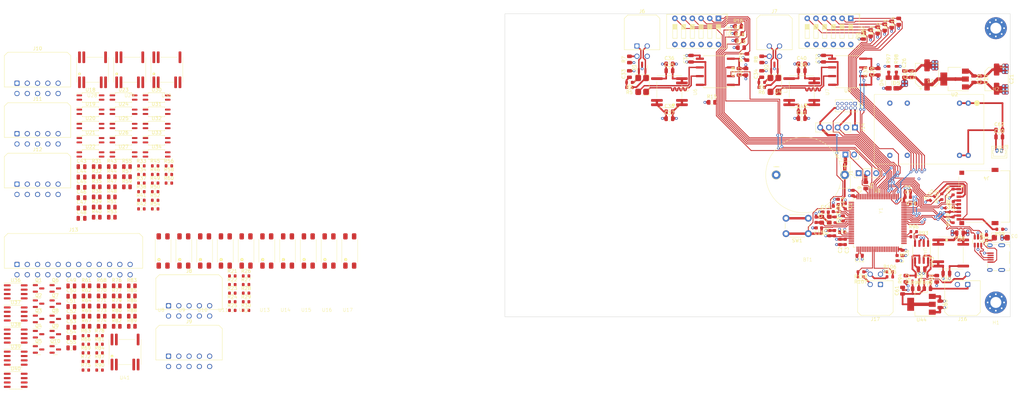
<source format=kicad_pcb>
(kicad_pcb (version 20221018) (generator pcbnew)
  (layers (0 "F.Cu" signal) (1 "In1.Cu" signal) (2 "In2.Cu" signal) (31 "B.Cu" signal) (34 "B.Paste" user) (35 "F.Paste" user) (36 "B.SilkS" user "B.Silkscreen") (37 "F.SilkS" user "F.Silkscreen") (38 "B.Mask" user) (39 "F.Mask" user) (44 "Edge.Cuts" user))
  (net 0 "")
  (net 1 "Net-(BT1-+)")
  (net 2 "GND")
  (net 3 "VDD_3V3")
  (net 4 "LSE_IN")
  (net 5 "Net-(C14-Pad2)")
  (net 6 "NRST")
  (net 7 "LSE_OUT")
  (net 8 "HSE_OUT")
  (net 9 "Net-(U1-VCAP_1)")
  (net 10 "Net-(U1-VCAP_2)")
  (net 11 "Net-(J5-Pin_2)")
  (net 12 "Net-(J5-Pin_1)")
  (net 13 "VDD_5V0")
  (net 14 "Net-(U4-VCC2)")
  (net 15 "GND1")
  (net 16 "Net-(U5-VCC2)")
  (net 17 "Net-(C33-Pad1)")
  (net 18 "Net-(C34-Pad1)")
  (net 19 "Net-(U28-+Vo)")
  (net 20 "Net-(J11-Pin_1)")
  (net 21 "Net-(U29-+Vo)")
  (net 22 "Net-(J10-Pin_1)")
  (net 23 "Net-(U35-+Vo)")
  (net 24 "Net-(J12-Pin_1)")
  (net 25 "Net-(U41-+Vo)")
  (net 26 "Net-(J13-Pin_1)")
  (net 27 "/CAN/CAN2-")
  (net 28 "/CAN/CAN2+")
  (net 29 "/CAN/CAN1-")
  (net 30 "/CAN/CAN1+")
  (net 31 "VDD_5V_VBUS")
  (net 32 "Net-(D4-K)")
  (net 33 "Net-(D5-K)")
  (net 34 "Net-(J1-Pin_2)")
  (net 35 "Net-(J6-Pin_3)")
  (net 36 "Net-(J7-Pin_3)")
  (net 37 "IND1_V24")
  (net 38 "GNDPWR")
  (net 39 "IND2_V24")
  (net 40 "IND3_V24")
  (net 41 "IND4_V24")
  (net 42 "IND5_V24")
  (net 43 "IND6_V24")
  (net 44 "IND7_V24")
  (net 45 "IND8_V24")
  (net 46 "IND9_V24")
  (net 47 "IND10_V24")
  (net 48 "Net-(J10-Pin_2)")
  (net 49 "Net-(J10-Pin_4)")
  (net 50 "Net-(J10-Pin_6)")
  (net 51 "Net-(J10-Pin_8)")
  (net 52 "Net-(J10-Pin_10)")
  (net 53 "Net-(J11-Pin_2)")
  (net 54 "Net-(J11-Pin_4)")
  (net 55 "Net-(J11-Pin_6)")
  (net 56 "Net-(J11-Pin_8)")
  (net 57 "Net-(J11-Pin_10)")
  (net 58 "Net-(J12-Pin_2)")
  (net 59 "Net-(J12-Pin_4)")
  (net 60 "Net-(J12-Pin_6)")
  (net 61 "Net-(J12-Pin_8)")
  (net 62 "Net-(J12-Pin_10)")
  (net 63 "Net-(J13-Pin_2)")
  (net 64 "Net-(J13-Pin_4)")
  (net 65 "Net-(J13-Pin_6)")
  (net 66 "Net-(J13-Pin_8)")
  (net 67 "Net-(J13-Pin_10)")
  (net 68 "Net-(J13-Pin_12)")
  (net 69 "Net-(J13-Pin_14)")
  (net 70 "Net-(J13-Pin_16)")
  (net 71 "Net-(J13-Pin_18)")
  (net 72 "Net-(J13-Pin_20)")
  (net 73 "SWD_SWDIO")
  (net 74 "SWD_SWCLK")
  (net 75 "/General connectors/usb_conn_d-")
  (net 76 "/General connectors/usb_conn_d+")
  (net 77 "Net-(J16-Pin_1)")
  (net 78 "Net-(J16-Pin_3)")
  (net 79 "Encoder1_A")
  (net 80 "Net-(Q1-D)")
  (net 81 "Encoder1_B")
  (net 82 "Net-(Q2-D)")
  (net 83 "Encoder2_A")
  (net 84 "Net-(Q3-D)")
  (net 85 "Encoder2_B")
  (net 86 "Net-(Q4-D)")
  (net 87 "Encoder3_A")
  (net 88 "Net-(Q5-D)")
  (net 89 "Encoder3_B")
  (net 90 "Net-(Q6-D)")
  (net 91 "Encoder4_A")
  (net 92 "Net-(Q7-D)")
  (net 93 "Encoder4_B")
  (net 94 "Net-(Q8-D)")
  (net 95 "Encoder5_A")
  (net 96 "Net-(Q9-D)")
  (net 97 "Encoder5_B")
  (net 98 "Net-(Q10-D)")
  (net 99 "Net-(Q11-D)")
  (net 100 "Net-(Q12-D)")
  (net 101 "BOOT0")
  (net 102 "HSE_IN")
  (net 103 "CAN1_A5")
  (net 104 "CAN1_A4")
  (net 105 "CAN1_A3")
  (net 106 "CAN1_A2")
  (net 107 "CAN1_A1")
  (net 108 "CAN1_A0")
  (net 109 "CAN2_A5")
  (net 110 "CAN2_A4")
  (net 111 "CAN2_A3")
  (net 112 "CAN2_A2")
  (net 113 "CAN2_A1")
  (net 114 "CAN2_A0")
  (net 115 "Net-(R21-Pad1)")
  (net 116 "IND1_3V3")
  (net 117 "Net-(R22-Pad1)")
  (net 118 "IND2_3V3")
  (net 119 "Net-(R23-Pad1)")
  (net 120 "IND3_3V3")
  (net 121 "Net-(R24-Pad1)")
  (net 122 "IND4_3V3")
  (net 123 "Net-(R25-Pad1)")
  (net 124 "IND5_3V3")
  (net 125 "Net-(R26-Pad1)")
  (net 126 "IND6_3V3")
  (net 127 "Net-(R27-Pad1)")
  (net 128 "IND7_3V3")
  (net 129 "Net-(R28-Pad1)")
  (net 130 "IND8_3V3")
  (net 131 "Net-(R29-Pad1)")
  (net 132 "IND9_3V3")
  (net 133 "Net-(R30-Pad1)")
  (net 134 "IND10_3V3")
  (net 135 "ToggleSwitch_Imp1")
  (net 136 "ToggleSwitch_Bat1")
  (net 137 "Net-(R33-Pad2)")
  (net 138 "Net-(R34-Pad2)")
  (net 139 "ToggleSwitch_Imp2")
  (net 140 "ToggleSwitch_Bat2")
  (net 141 "Net-(R37-Pad2)")
  (net 142 "Net-(R38-Pad2)")
  (net 143 "ToggleSwitch_Imp3")
  (net 144 "ToggleSwitch_Bat3")
  (net 145 "Net-(R41-Pad2)")
  (net 146 "Net-(R42-Pad2)")
  (net 147 "ToggleSwitch_Imp4")
  (net 148 "ToggleSwitch_Bat4")
  (net 149 "Net-(R45-Pad2)")
  (net 150 "Net-(R46-Pad2)")
  (net 151 "ToggleSwitch_Imp5")
  (net 152 "ToggleSwitch_Bat_GND")
  (net 153 "Net-(R49-Pad2)")
  (net 154 "Net-(R50-Pad2)")
  (net 155 "ToggleSwitch_AirfieldPWR")
  (net 156 "Net-(R52-Pad2)")
  (net 157 "ToggleSwitch_AircraftPWR")
  (net 158 "Net-(R54-Pad2)")
  (net 159 "PushSwitch_Sync")
  (net 160 "Net-(R56-Pad2)")
  (net 161 "PushSwitch_Stop_board")
  (net 162 "Net-(R58-Pad2)")
  (net 163 "PushSwitch_Stop_cocpit")
  (net 164 "Net-(R60-Pad2)")
  (net 165 "Net-(U36-A1)")
  (net 166 "Net-(U36-A2)")
  (net 167 "Net-(U37-A1)")
  (net 168 "Net-(U37-A2)")
  (net 169 "Net-(U38-A1)")
  (net 170 "Net-(U38-A2)")
  (net 171 "Net-(U39-A1)")
  (net 172 "Net-(U39-A2)")
  (net 173 "Net-(U40-A1)")
  (net 174 "Net-(U40-A2)")
  (net 175 "USART3_TX")
  (net 176 "Net-(U43-A1)")
  (net 177 "USART3_RX")
  (net 178 "Net-(U43-A2)")
  (net 221 "USB_D+")
  (net 222 "USB_D-")
  (net 223 "CAN1_RX")
  (net 224 "CAN1_TX")
  (net 225 "SWD_SWO")
  (net 226 "CAN2_RX")
  (net 227 "CAN2_TX")
  (net 232 "GND_ISO_UART3")
  (net 235 "VDD_5V0_ISO_UART3")
  (net 236 "Net-(Q11-G)")
  (net 238 "SDIO_DAT2")
  (net 239 "SDIO_DAT3")
  (net 240 "SDIO_CMD")
  (net 241 "SDIO_CLK")
  (net 242 "SDIO_DAT0")
  (net 243 "SDIO_DAT1")
  (net 244 "SD_CD")
  (net 245 "Net-(J17-Pin_2)")
  (net 246 "Net-(J17-Pin_4)")
  (net 247 "ThrustLever2")
  (net 248 "ThrustLever1")
  (net 249 "/CAN/CAN2_-")
  (net 250 "/CAN/CAN1_-")
  (net 251 "/CAN/CAN1_+")
  (net 252 "GND2")
  (net 253 "/CAN/CAN2_+")
  (footprint "Capacitor_SMD:C_0805_2012Metric" (layer "F.Cu") (at -111.41 106.91)
    (fp_text reference "C49")
    (fp_text value "100n")
  )
  (footprint "Resistor_SMD:R_0603_1608Metric" (layer "F.Cu") (at -86.96 84.43)
    (fp_text reference "R54")
    (fp_text value "360")
  )
  (footprint "user_lib:G3VM61D1" (layer "F.Cu") (at -60.44 96.71)
    (fp_text reference "U12")
    (fp_text value "G3VM61D1")
  )
  (footprint "Resistor_SMD:R_0603_1608Metric" (layer "F.Cu") (at -90.97 74.39)
    (fp_text reference "R34")
    (fp_text value "360")
  )
  (footprint "user_lib:B0505MT-1WR4" (layer "F.Cu") (at 145.115 97.3 -90)
    (fp_text reference "U45")
    (fp_text value "B0505MT-1WR4")
  )
  (footprint "Capacitor_SMD:C_0603_1608Metric" (layer "F.Cu") (at 134.15 83)
    (fp_text reference "C19")
    (fp_text value "2u2")
  )
  (footprint "user_lib:MountingHole_3.2mm_M3_Pad_Via_5mm" (layer "F.Cu") (at 158.275 111.72)
    (fp_text reference "H1")
    (fp_text value "MH_M3_Corner")
  )
  (footprint "Capacitor_SMD:C_0805_2012Metric" (layer "F.Cu") (at 89.97 45.09 90)
    (fp_text reference "C34")
    (fp_text value "4n7")
  )
  (footprint "Capacitor_SMD:C_0603_1608Metric" (layer "F.Cu") (at 114.34 83.655 -90)
    (fp_text reference "C1")
    (fp_text value "100n")
  )
  (footprint "Resistor_SMD:R_0805_2012Metric" (layer "F.Cu") (at -93.75 115.73)
    (fp_text reference "R88")
    (fp_text value "10k")
  )
  (footprint "Resistor_SMD:R_0805_2012Metric" (layer "F.Cu") (at 129.94 29.77 90)
    (fp_text reference "R14")
    (fp_text value "10k")
  )
  (footprint "Capacitor_SMD:C_0603_1608Metric" (layer "F.Cu") (at 132.59 79.58)
    (fp_text reference "C6")
    (fp_text value "4u7")
  )
  (footprint "Package_SO:SOIC-4_4.55x2.6mm_P1.27mm" (layer "F.Cu") (at -105.83 56.1)
    (fp_text reference "U19")
    (fp_text value "TLP291")
  )
  (footprint "user_lib:G3VM61D1" (layer "F.Cu") (at -66.49 96.71)
    (fp_text reference "U11")
    (fp_text value "G3VM61D1")
  )
  (footprint "user_lib:B82789C0513H002" (layer "F.Cu") (at 55.095 48.27 90)
    (fp_text reference "L1")
    (fp_text value "B82789C0513H002")
  )
  (footprint "Resistor_SMD:R_0805_2012Metric" (layer "F.Cu") (at -106.98 106.88)
    (fp_text reference "R61")
    (fp_text value "10k")
  )
  (footprint "Capacitor_SMD:C_0805_2012Metric" (layer "F.Cu") (at 123.935 44.42 90)
    (fp_text reference "C29")
    (fp_text value "1u")
  )
  (footprint "Package_SO:SOIC-4_4.55x2.6mm_P1.27mm" (layer "F.Cu") (at -86.53 60.25)
    (fp_text reference "U32")
    (fp_text value "TLP291")
  )
  (footprint "Capacitor_SMD:C_0805_2012Metric" (layer "F.Cu") (at 63.055 44.135)
    (fp_text reference "C35")
    (fp_text value "100n")
  )
  (footprint "Capacitor_SMD:C_0805_2012Metric" (layer "F.Cu") (at 83.385 44.43 90)
    (fp_text reference "C28")
    (fp_text value "100n")
  )
  (footprint "Capacitor_SMD:C_0603_1608Metric" (layer "F.Cu") (at 111.23 91.505 90)
    (fp_text reference "C5")
    (fp_text value "1u")
  )
  (footprint "user_lib:U-F-M5DD-W-2-SUS" (layer "F.Cu") (at 159.979 98.64 -90)
    (fp_text reference "J3" hide)
    (fp_text value "USB_B_Micro")
  )
  (footprint "Package_SO:SOP-8_6.62x9.15mm_P2.54mm" (layer "F.Cu") (at 115.045 44.42 180)
    (fp_text reference "U5")
    (fp_text value "ISO1050DUB")
  )
  (footprint "Package_SO:SOIC-4_4.55x2.6mm_P1.27mm" (layer "F.Cu") (at -105.83 64.4)
    (fp_text reference "U21")
    (fp_text value "TLP291")
  )
  (footprint "Capacitor_SMD:C_0603_1608Metric" (layer "F.Cu") (at 129.47 98.8 -90)
    (fp_text reference "C18")
    (fp_text value "2u2")
  )
  (footprint "Connector_PinHeader_1.27mm:PinHeader_2x05_P1.27mm_Vertical" (layer "F.Cu") (at 117.22 53.725 -90)
    (fp_text reference "J2")
    (fp_text value "Conn_02x05_SWD")
  )
  (footprint "Package_SO:SOIC-8_3.9x4.9mm_P1.27mm" (layer "F.Cu") (at -127.64 108.63)
    (fp_text reference "U36")
    (fp_text value "HCPL-0630")
  )
  (footprint "Package_SO:SOIC-4_4.55x2.6mm_P1.27mm" (layer "F.Cu") (at -96.18 51.95)
    (fp_text reference "U23")
    (fp_text value "TLP291")
  )
  (footprint "Resistor_SMD:R_0603_1608Metric" (layer "F.Cu") (at 159.395 90.37 180)
    (fp_text reference "R99")
    (fp_text value "100k")
  )
  (footprint "Resistor_SMD:R_0603_1608Metric" (layer "F.Cu") (at 127.03 43.68 90)
    (fp_text reference "R97")
    (fp_text value "150")
  )
  (footprint "user_lib:G3VM61D1" (layer "F.Cu") (at -72.54 96.71)
    (fp_text reference "U10")
    (fp_text value "G3VM61D1")
  )
  (footprint "Resistor_SMD:R_0805_2012Metric" (layer "F.Cu") (at -99.59 83.9)
    (fp_text reference "R51")
    (fp_text value "10k")
  )
  (footprint "Resistor_SMD:R_0603_1608Metric" (layer "F.Cu") (at -60.44 109.01)
    (fp_text reference "R28")
    (fp_text value "220")
  )
  (footprint "Connector_Molex:Molex_Micro-Fit_3.0_43045-0400_2x02_P3.00mm_Horizontal" (layer "F.Cu") (at 150.065 106.49 180)
    (fp_text reference "J16")
    (fp_text value "Micro-Fit_2x2P")
  )
  (footprint "Capacitor_SMD:C_0805_2012Metric" (layer "F.Cu") (at 143.835 103.21 180)
    (fp_text reference "C59")
    (fp_text value "10u")
  )
  (footprint "Resistor_SMD:R_0603_1608Metric" (layer "F.Cu") (at -90.97 79.41)
    (fp_text reference "R38")
    (fp_text value "360")
  )
  (footprint "Resistor_SMD:R_0805_2012Metric" (layer "F.Cu") (at 132.0375 104.8025 90)
    (fp_text reference "R94")
    (fp_text value "10k")
  )
  (footprint "Capacitor_SMD:C_0603_1608Metric" (layer "F.Cu") (at 105.82 87.61 -90)
    (fp_text reference "C17")
    (fp_text value "15p")
  )
  (footprint "Button_Switch_THT:SW_PUSH_6mm_H4.3mm" (layer "F.Cu") (at 103.57 91.66 180)
    (fp_text reference "SW1")
    (fp_text value "KLS7-TS6601-11-180")
  )
  (footprint "Resistor_SMD:R_0603_1608Metric" (layer "F.Cu") (at 127.355 104.25)
    (fp_text reference "R105")
    (fp_text value "1k")
  )
  (footprint "Resistor_SMD:R_0603_1608Metric" (layer "F.Cu") (at -90.97 71.88)
    (fp_text reference "R33")
    (fp_text value "360")
  )
  (footprint "Package_TO_SOT_SMD:SOT-23" (layer "F.Cu") (at -120.97 120.98)
    (fp_text reference "Q4")
    (fp_text value "BSS138")
  )
  (footprint "Connector_Molex:Molex_Micro-Fit_3.0_43045-1000_2x05_P3.00mm_Horizontal" (layer "F.Cu") (at -127.26 62.49)
    (fp_text reference "J11")
    (fp_text value "Micro-Fit_2x5P")
  )
  (footprint "Capacitor_SMD:C_0805_2012Metric" (layer "F.Cu") (at 101.645 58.08)
    (fp_text reference "C41")
    (fp_text value "10u")
  )
  (footprint "Capacitor_SMD:C_0603_1608Metric" (layer "F.Cu") (at 112.88 94.065 -90)
    (fp_text reference "C2")
    (fp_text value "100n")
  )
  (footprint "Capacitor_SMD:C_0805_2012Metric" (layer "F.Cu") (at 101.645 44.125)
    (fp_text reference "C39")
    (fp_text value "100n")
  )
  (footprint "Capacitor_SMD:C_0805_2012Metric" (layer "F.Cu") (at 147.815 91.405933 180)
    (fp_text reference "C58")
    (fp_text value "4u7")
  )
  (footprint "user_lib:B82789C0513H002" (layer "F.Cu") (at 93.685 48.26 90)
    (fp_text reference "L2")
    (fp_text value "B82789C0513H002")
  )
  (footprint "Package_TO_SOT_SMD:SOT-23" (layer "F.Cu") (at 93.685 43.15 90)
    (fp_text reference "D2")
    (fp_text value "PESD1CAN")
  )
  (footprint "Capacitor_SMD:CP_Elec_6.3x5.4" (layer "F.Cu") (at 138.21 45.35 90)
    (fp_text reference "C24")
    (fp_text value "47u")
  )
  (footprint "Package_TO_SOT_SMD:SOT-23" (layer "F.Cu") (at -120.97 116.53)
    (fp_text reference "Q3")
    (fp_text value "BSS138")
  )
  (footprint "Capacitor_SMD:C_0805_2012Metric" (layer "F.Cu") (at -111.41 118.95)
    (fp_text reference "C53")
    (fp_text value "100n")
  )
  (footprint "Capacitor_SMD:C_0603_1608Metric" (layer "F.Cu") (at 113.77 87.21 90)
    (fp_text reference "C10")
    (fp_text value "100n")
  )
  (footprint "Capacitor_SMD:C_0805_2012Metric" (layer "F.Cu") (at 141.965 112.28 -90)
    (fp_text reference "C60")
    (fp_text value "100n")
  )
  (footprint "Package_SO:SOIC-4_4.55x2.6mm_P1.27mm" (layer "F.Cu") (at -105.83 60.25)
    (fp_text reference "U20")
    (fp_text value "TLP291")
  )
  (footprint "Resistor_SMD:R_0603_1608Metric" (layer "F.Cu") (at -64.45 103.99)
    (fp_text reference "R21")
    (fp_text value "220")
  )
  (footprint "Resistor_SMD:R_0805_2012Metric" (layer "F.Cu") (at -99.59 75.05)
    (fp_text reference "R44")
    (fp_text value "10k")
  )
  (footprint "Package_SO:SOIC-4_4.55x2.6mm_P1.27mm" (layer "F.Cu") (at -105.83 51.95)
    (fp_text reference "U18")
    (fp_text value "TLP291")
  )
  (footprint "Capacitor_SMD:C_0805_2012Metric" (layer "F.Cu") (at 151.83 46.59 -90)
    (fp_text reference "C23")
    (fp_text value "100n")
  )
  (footprint "user_lib:G3VM61D1" (layer "F.Cu") (at -84.64 96.71)
    (fp_text reference "U8")
    (fp_text value "G3VM61D1")
  )
  (footprint "Resistor_SMD:R_0603_1608Metric" (layer "F.Cu") (at 145.79 87.63 90)
    (fp_text reference "R100")
    (fp_text value "100k")
  )
  (footprint "Resistor_SMD:R_0805_2012Metric" (layer "F.Cu") (at 83.96 37.39)
    (fp_text reference "R19")
    (fp_text value "10k")
  )
  (footprint "Resistor_SMD:R_0805_2012Metric" (layer "F.Cu") (at -104 72.1)
    (fp_text reference "R31")
    (fp_text value "10k")
  )
  (footprint "Resistor_SMD:R_0603_1608Metric" (layer "F.Cu") (at -103.17 131.45)
    (fp_text reference "R90")
    (fp_text value "330")
  )
  (footprint "Resistor_SMD:R_0603_1608Metric" (layer "F.Cu") (at -82.95 74.39)
    (fp_text reference "R58")
    (fp_text value "360")
  )
  (footprint "Package_TO_SOT_SMD:SOT-23" (layer "F.Cu") (at -120.97 125.43)
    (fp_text reference "Q5")
    (fp_text value "BSS138")
  )
  (footprint "Resistor_SMD:R_0603_1608Metric" (layer "F.Cu") (at -86.96 71.88)
    (fp_text reference "R45")
    (fp_text value "360")
  )
  (footprint "Package_SO:SOIC-8_3.9x4.9mm_P1.27mm" (layer "F.Cu") (at -127.64 115.08)
    (fp_text reference "U37")
    (fp_text value "HCPL-0630")
  )
  (footprint "Capacitor_SMD:C_0805_2012Metric" (layer "F.Cu") (at 133.62 45.13 90)
    (fp_text reference "C25")
    (fp_text value "4u7")
  )
  (footprint "user_lib:SS24" (layer "F.Cu") (at 159.71 92.82 180)
    (fp_text reference "D3")
    (fp_text value "ss24")
  )
  (footprint "Package_SO:SOIC-8_3.9x4.9mm_P1.27mm" (layer "F.Cu") (at -127.64 121.53)
    (fp_text reference "U38")
    (fp_text value "HCPL-0630")
  )
  (footprint "user_lib:B0505MT-1WR4" (layer "F.Cu") (at -94.38 43.85)
    (fp_text reference "U29")
    (fp_text value "B0505MT-1WR4")
  )
  (footprint "Resistor_SMD:R_0603_1608Metric" (layer "F.Cu") (at -60.44 106.5)
    (fp_text reference "R27")
    (fp_text value "220")
  )
  (footprint "sd:TF01A" (layer "F.Cu") (at 158.0335 73.053 180)
    (fp_text reference "J4")
    (fp_text value "Micro_SD_Card_Con")
  )
  (footprint "Capacitor_SMD:C_0603_1608Metric" (layer "F.Cu") (at 118.54 97.98 180)
    (fp_text reference "C12")
    (fp_text value "100n")
  )
  (footprint "Resistor_SMD:R_0603_1608Metric" (layer "F.Cu") (at 144.25 84.74 -45)
    (fp_text reference "R101")
    (fp_text value "100k")
  )
  (footprint "Resistor_SMD:R_0805_2012Metric" (layer "F.Cu") (at -95.18 75.05)
    (fp_text reference "R57")
    (fp_text value "10k")
  )
  (footprint "Resistor_SMD:R_0805_2012Metric" (layer "F.Cu") (at -106.98 118.68)
    (fp_text reference "R67")
    (fp_text value "10k")
  )
  (footprint "Resistor_SMD:R_0603_1608Metric" (layer "F.Cu") (at 51.38 49 180)
    (fp_text reference "R5")
    (fp_text value "60")
  )
  (footprint "Connector_Molex:Molex_Micro-Fit_3.0_43045-2400_2x12_P3.00mm_Horizontal" (layer "F.Cu") (at -127.26 100.63)
    (fp_text reference "J13")
    (fp_text value "Micro-Fit_2x12P")
  )
  (footprint "Resistor_SMD:R_0603_1608Metric" (layer "F.Cu") (at -86.96 76.9)
    (fp_text reference "R49")
    (fp_text value "360")
  )
  (footprint "Resistor_SMD:R_0805_2012Metric" (layer "F.Cu") (at 75.43 53.34)
    (fp_text reference "R15")
    (fp_text value "10k")
  )
  (footprint "Resistor_SMD:R_0805_2012Metric" (layer "F.Cu") (at -102.57 109.83)
    (fp_text reference "R70")
    (fp_text value "10k")
  )
  (footprint "Connector_PinHeader_2.54mm:PinHeader_1x03_P2.54mm_Vertical" (layer "F.Cu") (at 118.28 74.02 90)
    (fp_text reference "J1")
    (fp_text value "PLS-3")
  )
  (footprint "Capacitor_SMD:C_0603_1608Metric" (layer "F.Cu") (at 130.93 97.28 -90)
    (fp_text reference "C8")
    (fp_text value "100n")
  )
  (footprint "Package_TO_SOT_SMD:SOT-23" (layer "F.Cu") (at 134.8975 104.8275 90)
    (fp_text reference "Q12")
    (fp_text value "BSS138")
  )
  (footprint "Capacitor_SMD:C_0603_1608Metric" (layer "F.Cu") (at 109.77 91.505 90)
    (fp_text reference "C4")
    (fp_text value "100n")
  )
  (footprint "Package_SO:SOIC-8_3.9x4.9mm_P1.27mm" (layer "F.Cu") (at 136.605 97 -90)
    (fp_text reference "U43")
    (fp_text value "HCPL-0630")
  )
  (footprint "Capacitor_SMD:C_0805_2012Metric" (layer "F.Cu") (at -111.41 112.93)
    (fp_text reference "C51")
    (fp_text value "100n")
  )
  (footprint "Package_TO_SOT_SMD:SOT-23" (layer "F.Cu") (at -116.08 112.08)
    (fp_text reference "Q7")
    (fp_text value "BSS138")
  )
  (footprint "user_lib:G3VM61D1" (layer "F.Cu") (at -42.29 96.71)
    (fp_text reference "U15")
    (fp_text value "G3VM61D1")
  )
  (footprint "user_lib:B0505MT-1WR4" (layer "F.Cu") (at -83.53 43.85)
    (fp_text reference "U35")
    (fp_text value "B0505MT-1WR4")
  )
  (footprint "Capacitor_SMD:C_0805_2012Metric" (layer "F.Cu") (at 101.645 42.165)
    (fp_text reference "C40")
    (fp_text value "10u")
  )
  (footprint "Resistor_SMD:R_0805_2012Metric" (layer "F.Cu") (at 89.985 40.83 90)
    (fp_text reference "R8")
    (fp_text value "0")
  )
  (footprint "Package_TO_SOT_SMD:SOT-223-3_TabPin2" (layer "F.Cu") (at 146.24 46.55 180)
    (fp_text reference "U2")
    (fp_text value "LDL1117S33R")
  )
  (footprint "Package_SO:SOIC-8_3.9x4.9mm_P1.27mm" (layer "F.Cu") (at -127.64 134.43)
    (fp_text reference "U40")
    (fp_text value "HCPL-0630")
  )
  (footprint "Resistor_SMD:R_0805_2012Metric" (layer "F.Cu") (at -102.57 106.88)
    (fp_text reference "R68")
    (fp_text value "10k")
  )
  (footprint "Resistor_SMD:R_0805_2012Metric" (layer "F.Cu") (at -95.18 72.1)
    (fp_text reference "R55")
    (fp_text value "10k")
  )
  (footprint "user_lib:G3VM61D1" (layer "F.Cu") (at -78.59 96.71)
    (fp_text reference "U9")
    (fp_text value "G3VM61D1")
  )
  (footprint "Capacitor_SMD:C_0603_1608Metric" (layer "F.Cu") (at 155.54 92.84 90)
    (fp_text reference "C56")
    (fp_text value "100n")
  )
  (footprint "Capacitor_SMD:C_0805_2012Metric" (layer "F.Cu") (at 159.265 61.47)
    (fp_text reference "C62")
    (fp_text value "100n")
  )
  (footprint "Package_TO_SOT_SMD:SOT-23" (layer "F.Cu") (at 55.095 43.16 90)
    (fp_text reference "D1")
    (fp_text value "PESD1CAN")
  )
  (footprint "Resistor_SMD:R_0805_2012Metric" (layer "F.Cu") (at 121.74 33.13 90)
    (fp_text reference "R10")
    (fp_text value "10k")
  )
  (footprint "Resistor_SMD:R_0603_1608Metric" (layer "F.Cu") (at 129.25 43.67 90)
    (fp_text reference "R98")
    (fp_text value "65")
  )
  (footprint "Resistor_SMD:R_0805_2012Metric" (layer "F.Cu") (at -98.16 112.78)
    (fp_text reference "R79")
    (fp_text value "10k")
  )
  (footprint "user_lib:G3VM61D1" (layer "F.Cu") (at -36.24 96.71)
    (fp_text reference "U16")
    (fp_text value "G3VM61D1")
  )
  (footprint "Capacitor_SMD:C_0805_2012Metric" (layer "F.Cu") (at -108.43 87.18)
    (fp_text reference "C48")
    (fp_text value "4u7")
  )
  (footprint "user_lib:G3VM61D1" (layer "F.Cu") (at -54.39 96.71)
    (fp_text reference "U13")
    (fp_text value "G3VM61D1")
  )
  (footprint "Capacitor_SMD:C_0805_2012Metric" (layer "F.Cu") (at -111.41 124.97)
    (fp_text reference "C55")
    (fp_text value "4u7")
  )
  (footprint "Resistor_SMD:R_0805_2012Metric" (layer "F.Cu") (at 83.16 31.21)
    (fp_text reference "R16")
    (fp_text value "10k")
  )
  (footprint "Resistor_SMD:R_0603_1608Metric" (layer "F.Cu") (at -64.45 111.52)
    (fp_text reference "R24")
    (fp_text value "220")
  )
  (footprint "Package_SO:SOP-8_6.62x9.15mm_P2.54mm" (layer "F.Cu") (at 76.455 44.43 180)
    (fp_text reference "U4")
    (fp_text value "ISO1050DUB")
  )
  (footprint "Capacitor_SMD:C_0805_2012Metric" (layer "F.Cu") (at 69.425 40.62 90)
    (fp_text reference "C31")
    (fp_text value "1u")
  )
  (footprint "Package_TO_SOT_SMD:SOT-23" (layer "F.Cu") (at 138.3075 104.8275 90)
    (fp_text reference "Q11")
    (fp_text value "BSS138")
  )
  (footprint "Resistor_SMD:R_0805_2012Metric" (layer "F.Cu") (at 120.32 77.58 -90)
    (fp_text reference "R1")
    (fp_text value "10k")
  )
  (footprint "Resistor_SMD:R_0603_1608Metric" (layer "F.Cu") (at 118.885 104.26 180)
    (fp_text reference "R107")
    (fp_text value "1k")
  )
  (footprint "user_lib:G3VM61D1" (layer "F.Cu") (at -48.34 96.71)
    (fp_text reference "U14")
    (fp_text value "G3VM61D1")
  )
  (footprint "Resistor_SMD:R_0805_2012Metric" (layer "F.Cu") (at -102.57 115.73)
    (fp_text reference "R73")
    (fp_text value "10k")
  )
  (footprint "Package_TO_SOT_SMD:SOT-223-3_TabPin2" (layer "F.Cu") (at 136.5775 112.26 180)
    (fp_text reference "U44")
    (fp_text value "LDL1117S33R")
  )
  (footprint "Resistor_SMD:R_0603_1608Metric" (layer "F.Cu") (at -86.96 79.41)
    (fp_text reference "R50")
    (fp_text value "360")
  )
  (footprint "Resistor_SMD:R_0603_1608Metric" (layer "F.Cu") (at -64.45 114.03)
    (fp_text reference "R25")
    (fp_text value "220")
  )
  (footprint "Connector_Molex:Molex_Micro-Fit_3.0_43045-1000_2x05_P3.00mm_Horizontal" (layer "F.Cu") (at -127.26 47.77)
    (fp_text reference "J10")
    (fp_text value "Micro-Fit_2x5P")
  )
  (footprint "user_lib:B0505MT-1WR4" (layer "F.Cu") (at -95.74 126.18)
    (fp_text reference "U41")
    (fp_text value "B0505MT-1WR4")
  )
  (footprint "Resistor_SMD:R_0603_1608Metric" (layer "F.Cu") (at -86.96 74.39)
    (fp_text reference "R46")
    (fp_text value "360")
  )
  (footprint "Resistor_SMD:R_0603_1608Metric" (layer "F.Cu") (at -90.97 76.9)
    (fp_text reference "R37")
    (fp_text value "360")
  )
  (footprint "Resistor_SMD:R_1206_3216Metric_Pad1.30x1.75mm_HandSolder" (layer "F.Cu") (at 129.27 47.7 -90)
    (fp_text reference "D5")
    (fp_text value "FYLS-1206SRC")
  )
  (footprint "Capacitor_SMD:C_0805_2012Metric" (layer "F.Cu") (at 85.345 44.43 90)
    (fp_text reference "C27")
    (fp_text value "1u")
  )
  (footprint "Resistor_SMD:R_0603_1608Metric" (layer "F.Cu") (at 134.32 91.06)
    (fp_text reference "R96")
    (fp_text value "220")
  )
  (footprint "user_lib:KSE-7U08000MAB143ZA3" (layer "F.Cu") (at 108.58 87.59)
    (fp_text reference "Y2")
    (fp_text value "KSE-7U08000MAB143ZA3")
  )
  (footprint "Resistor_SMD:R_0603_1608Metric" (layer "F.Cu") (at -107.18 121.41)
    (fp_text reference "R63")
    (fp_text value "330")
  )
  (footprint "Package_TO_SOT_SMD:SOT-23-6" (layer "F.Cu") (at 153.07 93.84 -90)
    (fp_text reference "U42")
    (fp_text value "USBLC6-2SC6")
  )
  (footprint "Resistor_SMD:R_0805_2012Metric" (layer "F.Cu") (at -104 75.05)
    (fp_text reference "R32")
    (fp_text value "10k")
  )
  (footprint "Capacitor_SMD:C_0805_2012Metric" (layer "F.Cu") (at -111.41 109.92)
    (fp_text reference "C50")
    (fp_text value "100n")
  )
  (footprint "Resistor_SMD:R_0603_1608Metric" (layer "F.Cu") (at 51.38 47.53 180)
    (fp_text reference "R3")
    (fp_text value "60")
  )
  (footprint "Capacitor_SMD:C_0603_1608Metric" (layer "F.Cu") (at 114.34 94.065 -90)
    (fp_text reference "C3")
    (fp_text value "1u")
  )
  (footprint "Resistor_SMD:R_0805_2012Metric" (layer "F.Cu") (at 141.0275 104.8025 90)
    (fp_text reference "R91")
    (fp_text value "10k")
  )
  (footprint "Package_SO:SOIC-4_4.55x2.6mm_P1.27mm" (layer "F.Cu") (at -86.53 56.1)
    (fp_text reference "U31")
    (fp_text value "TLP291")
  )
  (footprint "Resistor_SMD:R_0805_2012Metric" (layer "F.Cu") (at -99.59 78)
    (fp_text reference "R47")
    (fp_text value "10k")
  )
  (footprint "Capacitor_SMD:C_0805_2012Metric" (layer "F.Cu") (at 101.645 56.12)
    (fp_text reference "C42")
    (fp_text value "100n")
  )
  (footprint "Resistor_SMD:R_0603_1608Metric" (layer "F.Cu") (at -103.17 126.43)
    (fp_text reference "R84")
    (fp_text value "330")
  )
  (footprint "Capacitor_SMD:C_0805_2012Metric" (layer "F.Cu") (at -108.43 81.16)
    (fp_text reference "C46")
    (fp_text value "4u7")
  )
  (footprint "Capacitor_SMD:C_0805_2012Metric" (layer "F.Cu") (at 131.65 45.13 90)
    (fp_text reference "C26")
    (fp_text value "100n")
  )
  (footprint "Capacitor_SMD:C_0603_1608Metric" (layer "F.Cu") (at 110.85 84.44 -90)
    (fp_text reference "C16")
    (fp_text value "15p")
  )
  (footprint "Resistor_SMD:R_0603_1608Metric" (layer "F.Cu") (at 89.97 48.99 180)
    (fp_text reference "R6")
    (fp_text value "60")
  )
  (footprint "Package_SO:SOIC-4_4.55x2.6mm_P1.27mm" (layer "F.Cu") (at -96.18 56.1)
    (fp_text reference "U24")
    (fp_text value "TLP291")
  )
  (footprint "Resistor_SMD:R_0603_1608Metric" (layer "F.Cu") (at 118.885 102.8 180)
    (fp_text reference "R108")
    (fp_text value "2k")
  )
  (footprint "Resistor_SMD:R_0805_2012Metric" (layer "F.Cu") (at -102.57 112.78)
    (fp_text reference "R71")
    (fp_text value "10k")
  )
  (footprint "Resistor_SMD:R_0603_1608Metric" (layer "F.Cu") (at -60.44 111.52)
    (fp_text reference "R29")
    (fp_text value "220")
  )
  (footprint "Connector_Molex:Molex_PicoBlade_53047-0210_1x02_P1.25mm_Vertical" (layer "F.Cu") (at 159.89 67.43 180)
    (fp_text reference "J5")
    (fp_text value "PicoBlade_1x2P")
  )
  (footprint "Resistor_SMD:R_0805_2012Metric" (layer "F.Cu") (at -93.75 112.78)
    (fp_text reference "R86")
    (fp_text value "10k")
  )
  (footprint "Resistor_SMD:R_0603_1608Metric" (layer "F.Cu") (at -103.17 121.41)
    (fp_text reference "R78")
    (fp_text value "330")
  )
  (footprint "Package_SO:SOIC-4_4.55x2.6mm_P1.27mm" (layer "F.Cu") (at -86.53 51.95)
    (fp_text reference "U30")
    (fp_text value "TLP291")
  )
  (footprint "Capacitor_SMD:C_0805_2012Metric" (layer "F.Cu") (at -108.43 72.13)
    (fp_text reference "C43")
    (fp_text value "10u")
  )
  (footprint "Resistor_SMD:R_0805_2012Metric" (layer "F.Cu") (at -98.16 106.88)
    (fp_text reference "R76")
    (fp_text value "10k")
  )
  (footprint "Connector_Molex:Molex_Micro-Fit_3.0_43045-1000_2x05_P3.00mm_Horizontal" (layer "F.Cu") (at -127.26 77.21)
    (fp_text reference "J12")
    (fp_text value "Micro-Fit_2x5P")
  )
  (footprint "Capacitor_SMD:C_0805_2012Metric" (layer "F.Cu") (at -111.41 115.94)
    (fp_text reference "C52")
    (fp_text value "100n")
  )
  (footprint "Resistor_SMD:R_0805_2012Metric" (layer "F.Cu") (at 51.395 40.84 90)
    (fp_text reference "R7")
    (fp_text value "0")
  )
  (footprint "Capacitor_SMD:C_0805_2012Metric" (layer "F.Cu") (at 108.015 40.61 90)
    (fp_text reference "C32")
    (fp_text value "1u")
  )
  (footprint "Resistor_SMD:R_0805_2012Metric" (layer "F.Cu") (at -104 78)
    (fp_text reference "R35")
    (fp_text value "10k")
  )
  (footprint "Capacitor_SMD:C_0805_2012Metric" (layer "F.Cu") (at -111.41 121.96)
    (fp_text reference "C54")
    (fp_text value "10u")
  )
  (footprint "user_lib:G3VM61D1" (layer "F.Cu") (at -30.19 96.71)
    (fp_text reference "U17")
    (fp_text value "G3VM61D1")
  )
  (footprint "user_lib:KSE-7K32768KDY2400A3" (layer "F.Cu") (at 112.3 84.85 90)
    (fp_text reference "Y1")
    (fp_text value "KSE-7K32768KDY2400A3")
  )
  (footprint "Capacitor_SMD:C_0805_2012Metric" (layer "F.Cu") (at 63.055 58.1)
    (fp_text reference "C37")
    (fp_text value "10u")
  )
  (footprint "Resistor_SMD:R_0603_1608Metric" (layer "F.Cu") (at -60.44 114.03)
    (fp_text reference "R30")
    (fp_text value "220")
  )
  (footprint "Package_SO:SOIC-8_3.9x4.9mm_P1.27mm" (layer "F.Cu") (at -127.64 127.98)
    (fp_text reference "U39")
    (fp_text value "HCPL-0630")
  )
  (footprint "Capacitor_SMD:C_0603_1608Metric" (layer "F.Cu") (at 132.595 81.04)
    (fp_text reference "C7")
    (fp_text value "100n")
  )
  (footprint "Resistor_SMD:R_0805_2012Metric" (layer "F.Cu") (at -99.59 72.1)
    (fp_text reference "R43")
    (fp_text value "10k")
  )
  (footprint "user_lib:B0505MT-1WR4" (layer "F.Cu") (at -105.23 43.85)
    (fp_text reference "U28")
    (fp_text value "B0505MT-1WR4")
  )
  (footprint "Resistor_SMD:R_0805_2012Metric" (layer "F.Cu") (at -93.75 118.68)
    (fp_text reference "R89")
    (fp_text value "10k")
  )
  (footprint "Package_TO_SOT_SMD:SOT-23" (layer "F.Cu") (at -120.97 112.08)
    (fp_text reference "Q2")
    (fp_text value "BSS138")
  )
  (footprint "Capacitor_SMD:C_0805_2012Metric" (layer "F.Cu") (at 51.38 45.1 90)
    (fp_text reference "C33")
    (fp_text value "4n7")
  )
  (footprint "Capacitor_SMD:C_0603_1608Metric" (layer "F.Cu") (at 108.63 85.33)
    (fp_text reference "C14")
    (fp_text value "15p")
  )
  (footprint "Resistor_SMD:R_0805_2012Metric" (layer "F.Cu") (at -98.16 109.83)
    (fp_text reference "R77")
    (fp_text value "10k")
  )
  (footprint "Resistor_SMD:R_0805_2012Metric" (layer "F.Cu") (at -106.98 112.78)
    (fp_text reference "R64")
    (fp_text value "10k")
  )
  (footprint "Capacitor_SMD:C_0603_1608Metric" (layer "F.Cu") (at 112.31 82.39 -90)
    (fp_text reference "C13")
    (fp_text value "15p")
  )
  (footprint "Resistor_SMD:R_0805_2012Metric" (layer "F.Cu") (at 83.36 33.27)
    (fp_text reference "R17")
    (fp_text value "10k")
  )
  (footprint "Connector_Molex:Molex_Micro-Fit_3.0_43045-0400_2x02_P3.00mm_Horizontal" (layer "F.Cu") (at 124.62 106.48 180)
    (fp_text reference "J17")
    (fp_text value "Micro-Fit_2x2P")
  )
  (footprint "Capacitor_SMD:C_0805_2012Metric" (layer "F.Cu") (at 63.055 56.13)
    (fp_text reference "C38")
    (fp_text value "100n")
  )
  (footprint "Capacitor_SMD:C_0805_2012Metric" (layer "F.Cu") (at -108.43 84.17)
    (fp_text reference "C47")
    (fp_text value "10u")
  )
  (footprint "Resistor_SMD:R_0603_1608Metric" (layer "F.Cu") (at 142.52 80.87 90)
    (fp_text reference "R103")
    (fp_text value "100k")
  )
  (footprint "Resistor_SMD:R_0805_2012Metric" (layer "F.Cu") (at 125.84 31.45 90)
    (fp_text reference "R12")
    (fp_text value "10k")
  )
  (footprint "Resistor_SMD:R_0805_2012Metric" (layer "F.Cu") (at -93.75 106.88)
    (fp_text reference "R83")
    (fp_text value "10k")
  )
  (footprint "Resistor_SMD:R_1206_3216Metric_Pad1.30x1.75mm_HandSolder" (layer "F.Cu") (at 127.01 47.7 -90)
    (fp_text reference "D4")
    (fp_text value "FYLS-1206SRC")
  )
  (footprint "Button_Switch_THT:SW_DIP_SPSTx06_Slide_9.78x17.42mm_W7.62mm_P2.54mm" (layer "F.Cu") (at 115.96 28.85 -90)
    (fp_text reference "SW2")
    (fp_text value "DS1040-06RN")
  )
  (footprint "Package_TO_SOT_SMD:SOT-23" (layer "F.Cu") (at -116.08 120.98)
    (fp_text reference "Q9")
    (fp_text value "BSS138")
  )
  (footprint "Capacitor_SMD:C_0603_1608Metric" (layer "F.Cu") (at 145.87 83.073 90)
    (fp_text reference "C63")
    (fp_text value "100n")
  )
  (footprint "Resistor_SMD:R_0603_1608Metric" (layer "F.Cu") (at -86.96 81.92)
    (fp_text reference "R52")
    (fp_text value "360")
  )
  (footprint "Capacitor_SMD:C_0805_2012Metric" (layer "F.Cu") (at 159.265 63.45)
    (fp_text reference "C20")
    (fp_text value "4u7")
  )
  (footprint "Capacitor_SMD:C_0805_2012Metric" (layer "F.Cu") (at 121.975 44.42 90)
    (fp_text reference "C30")
    (fp_text value "100n")
  )
  (footprint "Resistor_SMD:R_0805_2012Metric" (layer "F.Cu") (at -102.57 118.68)
    (fp_text reference "R74")
    (fp_text value "10k")
  )
  (footprint "Resistor_SMD:R_0805_2012Metric" (layer "F.Cu") (at -104 80.95)
    (fp_text reference "R36")
    (fp_text value "10k")
  )
  (footprint "Resistor_SMD:R_0805_2012Metric" (layer "F.Cu") (at 83.59 35.33)
    (fp_text reference "R18")
    (fp_text value "10k")
  )
  (footprint "Resistor_SMD:R_0603_1608Metric" (layer "F.Cu") (at -60.44 103.99)
    (fp_text reference "R26")
    (fp_text value "220")
  )
  (footprint "Capacitor_SMD:C_0805_2012Metric" (layer "F.Cu") (at 131.075 108.28 90)
    (fp_text reference "C61")
    (fp_text value "4u7")
  )
  (footprint "Resistor_SMD:R_0603_1608Metric" (layer "F.Cu") (at -107.18 131.45)
    (fp_text reference "R75")
    (fp_text value "330")
  )
  (footprint "Resistor_SMD:R_0805_2012Metric" (layer "F.Cu") (at -106.98 115.73)
    (fp_text reference "R65")
    (fp_text value "10k")
  )
  (footprint "Capacitor_SMD:CP_Elec_6.3x5.4" (layer "F.Cu") (at 158.5 46.58 -90)
    (fp_text reference "C21")
    (fp_text value "47u")
  )
  (footprint "Resistor_SMD:R_0603_1608Metric" (layer "F.Cu") (at -107.18 123.92)
    (fp_text reference "R66")
    (fp_text value "330")
  )
  (footprint "Package_SO:SOIC-4_4.55x2.6mm_P1.27mm" (layer "F.Cu") (at -105.83 68.55)
    (fp_text reference "U22")
    (fp_text value "TLP291")
  )
  (footprint "Package_SO:SOIC-4_4.55x2.6mm_P1.27mm" (layer "F.Cu") (at -96.18 60.25)
    (fp_text reference "U25")
    (fp_text value "TLP291")
  )
  (footprint "Resistor_SMD:R_0603_1608Metric" (layer "F.Cu") (at -90.97 84.43)
    (fp_text reference "R42")
    (fp_text value "360")
  )
  (footprint "Connector_PinHeader_2.54mm:PinHeader_1x02_P2.54mm_Vertical" (layer "F.Cu") (at 114.395 68.58 90)
    (fp_text reference "JP1")
    (fp_text value "PLS-2")
  )
  (footprint "Package_SO:SOIC-4_4.55x2.6mm_P1.27mm" (layer "F.Cu") (at -96.18 64.4)
    (fp_text reference "U26")
    (fp_text value "TLP291")
  )
  (footprint "Resistor_SMD:R_0805_2012Metric" (layer "F.Cu") (at -99.59 86.85)
    (fp_text reference "R53")
    (fp_text value "10k")
  )
  (footprint "Resistor_SMD:R_0805_2012Metric" (layer "F.Cu") (at -93.75 109.83)
    (fp_text reference "R85")
    (fp_text value "10k")
  )
  (footprint "Resistor_SMD:R_0805_2012Metric" (layer "F.Cu") (at -106.98 109.83)
    (fp_text reference "R62")
    (fp_text value "10k")
  )
  (footprint "Package_TO_SOT_SMD:SOT-23" (layer "F.Cu") (at -116.08 116.53)
    (fp_text reference "Q8")
    (fp_text value "BSS138")
  )
  (footprint "Capacitor_SMD:C_0603_1608Metric" (layer "F.Cu") (at 113.44 91.27 180)
    (fp_text reference "C11")
    (fp_text value "100n")
  )
  (footprint "Package_QFP:LQFP-100_14x14mm_P0.5mm" (layer "F.Cu") (at 123.8 88.525)
    (fp_text reference "U1")
    (fp_text value "STM32F405VGT6")
  )
  (footprint "Resistor_SMD:R_0603_1608Metric" (layer "F.Cu") (at -82.95 71.88)
    (fp_text reference "R56")
    (fp_text value "360")
  )
  (footprint "Package_TO_SOT_SMD:SOT-23" (layer "F.Cu") (at -116.08 107.63)
    (fp_text reference "Q6")
    (fp_text value "BSS138")
  )
  (footprint "Connector_Molex:Molex_Micro-Fit_3.0_43045-1000_2x05_P3.00mm_Horizontal" (layer "F.Cu") (at -83.06 127.4)
    (fp_text reference "J9")
    (fp_text value "Micro-Fit_2x5P")
  )
  (footprint "Resistor_SMD:R_0805_2012Metric" (layer "F.Cu") (at -95.18 78)
    (fp_text reference "R59")
    (fp_text value "10k")
  )
  (footprint "Package_SO:SOIC-4_4.55x2.6mm_P1.27mm" (layer "F.Cu") (at -86.53 64.4)
    (fp_text reference "U33")
    (fp_text value "TLP291")
  )
  (footprint "user_lib:TEL 5-1211" (layer "F.Cu") (at 138.79 61.2 180)
    (fp_text reference "U3")
    (fp_text value "TEL 5-1211")
  )
  (footprint "Resistor_SMD:R_0805_2012Metric" (layer "F.Cu") (at -104 83.9)
    (fp_text reference "R39")
    (fp_text value "10k")
  )
  (footprint "Resistor_SMD:R_0805_2012Metric" (layer "F.Cu") (at 85.66 40.12 90)
    (fp_text reference "R20")
    (fp_text value "10k")
  )
  (footprint "Resistor_SMD:R_0805_2012Metric" (layer "F.Cu") (at 138.3075 107.7)
    (fp_text reference "R92")
    (fp_text value "10k")
  )
  (footprint "Package_SO:SOIC-4_4.55x2.6mm_P1.27mm" (layer "F.Cu") (at -86.53 68.55)
    (fp_text reference "U34")
    (fp_text value "TLP291")
  )
  (footprint "Resistor_SMD:R_0603_1608Metric" (layer "F.Cu") (at -107.18 128.94)
    (fp_text reference "R72")
    (fp_text value "330")
  )
  (footprint "Resistor_SMD:R_0603_1608Metric" (layer "F.Cu") (at -90.97 81.92)
    (fp_text reference "R41")
    (fp_text value "360")
  )
  (footprint "Connector_Molex:Molex_Micro-Fit_3.0_43045-0400_2x02_P3.00mm_Horizontal" (layer "F.Cu") (at 53.585 36.91)
    (fp_text reference "J6")
    (fp_text value "Micro-Fit_2x2P")
  )
  (footprint "user_lib:MountingHole_3.2mm_M3_Pad_Via_5mm" (layer "F.Cu") (at 158.275 31.72)
    (fp_text reference "H2")
    (fp_text value "MH_M3_Corner")
  )
  (footprint "Resistor_SMD:R_0805_2012Metric" (layer "F.Cu") (at 134.9075 107.7)
    (fp_text reference "R95")
    (fp_text value "10k")
  )
  (footprint "Resistor_SMD:R_0603_1608Metric" (layer "F.Cu") (at -64.45 109.01)
    (fp_text reference "R23")
    (fp_text value "220")
  )
  (footprint "Capacitor_SMD:C_0805_2012Metric" (layer "F.Cu") (at 63.055 42.175)
    (fp_text reference "C36")
    (fp_text value "10u")
  )
  (footprint "Resistor_SMD:R_0805_2012Metric" (layer "F.Cu") (at -104 86.85)
    (fp_text reference "R40")
    (fp_text value "10k")
  )
  (footprint "Connector_PinHeader_2.54mm:PinHeader_1x05_P2.54mm_Vertical" (layer "F.Cu") (at 117.195 60.68 -90)
    (fp_text reference "J14")
    (fp_text value "PLS-5")
  )
  (footprint "Capacitor_SMD:C_0603_1608Metric" (layer "F.Cu") (at 116.66 79.79 90)
    (fp_text reference "C9")
    (fp_text value "100n")
  )
  (footprint "Package_SO:SOIC-4_4.55x2.6mm_P1.27mm" (layer "F.Cu") (at -96.18 68.55)
    (fp_text reference "U27")
    (fp_text value "TLP291")
  )
  (footprint "Resistor_SMD:R_0805_2012Metric" (layer "F.Cu") (at -99.59 80.95)
    (fp_text reference "R48")
    (fp_text value "10k")
  )
  (footprint "Resistor_SMD:R_0603_1608Metric" (layer "F.Cu") (at 111.401942 87.605 -90)
    (fp_text reference "R2")
    (fp_text value "0")
  )
  (footprint "Resistor_SMD:R_0805_2012Metric" (layer "F.Cu") (at 123.79 32.29 90)
    (fp_text reference "R11")
    (fp_text value "10k")
  )
  (footprint "Resistor_SMD:R_0603_1608Metric" (layer "F.Cu") (at -107.18 126.43)
    (fp_text reference "R69")
    (fp_text value "330")
  )
  (footprint "Resistor_SMD:R_0805_2012Metric" (layer "F.Cu") (at 127.89 30.61 90)
    (fp_text reference "R13")
    (fp_text value "10k")
  )
  (footprint "Resistor_SMD:R_0603_1608Metric" (layer "F.Cu") (at -103.17 123.92)
    (fp_text reference "R81")
    (fp_text value "330")
  )
  (footprint "Resistor_SMD:R_0805_2012Metric" (layer "F.Cu") (at -98.16 115.73)
    (fp_text reference "R80")
    (fp_text value "10k")
  )
  (footprint "Capacitor_SMD:C_0805_2012Metric" (layer "F.Cu") (at -108.43 75.14)
    (fp_text reference "C44")
    (fp_text value "4u7")
  )
  (footprint "Resistor_SMD:R_0805_2012Metric" (layer "F.Cu") (at 119.69 33.97 90)
    (fp_text reference "R9")
    (fp_text value "10k")
  )
  (footprint "Resistor_SMD:R_0603_1608Metric" (layer "F.Cu") (at -64.45 106.5)
    (fp_text reference "R22")
    (fp_text value "220")
  )
  (footprint "user_lib:B0505MT-1WR4" (layer "F.Cu") (at 63.055 50.24 90)
    (fp_text reference "U6")
    (fp_text value "B0505MT-1WR4")
  )
  (footprint "user_lib:B0505MT-1WR4" (layer "F.Cu") (at 101.645 50.23 90)
    (fp_text reference "U7")
    (fp_text value "B0505MT-1WR4")
  )
  (footprint "Resistor_SMD:R_0603_1608Metric" (layer "F.Cu") (at -82.95 76.9)
    (fp_text reference "R60")
    (fp_text value "360")
  )
  (footprint "Package_TO_SOT_SMD:SOT-23" (layer "F.Cu") (at -116.08 125.43)
    (fp_text reference "Q10")
    (fp_text value "BSS138")
  )
  (footprint "Button_Switch_THT:SW_DIP_SPSTx06_Slide_9.78x17.42mm_W7.62mm_P2.54mm" (layer "F.Cu") (at 77.36 28.85 -90)
    (fp_text reference "SW3")
    (fp_text value "DS1040-06RN")
  )
  (footprint "Resistor_SMD:R_0805_2012Metric" (layer "F.Cu") (at -98.16 118.68)
    (fp_text reference "R82")
    (fp_text value "10k")
  )
  (footprint "user_lib:KLS5-CR2032-01" (layer "F.Cu") (at 102.2 74.51)
    (fp_text reference "BT1")
    (fp_text value "KLS5-CR2032-01")
  )
  (footprint "Capacitor_SMD:C_0805_2012Metric" (layer "F.Cu") (at -108.43 78.15)
    (fp_text reference "C45")
    (fp_text value "10u")
  )
  (footprint "Resistor_SMD:R_0603_1608Metric" (layer "F.Cu") (at 127.355 102.78)
    (fp_text reference "R106")
    (fp_text value "2k")
  )
  (footprint "Resistor_SMD:R_0603_1608Metric" (layer "F.Cu") (at -103.17 128.94)
    (fp_text reference "R87")
    (fp_text value "330")
  )
  (footprint "Resistor_SMD:R_0603_1608Metric" (layer "F.Cu") (at 145.8 79.498 90)
    (fp_text reference "R104")
    (fp_text value "100k")
  )
  (footprint "Capacitor_SMD:C_0805_2012Metric" (layer "F.Cu") (at 136.605 101.9 180)
    (fp_text reference "C57")
    (fp_text value "100n")
  )
  (footprint "Resistor_SMD:R_0603_1608Metric" (layer "F.Cu") (at 139.76 81.37 45)
    (fp_text reference "R102")
    (fp_text value "100k")
  )
  (footprint "Resistor_SMD:R_0603_1608Metric" (layer "F.Cu") (at 134.32 92.525)
    (fp_text reference "R93")
    (fp_text value "220")
  )
  (footprint "Capacitor_SMD:C_0603_1608Metric" (layer "F.Cu") (at 106.67 89.97 180)
    (fp_text reference "C15")
    (fp_text value "100n")
  )
  (footprint "Package_TO_SOT_SMD:SOT-23" (layer "F.Cu") (at -120.97 107.63)
    (fp_text reference "Q1")
    (fp_text value "BSS138")
  )
  (footprint "Capacitor_SMD:C_0805_2012Metric" (layer "F.Cu") (at 153.79 46.59 -90)
    (fp_text reference "C22")
    (fp_text value "4u7")
  )
  (footprint "Connector_Molex:Molex_Micro-Fit_3.0_43045-1000_2x05_P3.00mm_Horizontal" (layer "F.Cu") (at -83.06 112.68)
    (fp_text reference "J8")
    (fp_text value "Micro-Fit_2x5P")
  )
  (footprint "Resistor_SMD:R_0603_1608Metric" (layer "F.Cu") (at 89.97 47.52 180)
    (fp_text reference "R4")
    (fp_text value "60")
  )
  (footprint "Connector_Molex:Molex_Micro-Fit_3.0_43045-0400_2x02_P3.00mm_Horizontal" (layer "F.Cu") (at 92.185 36.92)
    (fp_text reference "J7")
    (fp_text value "Micro-Fit_2x2P")
  )
  (gr_rect (start 15.065 27.52) (end 162.48 115.92) (stroke (width 0.1)) (fill none) (layer "Edge.Cuts"))
  (segment (start 114.2 74.51) (end 114.2 71.52) (width 1) (layer "F.Cu") (net 1))
  (segment (start 114.34 84.43) (end 113.415 83.505) (width 0.5) (layer "F.Cu") (net 1))
  (segment (start 114.2 71.52) (end 114.395 71.325) (width 1) (layer "F.Cu") (net 1))
  (segment (start 116.125 85.025) (end 114.935 85.025) (width 0.25) (layer "F.Cu") (net 1))
  (segment (start 114.935 85.025) (end 114.34 84.43) (width 0.25) (layer "F.Cu") (net 1))
  (segment (start 114.2 80.747918) (end 114.2 74.51) (width 0.5) (layer "F.Cu") (net 1))
  (segment (start 113.415 81.532918) (end 114.2 80.747918) (width 0.5) (layer "F.Cu") (net 1))
  (segment (start 114.395 71.325) (end 114.395 68.58) (width 1) (layer "F.Cu") (net 1))
  (segment (start 113.415 83.505) (end 113.415 81.532918) (width 0.5) (layer "F.Cu") (net 1))
  (segment (start 133.62 44.18) (end 131.65 44.18) (width 0.7) (layer "F.Cu") (net 2))
  (segment (start 112.88 94.84) (end 114.34 94.84) (width 0.7) (layer "F.Cu") (net 2))
  (segment (start 117.765 97.98) (end 117.765 99.065) (width 0.7) (layer "F.Cu") (net 2))
  (segment (start 64.005 56.065) (end 64.005 58.025) (width 0.5) (layer "F.Cu") (net 2))
  (segment (start 125.955 42.855) (end 125.95 42.85) (width 0.5) (layer "F.Cu") (net 2))
  (segment (start 138.21 42.55) (end 139.96 42.55) (width 2) (layer "F.Cu") (net 2))
  (segment (start 105.895 89.97) (end 104.83 89.97) (width 0.7) (layer "F.Cu") (net 2))
  (segment (start 121.975 43.47) (end 121.975 40.61) (width 0.5) (layer "F.Cu") (net 2))
  (segment (start 145.87 83.848) (end 146.195 84.173) (width 0.5) (layer "F.Cu") (net 2))
  (segment (start 83.385 40.62) (end 80.98 40.62) (width 0.5) (layer "F.Cu") (net 2))
  (segment (start 133.38 78.9495) (end 133.38 79.565) (width 0.7) (layer "F.Cu") (net 2))
  (segment (start 113.77 86.435) (end 112.705 86.435) (width 0.7) (layer "F.Cu") (net 2))
  (segment (start 134.94 44.18) (end 136.57 42.55) (width 0.7) (layer "F.Cu") (net 2))
  (segment (start 114.667817 92.07) (end 114.712817 92.025) (width 0.25) (layer "F.Cu") (net 2))
  (segment (start 117.765 99.065) (end 117.755 99.075) (width 0.7) (layer "F.Cu") (net 2))
  (segment (start 150.52 48.85) (end 149.39 48.85) (width 0.7) (layer "F.Cu") (net 2))
  (segment (start 64.01 58.02) (end 64.005 58.025) (width 0.7) (layer "F.Cu") (net 2))
  (segment (start 134.925 83) (end 134.925 81.945) (width 0.7) (layer "F.Cu") (net 2))
  (segment (start 155.46 47.54) (end 157.3 49.38) (width 0.7) (layer "F.Cu") (net 2))
  (segment (start 83.385 43.48) (end 83.385 40.62) (width 0.5) (layer "F.Cu") (net 2))
  (segment (start 161.5 50.58) (end 160.5 50.58) (width 1) (layer "F.Cu") (net 2))
  (segment (start 85.345 43.48) (end 85.345 42.39) (width 0.7) (layer "F.Cu") (net 2))
  (segment (start 107.48 86.74) (end 107.75 86.74) (width 0.7) (layer "F.Cu") (net 2))
  (segment (start 132.6 82.86) (end 132.6 82.522183) (width 0.25) (layer "F.Cu") (net 2))
  (segment (start 112.705 86.435) (end 112.7 86.43) (width 0.7) (layer "F.Cu") (net 2))
  (segment (start 111.8 94.84) (end 112.88 94.84) (width 0.7) (layer "F.Cu") (net 2))
  (segment (start 125.825712 102.78) (end 126.53 102.78) (width 0.5) (layer "F.Cu") (net 2))
  (segment (start 156.729 97.34) (end 154.97 97.34) (width 0.25) (layer "F.Cu") (net 2))
  (segment (start 132.922183 82.2) (end 133.827817 82.2) (width 0.25) (layer "F.Cu") (net 2))
  (segment (start 140.98 41.53) (end 140.98 43.53) (width 1) (layer "F.Cu") (net 2))
  (segment (start 112.665 91.27) (end 113.465 92.07) (width 0.25) (layer "F.Cu") (net 2))
  (segment (start 109.45 88.44) (end 107.75 86.74) (width 0.5) (layer "F.Cu") (net 2))
  (segment (start 146.865 92.62934) (end 146.00434 93.49) (width 0.7) (layer "F.Cu") (net 2))
  (segment (start 132.435 83.025) (end 132.6 82.86) (width 0.25) (layer "F.Cu") (net 2))
  (segment (start 130.93 98.055) (end 132.015 98.055) (width 0.7) (layer "F.Cu") (net 2))
  (segment (start 133.365 81.035) (end 133.37 81.04) (width 0.7) (layer "F.Cu") (net 2))
  (segment (start 114.34 82.88) (end 114.34 81.81) (width 0.7) (layer "F.Cu") (net 2))
  (segment (start 123.935 43.47) (end 123.935 42.37) (width 0.7) (layer "F.Cu") (net 2))
  (segment (start 134.15 83) (end 134.925 83) (width 0.25) (layer "F.Cu") (net 2))
  (segment (start 140.98 43.53) (end 139.98 43.53) (width 1) (layer "F.Cu") (net 2))
  (segment (start 114.36 87.025) (end 113.77 86.435) (width 0.25) (layer "F.Cu") (net 2))
  (segment (start 161.5 48.58) (end 161.5 50.58) (width 1) (layer "F.Cu") (net 2))
  (segment (start 116.66 79.015) (end 115.535 79.015) (width 0.7) (layer "F.Cu") (net 2))
  (segment (start 132.6 82.522183) (end 132.922183 82.2) (width 0.25) (layer "F.Cu") (net 2))
  (segment (start 133.36 81.05) (end 133.37 81.04) (width 0.7) (layer "F.Cu") (net 2))
  (segment (start 106.8 85.33) (end 107.855 85.33) (width 0.7) (layer "F.Cu") (net 2))
  (segment (start 157.3 49.38) (end 158.46 49.38) (width 0.7) (layer "F.Cu") (net 2))
  (segment (start 103.57 87.16) (end 97.07 87.16) (width 0.7) (layer "F.Cu") (net 2))
  (segment (start 102.595 53.985) (end 105.295 53.985) (width 0.5) (layer "F.Cu") (net 2))
  (segment (start 120.715 102.44) (end 120.355 102.8) (width 0.5) (layer "F.Cu") (net 2))
  (segment (start 155.54 91) (end 155.53 90.99) (width 0.5) (layer "F.Cu") (net 2))
  (segment (start 105.82 85.78) (end 105.82 86.835) (width 0.7) (layer "F.Cu") (net 2))
  (segment (start 160.5 48.58) (end 161.5 48.58) (width 1) (layer "F.Cu") (net 2))
  (segment (start 112.31 81.615) (end 111.215 81.615) (width 0.7) (layer "F.Cu") (net 2))
  (segment (start 134.93 81.94) (end 134.93 82.09) (width 0.25) (layer "F.Cu") (net 2))
  (segment (start 66.705 54.05) (end 66.02 54.05) (width 0.5) (layer "F.Cu") (net 2))
  (segment (start 113.465 92.07) (end 114.667817 92.07) (width 0.25) (layer "F.Cu") (net 2))
  (segment (start 118.3 79.984315) (end 117.330685 79.015) (width 0.25) (layer "F.Cu") (net 2))
  (segment (start 158.7 49.58) (end 158.5 49.38) (width 2) (layer "F.Cu") (net 2))
  (segment (start 133.365 79.58) (end 133.365 81.035) (width 0.7) (layer "F.Cu") (net 2))
  (segment (start 85.345 43.48) (end 83.385 43.48) (width 0.5) (layer "F.Cu") (net 2))
  (segment (start 160.5 49.58) (end 158.7 49.58) (width 2) (layer "F.Cu") (net 2))
  (segment (start 151.83 47.54) (end 150.52 48.85) (width 0.7) (layer "F.Cu") (net 2))
  (segment (start 66.705 52.78) (end 66.705 54.05) (width 0.7) (layer "F.Cu") (net 2))
  (segment (start 112.665 90.335) (end 112.66 90.335) (width 0.7) (layer "F.Cu") (net 2))
  (segment (start 130.36 42.85) (end 130.355 42.845) (width 0.7) (layer "F.Cu") (net 2))
  (segment (start 139.98 43.53) (end 139.98 41.53) (width 1) (layer "F.Cu") (net 2))
  (segment (start 123.935 43.47) (end 121.975 43.47) (width 0.7) (layer "F.Cu") (net 2))
  (segment (start 114.712817 92.025) (end 116.125 92.025) (width 0.25) (layer "F.Cu") (net 2))
  (segment (start 145.584713 91.943433) (end 145.584713 90.943433) (width 1) (layer "F.Cu") (net 2))
  (segment (start 130.36 42.85) (end 130.355 42.855) (width 0.7) (layer "F.Cu") (net 2))
  (segment (start 151.83 47.54) (end 153.79 47.54) (width 0.7) (layer "F.Cu") (net 2))
  (segment (start 154.97 97.34) (end 154.95 97.32) (width 0.25) (layer "F.Cu") (net 2))
  (segment (start 65.105 58.02) (end 64.01 58.02) (width 0.7) (layer "F.Cu") (net 2))
  (segment (start 160.5 50.58) (end 160.5 48.58) (width 1) (layer "F.Cu") (net 2))
  (segment (start 132.86 78.4295) (end 133.38 78.9495) (width 0.7) (layer "F.Cu") (net 2))
  (segment (start 111.215 81.615) (end 111.21 81.61) (width 0.7) (layer "F.Cu") (net 2))
  (segment (start 115.535 79.015) (end 115.53 79.01) (width 0.7) (layer "F.Cu") (net 2))
  (segment (start 133.62 44.18) (end 134.94 44.18) (width 0.7) (layer "F.Cu") (net 2))
  (segment (start 139.98 41.53) (end 140.98 41.53) (width 1) (layer "F.Cu") (net 2))
  (segment (start 136.57 42.55) (end 138.21 42.55) (width 0.7) (layer "F.Cu") (net 2))
  (segment (start 66.02 54.05) (end 64.005 56.065) (width 0.5) (layer "F.Cu") (net 2))
  (segment (start 127.03 42.855) (end 125.955 42.855) (width 0.5) (layer "F.Cu") (net 2))
  (segment (start 118.3 97.445) (end 117.765 97.98) (width 0.25) (layer "F.Cu") (net 2))
  (segment (start 133.38 79.565) (end 133.365 79.58) (width 0.7) (layer "F.Cu") (net 2))
  (segment (start 105.295 52.715) (end 105.295 53.985) (width 0.7) (layer "F.Cu") (net 2))
  (segment (start 102.595 58.015) (end 102.595 56.055) (width 0.5) (layer "F.Cu") (net 2))
  (segment (start 153.79 47.54) (end 155.46 47.54) (width 0.7) (layer "F.Cu") (net 2))
  (segment (start 120.715 102.43) (end 120.715 102.44) (width 0.5) (layer "F.Cu") (net 2))
  (segment (start 117.330685 79.015) (end 116.66 79.015) (width 0.25) (layer "F.Cu") (net 2))
  (segment (start 134.925 81.945) (end 134.93 81.94) (width 0.7) (layer "F.Cu") (net 2))
  (segment (start 153.07 92.7025) (end 153.07 91.43) (width 0.5) (layer "F.Cu") (net 2))
  (segment (start 102.595 58.015) (end 103.695 58.015) (width 0.7) (layer "F.Cu") (net 2))
  (segment (start 146.195 84.173) (end 147.4835 84.173) (width 0.5) (layer "F.Cu") (net 2))
  (segment (start 139.96 42.55) (end 139.98 42.53) (width 2) (layer "F.Cu") (net 2))
  (segment (start 112.665 91.27) (end 112.665 90.335) (width 0.7) (layer "F.Cu") (net 2))
  (segment (start 110.85 83.665) (end 110.85 82.6) (width 0.7) (layer "F.Cu") (net 2))
  (segment (start 108.67 90.73) (end 109.77 90.73) (width 0.7) (layer "F.Cu") (net 2))
  (segment (start 146.00434 93.49) (end 141.465 93.49) (width 0.7) (layer "F.Cu") (net 2))
  (segment (start 118.3 96.2) (end 118.3 97.445) (width 0.25) (layer "F.Cu") (net 2))
  (segment (start 141.465 93.49) (end 141.465 94.76) (width 0.7) (layer "F.Cu") (net 2))
  (segment (start 130.355 42.845) (end 129.25 42.845) (width 0.7) (layer "F.Cu") (net 2))
  (segment (start 120.355 102.8) (end 119.71 102.8) (width 0.5) (layer "F.Cu") (net 2))
  (segment (start 146.864713 91.405933) (end 146.122213 91.405933) (width 0.7) (layer "F.Cu") (net 2))
  (segment (start 134.925 83) (end 134.93 82.995) (width 0.25) (layer "F.Cu") (net 2))
  (segment (start 146.865 91.405933) (end 146.865 92.62934) (width 0.7) (layer "F.Cu") (net 2))
  (segment (start 109.68 88.44) (end 109.45 88.44) (width 0.5) (layer "F.Cu") (net 2))
  (segment (start 118.3 80.85) (end 118.3 79.984315) (width 0.25) (layer "F.Cu") (net 2))
  (segment (start 155.54 92.065) (end 155.54 91) (width 0.5) (layer "F.Cu") (net 2))
  (segment (start 125.521432 102.47572) (end 125.825712 102.78) (width 0.5) (layer "F.Cu") (net 2))
  (segment (start 121.975 40.61) (end 119.57 40.61) (width 0.5) (layer "F.Cu") (net 2))
  (segment (start 133.827817 82.2) (end 134.15 82.522183) (width 0.25) (layer "F.Cu") (net 2))
  (segment (start 102.595 56.055) (end 102.595 53.985) (width 0.5) (layer "F.Cu") (net 2))
  (segment (start 107.385 86.835) (end 107.48 86.74) (width 0.7) (layer "F.Cu") (net 2))
  (segment (start 134.15 82.522183) (end 134.15 83) (width 0.25) (layer "F.Cu") (net 2))
  (segment (start 131.475 83.025) (end 132.435 83.025) (width 0.25) (layer "F.Cu") (net 2))
  (segment (start 116.125 87.025) (end 114.36 87.025) (width 0.25) (layer "F.Cu") (net 2))
  (segment (start 146.864713 91.405933) (end 146.047213 91.405933) (width 0.7) (layer "F.Cu") (net 2))
  (segment (start 146.122213 91.405933) (end 145.584713 91.943433) (width 0.7) (layer "F.Cu") (net 2))
  (segment (start 146.047213 91.405933) (end 145.584713 90.943433) (width 0.7) (layer "F.Cu") (net 2))
  (segment (start 109.77 90.73) (end 111.23 90.73) (width 0.7) (layer "F.Cu") (net 2))
  (segment (start 105.82 86.835) (end 107.385 86.835) (width 0.7) (layer "F.Cu") (net 2))
  (segment (start 129.47 99.575) (end 130.555 99.575) (width 0.7) (layer "F.Cu") (net 2))
  (via (at 140.98 42.53) (size 0.8) (drill 0.4) (layers "F.Cu" "B.Cu") (net 2))
  (via (at 112.66 90.3845) (size 0.8) (drill 0.4) (layers "F.Cu" "B.Cu") (net 2))
  (via (at 106.8 85.33) (size 0.8) (drill 0.4) (layers "F.Cu" "B.Cu") (net 2))
  (via (at 139.98 43.53) (size 0.8) (drill 0.4) (layers "F.Cu" "B.Cu") (net 2))
  (via (at 139.98 41.53) (size 0.8) (drill 0.4) (layers "F.Cu" "B.Cu") (net 2))
  (via (at 85.345 42.39) (size 0.8) (drill 0.4) (layers "F.Cu" "B.Cu") (net 2))
  (via (at 125.521432 102.47572) (size 0.8) (drill 0.4) (layers "F.Cu" "B.Cu") (net 2))
  (via (at 161.5 50.58) (size 0.8) (drill 0.4) (layers "F.Cu" "B.Cu") (net 2))
  (via (at 105.82 85.78) (size 0.8) (drill 0.4) (layers "F.Cu" "B.Cu") (net 2))
  (via (at 132.015 98.055) (size 0.8) (drill 0.4) (layers "F.Cu" "B.Cu") (net 2))
  (via (at 155.53 90.99) (size 0.8) (drill 0.4) (layers "F.Cu" "B.Cu") (net 2))
  (via (at 123.935 42.37) (size 0.8) (drill 0.4) (layers "F.Cu" "B.Cu") (net 2))
  (via (at 134.93 81.94) (size 0.8) (drill 0.4) (layers "F.Cu" "B.Cu") (net 2))
  (via (at 160.5 50.58) (size 0.8) (drill 0.4) (layers "F.Cu" "B.Cu") (net 2))
  (via (at 110.85 82.6) (size 0.8) (drill 0.4) (layers "F.Cu" "B.Cu") (net 2))
  (via (at 120.715 102.43) (size 0.8) (drill 0.4) (layers "F.Cu" "B.Cu") (net 2))
  (via (at 114.34 81.81) (size 0.8) (drill 0.4) (layers "F.Cu" "B.Cu") (net 2))
  (via (at 65.105 58.02) (size 0.8) (drill 0.4) (layers "F.Cu" "B.Cu") (net 2))
  (via (at 161.5 48.58) (size 0.8) (drill 0.4) (layers "F.Cu" "B.Cu") (net 2))
  (via (at 139.98 42.53) (size 0.8) (drill 0.4) (layers "F.Cu" "B.Cu") (net 2))
  (via (at 103.695 58.015) (size 0.8) (drill 0.4) (layers "F.Cu" "B.Cu") (net 2))
  (via (at 153.07 91.43) (size 0.8) (drill 0.4) (layers "F.Cu" "B.Cu") (net 2))
  (via (at 161.5 49.58) (size 0.8) (drill 0.4) (layers "F.Cu" "B.Cu") (net 2))
  (via (at 160.5 49.58) (size 0.8) (drill 0.4) (layers "F.Cu" "B.Cu") (net 2))
  (via (at 112.7 86.43) (size 0.8) (drill 0.4) (layers "F.Cu" "B.Cu") (net 2))
  (via (at 154.95 97.32) (size 0.8) (drill 0.4) (layers "F.Cu" "B.Cu") (net 2))
  (via (at 125.95 42.85) (size 0.8) (drill 0.4) (layers "F.Cu" "B.Cu") (net 2))
  (via (at 140.98 41.53) (size 0.8) (drill 0.4) (layers "F.Cu" "B.Cu") (net 2))
  (via (at 111.8 94.84) (size 0.8) (drill 0.4) (layers "F.Cu" "B.Cu") (net 2))
  (via (at 115.53 79.01) (size 0.8) (drill 0.4) (layers "F.Cu" "B.Cu") (net 2))
  (via (at 132.86 78.4295) (size 0.8) (drill 0.4) (layers "F.Cu" "B.Cu") (net 2))
  (via (at 111.21 81.61) (size 0.8) (drill 0.4) (layers "F.Cu" "B.Cu") (net 2))
  (via (at 117.755 99.075) (size 0.8) (drill 0.4) (layers "F.Cu" "B.Cu") (net 2))
  (via (at 145.584713 91.943433) (size 0.8) (drill 0.4) (layers "F.Cu" "B.Cu") (net 2))
  (via (at 104.83 89.97) (size 0.8) (drill 0.4) (layers "F.Cu" "B.Cu") (net 2))
  (via (at 108.67 90.73) (size 0.8) (drill 0.4) (layers "F.Cu" "B.Cu") (net 2))
  (via (at 145.584713 90.943433) (size 0.8) (drill 0.4) (layers "F.Cu" "B.Cu") (net 2))
  (via (at 140.98 43.53) (size 0.8) (drill 0.4) (layers "F.Cu" "B.Cu") (net 2))
  (via (at 130.555 99.575) (size 0.8) (drill 0.4) (layers "F.Cu" "B.Cu") (net 2))
  (via (at 160.5 48.58) (size 0.8) (drill 0.4) (layers "F.Cu" "B.Cu") (net 2))
  (via (at 130.36 42.85) (size 0.8) (drill 0.4) (layers "F.Cu" "B.Cu") (net 2))
  (segment (start 116.66 80.565) (end 116.945 80.85) (width 0.7) (layer "F.Cu") (net 3))
  (segment (start 116.125 92.525) (end 111.475 92.525) (width 0.25) (layer "F.Cu") (net 3))
  (segment (start 131.13 47.37) (end 131.16 47.34) (width 0.7) (layer "F.Cu") (net 3))
  (segment (start 82.4475 33.27) (end 81.33 33.27) (width 0.7) (layer "F.Cu") (net 3))
  (segment (start 131.65 47.79) (end 131.69 47.83) (width 1) (layer "F.Cu") (net 3))
  (segment (start 114.47 91.525) (end 114.215 91.27) (width 0.25) (layer "F.Cu") (net 3))
  (segment (start 145.87 82.298) (end 146.195 81.973) (width 0.5) (layer "F.Cu") (net 3))
  (segment (start 111.8 93.29) (end 112.88 93.29) (width 0.7) (layer "F.Cu") (net 3))
  (segment (start 139.176637 81.953363) (end 138.286637 81.953363) (width 0.5) (layer "F.Cu") (net 3))
  (segment (start 119.315 99.065) (end 119.305 99.075) (width 0.7) (layer "F.Cu") (net 3))
  (segment (start 125.84 33.47) (end 125.84 32.3625) (width 0.7) (layer "F.Cu") (net 3))
  (segment (start 121.975 48.23) (end 119.57 48.23) (width 0.5) (layer "F.Cu") (net 3))
  (segment (start 136.99 48.15) (end 138.21 48.15) (width 0.7) (layer "F.Cu") (net 3))
  (segment (start 121.74 35.14) (end 121.74 34.0425) (width 0.7) (layer "F.Cu") (net 3))
  (segment (start 130.93 96.505) (end 130.625 96.2) (width 0.7) (layer "F.Cu") (net 3))
  (segment (start 82.2475 31.21) (end 81.14 31.21) (width 0.7) (layer "F.Cu") (net 3))
  (segment (start 112.705 87.985) (end 112.7 87.98) (width 0.7) (layer "F.Cu") (net 3))
  (segment (start 131.82 79.575) (end 131.815 79.58) (width 0.7) (layer "F.Cu") (net 3))
  (segment (start 118.3925 34.8825) (end 118.39 34.88) (width 0.7) (layer "F.Cu") (net 3))
  (segment (start 127.88 31.5325) (end 127.89 31.5225) (width 0.7) (layer "F.Cu") (net 3))
  (segment (start 131.65 46.08) (end 131.65 47.79) (width 1) (layer "F.Cu") (net 3))
  (segment (start 119.315 97.98) (end 119.315 99.065) (width 0.7) (layer "F.Cu") (net 3))
  (segment (start 83.385 48.24) (end 80.98 48.24) (width 0.5) (layer "F.Cu") (net 3))
  (segment (start 132.02 96.48) (end 130.955 96.48) (width 0.7) (layer "F.Cu") (net 3))
  (segment (start 131.815 78.385) (end 131.82 78.38) (width 0.25) (layer "F.Cu") (net 3))
  (segment (start 144.71 81.26) (end 144.863 81.26) (width 0.5) (layer "F.Cu") (net 3))
  (segment (start 160.22 90.37) (end 161.24 90.37) (width 0.5) (layer "F.Cu") (net 3))
  (segment (start 116.125 93.025) (end 114.605 93.025) (width 0.25) (layer "F.Cu") (net 3))
  (segment (start 141.47 82.45) (end 142.225 81.695) (width 0.5) (layer "F.Cu") (net 3))
  (segment (start 83.0475 37.39) (end 81.93 37.39) (width 0.7) (layer "F.Cu") (net 3))
  (segment (start 138.21 48.15) (end 139.69 48.15) (width 1) (layer "F.Cu") (net 3))
  (segment (start 131.82 78.43) (end 131.815 78.425) (width 0.25) (layer "F.Cu") (net 3))
  (segment (start 115.56 80.58) (end 116.645 80.58) (width 0.7) (layer "F.Cu") (net 3))
  (segment (start 139.69 48.15) (end 141.29 46.55) (width 1) (layer "F.Cu") (net 3))
  (segment (start 116.645 80.58) (end 116.66 80.565) (width 0.7) (layer "F.Cu") (net 3))
  (segment (start 118.8 97.465) (end 119.315 97.98) (width 0.25) (layer "F.Cu") (net 3))
  (segment (start 116.945 80.85) (end 117.6 80.85) (width 0.7) (layer "F.Cu") (net 3))
  (segment (start 121.975 45.37) (end 121.975 48.23) (width 0.5) (layer "F.Cu") (net 3))
  (segment (start 131.815 78.425) (end 131.815 78.385) (width 0.25) (layer "F.Cu") (net 3))
  (segment (start 109.77 92.28) (end 111.23 92.28) (width 0.7) (layer "F.Cu") (net 3))
  (segment (start 132.16 48.34) (end 131.16 48.34) (width 1) (layer "F.Cu") (net 3))
  (segment (start 131.15 47.33) (end 131.16 47.34) (width 0.7) (layer "F.Cu") (net 3))
  (segment (start 118.8 96.2) (end 118.8 97.465) (width 0.25) (layer "F.Cu") (net 3))
  (segment (start 127.88 32.63) (end 127.88 31.5325) (width 0.7) (layer "F.Cu") (net 3))
  (segment (start 136.42 93.45) (end 136.42 92.86) (width 0.5) (layer "F.Cu") (net 3))
  (segment (start 131.16 47.34) (end 131.16 48.34) (width 1) (layer "F.Cu") (net 3))
  (segment (start 129.27 49.25) (end 130.25 49.25) (width 1) (layer "F.Cu") (net 3))
  (segment (start 149.39 46.55) (end 146.5 46.55) (width 1) (layer "F.Cu") (net 3))
  (segment (start 145.79 88.455) (end 145.335 88.455) (width 0.5) (layer "F.Cu") (net 3))
  (segment (start 130.955 96.48) (end 130.93 96.505) (width 0.7) (layer "F.Cu") (net 3))
  (segment (start 141.29 46.55) (end 143.09 46.55) (width 1) (layer "F.Cu") (net 3))
  (segment (start 74.5175 53.34) (end 73.4 53.34) (width 0.7) (layer "F.Cu") (net 3))
  (segment (start 116.125 91.525) (end 114.47 91.525) (width 0.25) (layer "F.Cu") (net 3))
  (segment (start 119.69 34.8825) (end 118.3925 34.8825) (width 0.7) (layer "F.Cu") (net 3))
  (segment (start 114.215 90.335) (end 114.21 90.335) (width 0.7) (layer "F.Cu") (net 3))
  (segment (start 135.97 93.9) (end 136.42 93.45) (width 0.5) (layer "F.Cu") (net 3))
  (segment (start 114.23 87.525) (end 113.77 87.985) (width 0.25) (layer "F.Cu") (net 3))
  (segment (start 142.523363 84.156637) (end 142.52 84.16) (width 0.5) (layer "F.Cu") (net 3))
  (segment (start 131.82 78.43) (end 131.82 79.575) (width 0.7) (layer "F.Cu") (net 3))
  (segment (start 82.6775 35.33) (end 81.56 35.33) (width 0.7) (layer "F.Cu") (net 3))
  (segment (start 131.16 47.34) (end 132.16 47.34) (width 1) (layer "F.Cu") (net 3))
  (segment (start 83.385 45.38) (end 83.385 48.24) (width 0.5) (layer "F.Cu") (net 3))
  (segment (start 131.475 82.525) (end 131.815 82.525) (width 0.25) (layer "F.Cu") (net 3))
  (segment (start 131.815 82.525) (end 131.805 82.515) (width 0.25) (layer "F.Cu") (net 3))
  (segment (start 116.125 87.525) (end 114.23 87.525) (width 0.25) (layer "F.Cu") (net 3))
  (segment (start 138.286637 81.953363) (end 137.8 82.44) (width 0.5) (layer "F.Cu") (net 3))
  (segment (start 114.215 91.27) (end 114.215 90.335) (width 0.7) (layer "F.Cu") (net 3))
  (segment (start 145.335 88.455) (end 144.58 87.7) (width 0.5) (layer "F.Cu") (net 3))
  (segment (start 111.475 92.525) (end 111.23 92.28) (width 0.25) (layer "F.Cu") (net 3))
  (segment (start 131.12 48.36) (end 131.13 48.37) (width 0.7) (layer "F.Cu") (net 3))
  (segment (start 114.34 93.29) (end 112.88 93.29) (width 0.7) (layer "F.Cu") (net 3))
  (segment (start 131.815 78.435) (end 131.82 78.43) (width 0.25) (layer "F.Cu") (net 3))
  (segment (start 123.935 45.37) (end 121.975 45.37) (width 0.7) (layer "F.Cu") (net 3))
  (segment (start 85.3325 41.0325) (end 84.54 40.24) (width 0.7) (layer "F.Cu") (net 3))
  (segment (start 123.79 34.31) (end 123.79 33.2025) (width 0.7) (layer "F.Cu") (net 3))
  (segment (start 134.92 46.08) (end 136.99 48.15) (width 0.7) (layer "F.Cu") (net 3))
  (segment (start 85.345 45.38) (end 83.385 45.38) (width 0.5) (layer "F.Cu") (net 3))
  (segment (start 129.93 30.6925) (end 129.94 30.6825) (width 0.7) (layer "F.Cu") (net 3))
  (segment (start 146.195 81.973) (end 147.4835 81.973) (width 0.5) (layer "F.Cu") (net 3))
  (segment (start 85.66 41.0325) (end 85.3325 41.0325) (width 0.7) (layer "F.Cu") (net 3))
  (segment (start 144.863 81.26) (end 145.8 80.323) (width 0.5) (layer "F.Cu") (net 3))
  (segment (start 132.16 47.34) (end 132.16 48.34) (width 1) (layer "F.Cu") (net 3))
  (segment (start 142.225 81.695) (end 142.52 81.695) (width 0.5) (layer "F.Cu") (net 3))
  (segment (start 131.82 81.04) (end 131.475 81.385) (width 0.7) (layer "F.Cu") (net 3))
  (segment (start 123.935 45.37) (end 123.935 46.47) (width 0.7) (layer "F.Cu") (net 3))
  (segment (start 146.49 46.56) (end 146.5 46.55) (width 1) (layer "F.Cu") (net 3))
  (segment (start 113.77 87.985) (end 112.705 87.985) (width 0.7) (layer "F.Cu") (net 3))
  (segment (start 129.93 31.79) (end 129.93 30.6925) (width 0.7) (layer "F.Cu") (net 3))
  (segment (start 146.5 46.55) (end 143.09 46.55) (width 1) (layer "F.Cu") (net 3))
  (segment (start 133.62 46.08) (end 131.65 46.08) (width 0.7) (layer "F.Cu") (net 3))
  (segment (start 85.345 45.38) (end 85.345 46.48) (width 0.7) (layer "F.Cu") (net 3))
  (segment (start 130.625 96.2) (end 130 96.2) (width 0.7) (layer "F.Cu") (net 3))
  (segment (start 114.605 93.025) (end 114.34 93.29) (width 0.25) (layer "F.Cu") (net 3))
  (segment (start 108.67 92.28) (end 109.77 92.28) (width 0.7) (layer "F.Cu") (net 3))
  (segment (start 130.25 49.25) (end 131.16 48.34) (width 1) (layer "F.Cu") (net 3))
  (segment (start 131.815 79.58) (end 131.815 81.035) (width 0.7) (layer "F.Cu") (net 3))
  (segment (start 135.97 94.525) (end 135.97 93.9) (width 0.5) (layer "F.Cu") (net 3))
  (segment (start 131.815 81.035) (end 131.82 81.04) (width 0.7) (layer "F.Cu") (net 3))
  (segment (start 133.62 46.08) (end 134.92 46.08) (width 0.7) (layer "F.Cu") (net 3))
  (segment (start 131.475 81.385) (end 131.475 82.325) (width 0.7) (layer "F.Cu") (net 3))
  (segment (start 143.666637 84.156637) (end 142.523363 84.156637) (width 0.5) (layer "F.Cu") (net 3))
  (segment (start 137.24 94.525) (end 137.24 92.87) (width 0.5) (layer "F.Cu") (net 3))
  (via (at 132.16 47.34) (size 0.8) (drill 0.4) (layers "F.Cu" "B.Cu") (net 3))
  (via (at 141.47 82.45) (size 0.8) (drill 0.4) (layers "F.Cu" "B.Cu") (net 3))
  (via (at 123.79 34.31) (size 0.8) (drill 0.4) (layers "F.Cu" "B.Cu") (net 3))
  (via (at 132.16 48.34) (size 0.8) (drill 0.4) (layers "F.Cu" "B.Cu") (net 3))
  (via (at 114.21 90.3845) (size 0.8) (drill 0.4) (layers "F.Cu" "B.Cu") (net 3))
  (via (at 85.345 46.48) (size 0.8) (drill 0.4) (layers "F.Cu" "B.Cu") (net 3))
  (via (at 137.24 92.87) (size 0.8) (drill 0.4) (layers "F.Cu" "B.Cu") (net 3))
  (via (at 136.42 92.86) (size 0.8) (drill 0.4) (layers "F.Cu" "B.Cu") (net 3))
  (via (at 125.84 33.47) (size 0.8) (drill 0.4) (layers "F.Cu" "B.Cu") (net 3))
  (via (at 127.88 32.63) (size 0.8) (drill 0.4) (layers "F.Cu" "B.Cu") (net 3))
  (via (at 142.52 84.16) (size 0.8) (drill 0.4) (layers "F.Cu" "B.Cu") (net 3))
  (via (at 84.54 40.24) (size 0.8) (drill 0.4) (layers "F.Cu" "B.Cu") (net 3))
  (via (at 115.56 80.58) (size 0.8) (drill 0.4) (layers "F.Cu" "B.Cu") (net 3))
  (via (at 132.02 96.48) (size 0.8) (drill 0.4) (layers "F.Cu" "B.Cu") (net 3))
  (via (at 119.305 99.075) (size 0.8) (drill 0.4) (layers "F.Cu" "B.Cu") (net 3))
  (via (at 81.56 35.33) (size 0.8) (drill 0.4) (layers "F.Cu" "B.Cu") (net 3))
  (via (at 137.8 82.44) (size 0.8) (drill 0.4) (layers "F.Cu" "B.Cu") (net 3))
  (via (at 131.16 47.34) (size 0.8) (drill 0.4) (layers "F.Cu" "B.Cu") (net 3))
  (via (at 81.33 33.27) (size 0.8) (drill 0.4) (layers "F.Cu" "B.Cu") (net 3))
  (via (at 131.16 48.34) (size 0.8) (drill 0.4) (layers "F.Cu" "B.Cu") (net 3))
  (via (at 118.39 34.88) (size 0.8) (drill 0.4) (layers "F.Cu" "B.Cu") (net 3))
  (via (at 123.935 46.47) (size 0.8) (drill 0.4) (layers "F.Cu" "B.Cu") (net 3))
  (via (at 111.8 93.29) (size 0.8) (drill 0.4) (layers "F.Cu" "B.Cu") (net 3))
  (via (at 144.71 81.26) (size 0.8) (drill 0.4) (layers "F.Cu" "B.Cu") (net 3))
  (via (at 81.14 31.21) (size 0.8) (drill 0.4) (layers "F.Cu" "B.Cu") (net 3))
  (via (at 131.82 78.43) (size 0.8) (drill 0.4) (layers "F.Cu" "B.Cu") (net 3))
  (via (at 144.58 87.7) (size 0.8) (drill 0.4) (layers "F.Cu" "B.Cu") (net 3))
  (via (at 121.74 35.14) (size 0.8) (drill 0.4) (layers "F.Cu" "B.Cu") (net 3))
  (via (at 81.93 37.39) (size 0.8) (drill 0.4) (layers "F.Cu" "B.Cu") (net 3))
  (via (at 108.67 92.28) (size 0.8) (drill 0.4) (layers "F.Cu" "B.Cu") (net 3))
  (via (at 161.24 90.37) (size 0.8) (drill 0.4) (layers "F.Cu" "B.Cu") (net 3))
  (via (at 112.7 87.98) (size 0.8) (drill 0.4) (layers "F.Cu" "B.Cu") (net 3))
  (via (at 73.4 53.34) (size 0.8) (drill 0.4) (layers "F.Cu" "B.Cu") (net 3))
  (via (at 129.93 31.79) (size 0.8) (drill 0.4) (layers "F.Cu" "B.Cu") (net 3))
  (segment (start 112.3 83.175) (end 112.31 83.165) (width 0.25) (layer "F.Cu") (net 4))
  (segment (start 114.435 85.205) (end 113.241396 85.205) (width 0.25) (layer "F.Cu") (net 4))
  (segment (start 116.125 86.025) (end 115.255 86.025) (width 0.25) (layer "F.Cu") (net 4))
  (segment (start 112.861396 84.825) (end 112.3 84.825) (width 0.25) (layer "F.Cu") (net 4))
  (segment (start 112.31 84.29) (end 112.3 84.3) (width 0.5) (layer "F.Cu") (net 4))
  (segment (start 113.241396 85.205) (end 112.861396 84.825) (width 0.25) (layer "F.Cu") (net 4))
  (segment (start 112.3 84.825) (end 112.3 84.3) (width 0.25) (layer "F.Cu") (net 4))
  (segment (start 115.255 86.025) (end 114.435 85.205) (width 0.25) (layer "F.Cu") (net 4))
  (segment (start 112.31 83.165) (end 112.31 84.29) (width 0.5) (layer "F.Cu") (net 4))
  (segment (start 109.405 85.33) (end 109.405 86.465) (width 0.7) (layer "F.Cu") (net 5))
  (segment (start 109.69 86.75) (end 109.68 86.74) (width 0.25) (layer "F.Cu") (net 5))
  (segment (start 109.72 86.78) (end 109.68 86.74) (width 0.7) (layer "F.Cu") (net 5))
  (segment (start 109.405 86.465) (end 109.68 86.74) (width 0.7) (layer "F.Cu") (net 5))
  (segment (start 111.401942 86.78) (end 109.72 86.78) (width 0.7) (layer "F.Cu") (net 5))
  (segment (start 111.89 62.9455) (end 109.3005 62.9455) (width 0.7) (layer "F.Cu") (net 6))
  (segment (start 104.94 88.35) (end 103.57 89.72) (width 0.25) (layer "F.Cu") (net 6))
  (segment (start 110.954695 80.84) (end 110.05 81.744695) (width 0.25) (layer "F.Cu") (net 6))
  (segment (start 111.89 62.9455) (end 111.9 62.9355) (width 0.25) (layer "F.Cu") (net 6))
  (segment (start 111.89 68.1295) (end 111.89 74.63) (width 0.25) (layer "F.Cu") (net 6))
  (segment (start 107.035 60.68) (end 107.035 59.091827) (width 0.5) (layer "F.Cu") (net 6))
  (segment (start 113.625 76.365) (end 113.625 80.509746) (width 0.25) (layer "F.Cu") (net 6))
  (segment (start 110.05 81.744695) (end 110.05 84.117817) (width 0.25) (layer "F.Cu") (net 6))
  (segment (start 113.294746 80.84) (end 110.954695 80.84) (width 0.25) (layer "F.Cu") (net 6))
  (segment (start 107.6 89.815) (end 107.445 89.97) (width 0.25) (layer "F.Cu") (net 6))
  (segment (start 110.595 89.815) (end 107.6 89.815) (width 0.25) (layer "F.Cu") (net 6))
  (segment (start 107.445 91.675) (end 107.43 91.66) (width 0.7) (layer "F.Cu") (net 6))
  (segment (start 113.625 80.509746) (end 113.294746 80.84) (width 0.25) (layer "F.Cu") (net 6))
  (segment (start 109.3005 62.9455) (end 107.035 60.68) (width 0.7) (layer "F.Cu") (net 6))
  (segment (start 107.035 59.091827) (end 111.131827 54.995) (width 0.5) (layer "F.Cu") (net 6))
  (segment (start 106.224695 84.35) (end 104.94 85.634695) (width 0.25) (layer "F.Cu") (net 6))
  (segment (start 115.255609 89.025) (end 114.620609 89.66) (width 0.25) (layer "F.Cu") (net 6))
  (segment (start 103.57 89.72) (end 103.57 91.66) (width 0.25) (layer "F.Cu") (net 6))
  (segment (start 111.131827 54.995) (end 112.14 54.995) (width 0.5) (layer "F.Cu") (net 6))
  (segment (start 116.125 89.025) (end 115.255609 89.025) (width 0.25) (layer "F.Cu") (net 6))
  (segment (start 110.75 89.66) (end 110.595 89.815) (width 0.25) (layer "F.Cu") (net 6))
  (segment (start 104.94 85.634695) (end 104.94 88.35) (width 0.25) (layer "F.Cu") (net 6))
  (segment (start 110.05 84.117817) (end 110.282183 84.35) (width 0.25) (layer "F.Cu") (net 6))
  (segment (start 107.43 91.66) (end 103.57 91.66) (width 0.7) (layer "F.Cu") (net 6))
  (segment (start 111.89 74.63) (end 113.625 76.365) (width 0.25) (layer "F.Cu") (net 6))
  (segment (start 103.57 91.66) (end 97.07 91.66) (width 0.7) (layer "F.Cu") (net 6))
  (segment (start 114.620609 89.66) (end 110.75 89.66) (width 0.25) (layer "F.Cu") (net 6))
  (segment (start 110.282183 84.35) (end 106.224695 84.35) (width 0.25) (layer "F.Cu") (net 6))
  (segment (start 107.445 89.97) (end 107.445 91.675) (width 0.7) (layer "F.Cu") (net 6))
  (via (at 111.89 62.9455) (size 0.8) (drill 0.4) (layers "F.Cu" "B.Cu") (net 6))
  (via (at 111.89 68.1295) (size 0.8) (drill 0.4) (layers "F.Cu" "B.Cu") (net 6))
  (segment (start 111.89 62.9455) (end 111.89 68.1295) (width 0.25) (layer "B.Cu") (net 6))
  (segment (start 112.3 85.4) (end 111.035 85.4) (width 0.25) (layer "F.Cu") (net 7))
  (segment (start 114.248604 85.655) (end 113.055 85.655) (width 0.25) (layer "F.Cu") (net 7))
  (segment (start 115.118604 86.525) (end 114.248604 85.655) (width 0.25) (layer "F.Cu") (net 7))
  (segment (start 113.055 85.655) (end 112.8 85.4) (width 0.25) (layer "F.Cu") (net 7))
  (segment (start 111.035 85.4) (end 110.85 85.215) (width 0.25) (layer "F.Cu") (net 7))
  (segment (start 112.8 85.4) (end 112.3 85.4) (width 0.25) (layer "F.Cu") (net 7))
  (segment (start 116.125 86.525) (end 115.118604 86.525) (width 0.25) (layer "F.Cu") (net 7))
  (segment (start 115.03 88.525) (end 115.03 88.614213) (width 0.25) (layer "F.Cu") (net 8))
  (segment (start 107.425 88.385) (end 107.48 88.44) (width 0.7) (layer "F.Cu") (net 8))
  (segment (start 114.434213 89.21) (end 110.493883 89.21) (width 0.25) (layer "F.Cu") (net 8))
  (segment (start 108.405 89.365) (end 107.48 88.44) (width 0.25) (layer "F.Cu") (net 8))
  (segment (start 116.125 88.525) (end 115.03 88.525) (width 0.25) (layer "F.Cu") (net 8))
  (segment (start 105.82 88.385) (end 107.425 88.385) (width 0.7) (layer "F.Cu") (net 8))
  (segment (start 110.493883 89.21) (end 110.338883 89.365) (width 0.25) (layer "F.Cu") (net 8))
  (segment (start 107.395 88.525) (end 107.48 88.44) (width 0.25) (layer "F.Cu") (net 8))
  (segment (start 115.03 88.614213) (end 114.434213 89.21) (width 0.25) (layer "F.Cu") (net 8))
  (segment (start 110.338883 89.365) (end 108.405 89.365) (width 0.25) (layer "F.Cu") (net 8))
  (segment (start 129.3 97.855) (end 129.47 98.025) (width 0.25) (layer "F.Cu") (net 9))
  (segment (start 129.3 96.2) (end 129.3 97.855) (width 0.25) (layer "F.Cu") (net 9))
  (segment (start 133.375 83) (end 132.85 83.525) (width 0.25) (layer "F.Cu") (net 10))
  (segment (start 132.85 83.525) (end 131.475 83.525) (width 0.25) (layer "F.Cu") (net 10))
  (segment (start 147.68 68.82) (end 150.22 68.82) (width 0.5) (layer "F.Cu") (net 11))
  (segment (start 158.64 67.43) (end 158.31 67.1) (width 0.5) (layer "F.Cu") (net 11))
  (segment (start 158.31 67.1) (end 158.31 63.455) (width 0.5) (layer "F.Cu") (net 11))
  (segment (start 158.31 63.455) (end 158.315 63.45) (width 0.5) (layer "F.Cu") (net 11))
  (segment (start 158.315 61.47) (end 150.22 61.47) (width 0.5) (layer "F.Cu") (net 11))
  (segment (start 150.22 61.47) (end 150.22 68.82) (width 0.5) (layer "F.Cu") (net 11))
  (segment (start 158.315 63.45) (end 158.315 61.47) (width 0.5) (layer "F.Cu") (net 11))
  (segment (start 159.89 67.43) (end 160.22 67.1) (width 0.5) (layer "F.Cu") (net 12))
  (segment (start 160.215 53.58) (end 150.22 53.58) (width 0.5) (layer "F.Cu") (net 12))
  (segment (start 160.22 63.455) (end 160.215 63.45) (width 0.5) (layer "F.Cu") (net 12))
  (segment (start 147.68 53.58) (end 150.22 53.58) (width 0.5) (layer "F.Cu") (net 12))
  (segment (start 160.22 67.1) (end 160.22 63.455) (width 0.5) (layer "F.Cu") (net 12))
  (segment (start 160.215 63.45) (end 160.215 61.47) (width 0.5) (layer "F.Cu") (net 12))
  (segment (start 160.215 61.47) (end 160.215 53.58) (width 0.5) (layer "F.Cu") (net 12))
  (segment (start 97.995 52.715) (end 97.995 53.985) (width 0.7) (layer "F.Cu") (net 13))
  (segment (start 153.79 45.64) (end 155.44 45.64) (width 0.7) (layer "F.Cu") (net 13))
  (segment (start 157.3 43.78) (end 158.46 43.78) (width 0.7) (layer "F.Cu") (net 13))
  (segment (start 161.5 44.58) (end 160.5 44.58) (width 1) (layer "F.Cu") (net 13))
  (segment (start 161.5 42.58) (end 160.5 42.58) (width 1) (layer "F.Cu") (net 13))
  (segment (start 151.83 45.64) (end 153.79 45.64) (width 0.7) (layer "F.Cu") (net 13))
  (segment (start 160.09 92.390497) (end 160.09 93.24) (width 1) (layer "F.Cu") (net 13))
  (segment (start 62.105 56.065) (end 61.42 56.065) (width 0.5) (layer "F.Cu") (net 13))
  (segment (start 61.01 58.025) (end 61.005 58.02) (width 0.7) (layer "F.Cu") (net 13))
  (segment (start 149.572213 91.405933) (end 150.064713 90.913433) (width 0.7) (layer "F.Cu") (net 13))
  (segment (start 148.765 93.49) (end 148.765 91.405933) (width 0.7) (layer "F.Cu") (net 13))
  (segment (start 125.49 49.25) (end 125.48 49.24) (width 0.7) (layer "F.Cu") (net 13))
  (segment (start 100.695 53.985) (end 100.695 56.055) (width 0.5) (layer "F.Cu") (net 13))
  (segment (start 160.5 43.58) (end 158.7 43.58) (width 2) (layer "F.Cu") (net 13))
  (segment (start 100.695 58.015) (end 100.695 56.055) (width 0.5) (layer "F.Cu") (net 13))
  (segment (start 59.405 52.78) (end 59.405 54.05) (width 0.7) (layer "F.Cu") (net 13))
  (segment (start 148.764713 91.405933) (end 149.572213 91.405933) (width 0.7) (layer "F.Cu") (net 13))
  (segment (start 158.7 43.58) (end 158.5 43.78) (width 2) (layer "F.Cu") (net 13))
  (segment (start 161.5 44.58) (end 161.5 42.58) (width 1) (layer "F.Cu") (net 13))
  (segment (start 148.765 93.49) (end 148.765 94.76) (width 0.7) (layer "F.Cu") (net 13))
  (segment (start 153.07 94.9775) (end 153.07 96.27) (width 0.25) (layer "F.Cu") (net 13))
  (segment (start 148.764713 91.405933) (end 149.557213 91.405933) (width 0.7) (layer "F.Cu") (net 13))
  (segment (start 149.557213 91.405933) (end 150.064713 91.913433) (width 0.7) (layer "F.Cu") (net 13))
  (segment (start 160.51 92.82) (end 160.09 93.24) (width 0.7) (layer "F.Cu") (net 13))
  (segment (start 151.83 45.64) (end 150.44 44.25) (width 0.7) (layer "F.Cu") (net 13))
  (segment (start 62.105 56.065) (end 62.105 58.025) (width 0.5) (layer "F.Cu") (net 13))
  (segment (start 160.5 42.58) (end 160.5 44.58) (width 1) (layer "F.Cu") (net 13))
  (segment (start 150.44 44.25) (end 149.39 44.25) (width 0.7) (layer "F.Cu") (net 13))
  (segment (start 61.42 56.065) (end 59.405 54.05) (width 0.5) (layer "F.Cu") (net 13))
  (segment (start 62.105 58.025) (end 61.01 58.025) (width 0.7) (layer "F.Cu") (net 13))
  (segment (start 155.44 45.64) (end 157.3 43.78) (width 0.7) (layer "F.Cu") (net 13))
  (segment (start 127.01 49.25) (end 125.49 49.25) (width 0.7) (layer "F.Cu") (net 13))
  (segment (start 100.695 58.015) (end 99.595 58.015) (width 0.7) (layer "F.Cu") (net 13))
  (segment (start 160.519503 92.82) (end 160.09 92.390497) (width 0.7) (layer "F.Cu") (net 13))
  (segment (start 161.59 92.82) (end 160.51 92.82) (width 0.7) (layer "F.Cu") (net 13))
  (segment (start 161.59 92.82) (end 160.519503 92.82) (width 0.7) (layer "F.Cu") (net 13))
  (segment (start 150.064713 91.913433) (end 150.064713 90.913433) (width 1) (layer "F.Cu") (net 13))
  (segment (start 97.995 53.985) (end 100.695 53.985) (width 0.5) (layer "F.Cu") (net 13))
  (via (at 150.064713 90.913433) (size 0.8) (drill 0.4) (layers "F.Cu" "B.Cu") (net 13))
  (via (at 161.5 44.58) (size 0.8) (drill 0.4) (layers "F.Cu" "B.Cu") (net 13))
  (via (at 61.005 58.02) (size 0.8) (drill 0.4) (layers "F.Cu" "B.Cu") (net 13))
  (via (at 125.48 49.24) (size 0.8) (drill 0.4) (layers "F.Cu" "B.Cu") (net 13))
  (via (at 161.5 43.58) (size 0.8) (drill 0.4) (layers "F.Cu" "B.Cu") (net 13))
  (via (at 160.09 93.24) (size 0.8) (drill 0.4) (layers "F.Cu" "B.Cu") (net 13))
  (via (at 99.595 58.015) (size 0.8) (drill 0.4) (layers "F.Cu" "B.Cu") (net 13))
  (via (at 153.07 96.27) (size 0.8) (drill 0.4) (layers "F.Cu" "B.Cu") (net 13))
  (via (at 161.5 42.58) (size 0.8) (drill 0.4) (layers "F.Cu" "B.Cu") (net 13))
  (via (at 160.5 44.58) (size 0.8) (drill 0.4) (layers "F.Cu" "B.Cu") (net 13))
  (via (at 160.09 92.390497) (size 0.8) (drill 0.4) (layers "F.Cu" "B.Cu") (net 13))
  (via (at 160.5 43.58) (size 0.8) (drill 0.4) (layers "F.Cu" "B.Cu") (net 13))
  (via (at 150.064713 91.913433) (size 0.8) (drill 0.4) (layers "F.Cu" "B.Cu") (net 13))
  (via (at 160.5 42.58) (size 0.8) (drill 0.4) (layers "F.Cu" "B.Cu") (net 13))
  (segment (start 61.005 42.19) (end 61.02 42.175) (width 0.5) (layer "F.Cu") (net 14))
  (segment (start 73.555 41.57) (end 73.555 48.24) (width 0.5) (layer "F.Cu") (net 14))
  (segment (start 62.105 46.43) (end 59.405 46.43) (width 0.5) (layer "F.Cu") (net 14))
  (segment (start 69.425 41.57) (end 68.105 41.57) (width 0.7) (layer "F.Cu") (net 14))
  (segment (start 73.555 48.24) (end 71.93 48.24) (width 0.5) (layer "F.Cu") (net 14))
  (segment (start 51.395 41.7525) (end 52.6925 41.7525) (width 0.5) (layer "F.Cu") (net 14))
  (segment (start 61.02 42.175) (end 62.105 42.175) (width 0.5) (layer "F.Cu") (net 14))
  (segment (start 69.425 41.57) (end 73.555 41.57) (width 0.5) (layer "F.Cu") (net 14))
  (segment (start 62.105 44.135) (end 62.105 46.43) (width 0.5) (layer "F.Cu") (net 14))
  (segment (start 52.6925 41.7525) (end 52.695 41.75) (width 0.5) (layer "F.Cu") (net 14))
  (segment (start 62.105 44.135) (end 62.105 42.175) (width 0.5) (layer "F.Cu") (net 14))
  (via (at 68.105 41.57) (size 0.8) (drill 0.4) (layers "F.Cu" "B.Cu") (net 14))
  (via (at 61.005 42.18) (size 0.8) (drill 0.4) (layers "F.Cu" "B.Cu") (net 14))
  (via (at 52.695 41.75) (size 0.8) (drill 0.4) (layers "F.Cu" "B.Cu") (net 14))
  (segment (start 93.685 42.2125) (end 93.685 43.56) (width 0.5) (layer "F.Cu") (net 15))
  (segment (start 110.52 39.645) (end 108.03 39.645) (width 0.5) (layer "F.Cu") (net 15))
  (segment (start 91.295 44.14) (end 89.97 44.14) (width 0.5) (layer "F.Cu") (net 15))
  (segment (start 102.595 42.165) (end 102.595 44.125) (width 0.5) (layer "F.Cu") (net 15))
  (segment (start 105.295 46.365) (end 102.595 46.365) (width 0.5) (layer "F.Cu") (net 15))
  (segment (start 103.695 42.165) (end 102.595 42.165) (width 0.7) (layer "F.Cu") (net 15))
  (segment (start 108.015 39.66) (end 106.695 39.66) (width 0.5) (layer "F.Cu") (net 15))
  (segment (start 110.52 40.61) (end 110.52 39.645) (width 0.5) (layer "F.Cu") (net 15))
  (segment (start 105.295 46.365) (end 105.295 47.635) (width 0.7) (layer "F.Cu") (net 15))
  (segment (start 102.595 46.365) (end 102.595 44.125) (width 0.5) (layer "F.Cu") (net 15))
  (segment (start 108.03 39.645) (end 108.015 39.66) (width 0.5) (layer "F.Cu") (net 15))
  (via (at 91.295 44.14) (size 0.8) (drill 0.4) (layers "F.Cu" "B.Cu") (net 15))
  (via (at 103.695 42.165) (size 0.8) (drill 0.4) (layers "F.Cu" "B.Cu") (net 15))
  (via (at 106.695 39.66) (size 0.8) (drill 0.4) (layers "F.Cu" "B.Cu") (net 15))
  (via (at 93.685 43.56) (size 0.8) (drill 0.4) (layers "F.Cu" "B.Cu") (net 15))
  (segment (start 91.285 41.74) (end 89.9875 41.74) (width 0.5) (layer "F.Cu") (net 16))
  (segment (start 89.9875 41.74) (end 89.985 41.7425) (width 0.5) (layer "F.Cu") (net 16))
  (segment (start 108.015 41.56) (end 106.695 41.56) (width 0.5) (layer "F.Cu") (net 16))
  (segment (start 99.595 42.165) (end 100.695 42.165) (width 0.7) (layer "F.Cu") (net 16))
  (segment (start 112.145 41.56) (end 108.015 41.56) (width 0.5) (layer "F.Cu") (net 16))
  (segment (start 100.695 46.365) (end 100.695 44.125) (width 0.5) (layer "F.Cu") (net 16))
  (segment (start 110.52 48.23) (end 112.12 48.23) (width 0.5) (layer "F.Cu") (net 16))
  (segment (start 112.12 48.23) (end 112.145 48.205) (width 0.5) (layer "F.Cu") (net 16))
  (segment (start 100.695 42.165) (end 100.695 44.125) (width 0.5) (layer "F.Cu") (net 16))
  (segment (start 97.995 46.365) (end 100.695 46.365) (width 0.5) (layer "F.Cu") (net 16))
  (segment (start 110.525 48.235) (end 110.52 48.23) (width 0.5) (layer "F.Cu") (net 16))
  (segment (start 112.145 48.205) (end 112.145 41.56) (width 0.5) (layer "F.Cu") (net 16))
  (via (at 99.595 42.165) (size 0.8) (drill 0.4) (layers "F.Cu" "B.Cu") (net 16))
  (via (at 91.285 41.74) (size 0.8) (drill 0.4) (layers "F.Cu" "B.Cu") (net 16))
  (via (at 106.695 41.56) (size 0.8) (drill 0.4) (layers "F.Cu" "B.Cu") (net 16))
  (segment (start 50.555 49) (end 50.555 47.53) (width 0.5) (layer "F.Cu") (net 17))
  (segment (start 50.555 47.53) (end 50.555 46.875) (width 0.5) (layer "F.Cu") (net 17))
  (segment (start 50.555 46.875) (end 51.38 46.05) (width 0.5) (layer "F.Cu") (net 17))
  (segment (start 89.145 48.99) (end 89.145 47.52) (width 0.5) (layer "F.Cu") (net 18))
  (segment (start 89.145 46.59) (end 89.695 46.04) (width 0.5) (layer "F.Cu") (net 18))
  (segment (start 89.985 46.04) (end 90.075 45.95) (width 0.5) (layer "F.Cu") (net 18))
  (segment (start 89.985 46.04) (end 89.97 46.04) (width 0.5) (layer "F.Cu") (net 18))
  (segment (start 89.145 47.52) (end 89.145 46.59) (width 0.5) (layer "F.Cu") (net 18))
  (segment (start 89.695 46.04) (end 89.97 46.04) (width 0.5) (layer "F.Cu") (net 18))
  (segment (start 54.735 40.386346) (end 54.735 38.06) (width 0.4) (layer "F.Cu") (net 27))
  (segment (start 54.145 46.045) (end 53.945 46.245) (width 0.5) (layer "F.Cu") (net 27))
  (segment (start 54.145 44.0975) (end 54.145 46.045) (width 0.5) (layer "F.Cu") (net 27))
  (segment (start 54.145 40.976346) (end 54.735 40.386346) (width 0.4) (layer "F.Cu") (net 27))
  (segment (start 52.66 47.53) (end 53.945 46.245) (width 0.5) (layer "F.Cu") (net 27))
  (segment (start 54.145 44.0975) (end 54.145 40.976346) (width 0.4) (layer "F.Cu") (net 27))
  (segment (start 54.735 38.06) (end 53.585 36.91) (width 0.4) (layer "F.Cu") (net 27))
  (segment (start 52.205 47.53) (end 52.66 47.53) (width 0.5) (layer "F.Cu") (net 27))
  (segment (start 56.045 44.0975) (end 56.045 40.996346) (width 0.4) (layer "F.Cu") (net 28))
  (segment (start 56.045 44.0975) (end 56.045 46.045) (width 0.5) (layer "F.Cu") (net 28))
  (segment (start 52.285 48.92) (end 52.205 49) (width 0.5) (layer "F.Cu") (net 28))
  (segment (start 55.435 40.386346) (end 55.435 38.06) (width 0.4) (layer "F.Cu") (net 28))
  (segment (start 53.432437 48.92) (end 52.285 48.92) (width 0.5) (layer "F.Cu") (net 28))
  (segment (start 56.045 40.996346) (end 55.435 40.386346) (width 0.4) (layer "F.Cu") (net 28))
  (segment (start 56.107437 46.245) (end 53.432437 48.92) (width 0.5) (layer "F.Cu") (net 28))
  (segment (start 56.045 46.045) (end 56.245 46.245) (width 0.5) (layer "F.Cu") (net 28))
  (segment (start 56.045 44.18) (end 56.005 44.22) (width 0.5) (layer "F.Cu") (net 28))
  (segment (start 56.245 46.245) (end 56.107437 46.245) (width 0.5) (layer "F.Cu") (net 28))
  (segment (start 55.435 38.06) (end 56.585 36.91) (width 0.4) (layer "F.Cu") (net 28))
  (segment (start 56.045 44.0975) (end 56.045 44.18) (width 0.5) (layer "F.Cu") (net 28))
  (segment (start 92.735 45.08) (end 92.735 46.035) (width 0.4) (layer "F.Cu") (net 29))
  (segment (start 93.335 38.07) (end 92.185 36.92) (width 0.4) (layer "F.Cu") (net 29))
  (segment (start 92.735 44.0875) (end 92.735 45.08) (width 0.4) (layer "F.Cu") (net 29))
  (segment (start 93.335 40.396346) (end 93.335 38.07) (width 0.4) (layer "F.Cu") (net 29))
  (segment (start 92.735 40.996346) (end 93.335 40.396346) (width 0.4) (layer "F.Cu") (net 29))
  (segment (start 92.535 46.235) (end 92.08 46.235) (width 0.5) (layer "F.Cu") (net 29))
  (segment (start 92.025 45.725) (end 92.535 46.235) (width 0.5) (layer "F.Cu") (net 29))
  (segment (start 92.735 46.035) (end 92.535 46.235) (width 0.4) (layer "F.Cu") (net 29))
  (segment (start 92.08 46.235) (end 90.795 47.52) (width 0.5) (layer "F.Cu") (net 29))
  (segment (start 92.735 44.0875) (end 92.735 40.996346) (width 0.4) (layer "F.Cu") (net 29))
  (segment (start 94.035 38.07) (end 95.185 36.92) (width 0.4) (layer "F.Cu") (net 30))
  (segment (start 94.635 44.0875) (end 94.635 45.08) (width 0.4) (layer "F.Cu") (net 30))
  (segment (start 94.635 45.08) (end 94.635 46.035) (width 0.4) (layer "F.Cu") (net 30))
  (segment (start 94.73 46.235) (end 94.835 46.235) (width 0.5) (layer "F.Cu") (net 30))
  (segment (start 94.635 40.996346) (end 94.035 40.396346) (width 0.4) (layer "F.Cu") (net 30))
  (segment (start 92.655 48.31) (end 94.73 46.235) (width 0.5) (layer "F.Cu") (net 30))
  (segment (start 94.635 44.0875) (end 94.635 40.996346) (width 0.4) (layer "F.Cu") (net 30))
  (segment (start 94.635 46.035) (end 94.835 46.235) (width 0.4) (layer "F.Cu") (net 30))
  (segment (start 90.795 48.99) (end 91.475 48.31) (width 0.5) (layer "F.Cu") (net 30))
  (segment (start 91.475 48.31) (end 92.655 48.31) (width 0.5) (layer "F.Cu") (net 30))
  (segment (start 94.035 40.396346) (end 94.035 38.07) (width 0.4) (layer "F.Cu") (net 30))
  (segment (start 154.81 94.345) (end 155.54 93.615) (width 0.25) (layer "F.Cu") (net 31))
  (segment (start 155.89 95.89) (end 154.81 94.81) (width 0.25) (layer "F.Cu") (net 31))
  (segment (start 158.52 99.299) (end 158.52 96.447117) (width 0.25) (layer "F.Cu") (net 31))
  (segment (start 156.729 99.94) (end 157.879 99.94) (width 0.25) (layer "F.Cu") (net 31))
  (segment (start 157.879 99.94) (end 158.52 99.299) (width 0.25) (layer "F.Cu") (net 31))
  (segment (start 157.962883 95.89) (end 155.89 95.89) (width 0.25) (layer "F.Cu") (net 31))
  (segment (start 158.52 96.447117) (end 157.962883 95.89) (width 0.25) (layer "F.Cu") (net 31))
  (segment (start 157.035 93.615) (end 157.83 92.82) (width 0.5) (layer "F.Cu") (net 31))
  (segment (start 155.54 93.615) (end 157.035 93.615) (width 0.5) (layer "F.Cu") (net 31))
  (segment (start 154.81 94.81) (end 154.81 94.345) (width 0.25) (layer "F.Cu") (net 31))
  (segment (start 127.03 46.13) (end 127.01 46.15) (width 0.7) (layer "F.Cu") (net 32))
  (segment (start 127.03 44.505) (end 127.03 46.13) (width 0.7) (layer "F.Cu") (net 32))
  (segment (start 129.25 46.13) (end 129.27 46.15) (width 0.7) (layer "F.Cu") (net 33))
  (segment (start 129.25 44.495) (end 129.25 46.13) (width 0.7) (layer "F.Cu") (net 33))
  (segment (start 120.32 74.52) (end 120.82 74.02) (width 1) (layer "F.Cu") (net 34))
  (segment (start 120.32 76.6675) (end 120.32 74.52) (width 1) (layer "F.Cu") (net 34))
  (segment (start 53.5675 39.9275) (end 53.585 39.91) (width 0.5) (layer "F.Cu") (net 35))
  (segment (start 51.395 39.9275) (end 53.5675 39.9275) (width 0.5) (layer "F.Cu") (net 35))
  (segment (start 89.9875 39.92) (end 89.985 39.9175) (width 0.5) (layer "F.Cu") (net 36))
  (segment (start 92.185 39.92) (end 89.9875 39.92) (width 0.5) (layer "F.Cu") (net 36))
  (segment (start 128.92 75.455) (end 128.92 72.971701) (width 0.25) (layer "F.Cu") (net 73))
  (segment (start 117.195 60.68) (end 117.195 55.02) (width 0.5) (layer "F.Cu") (net 73))
  (segment (start 134.888959 80.941341) (end 134.9103 80.92) (width 0.25) (layer "F.Cu") (net 73))
  (segment (start 128.930092 71.988207) (end 128.241793 71.299908) (width 0.25) (layer "F.Cu") (net 73))
  (segment (start 134.592285 75.455) (end 128.92 75.455) (width 0.25) (layer "F.Cu") (net 73))
  (segment (start 128.92 72.971701) (end 128.930092 72.961609) (width 0.25) (layer "F.Cu") (net 73))
  (segment (start 134.94 80.92) (end 135.71 81.69) (width 0.25) (layer "F.Cu") (net 73))
  (segment (start 135.152817 84.025) (end 131.475 84.025) (width 0.25) (layer "F.Cu") (net 73))
  (segment (start 128.241793 71.299908) (end 127.46468 71.299908) (width 0.25) (layer "F.Cu") (net 73))
  (segment (start 135.71 83.467817) (end 135.152817 84.025) (width 0.25) (layer "F.Cu") (net 73))
  (segment (start 134.9103 80.92) (end 134.94 80.92) (width 0.25) (layer "F.Cu") (net 73))
  (segment (start 128.930092 72.961609) (end 128.930092 71.988207) (width 0.25) (layer "F.Cu") (net 73))
  (segment (start 127.46468 71.299908) (end 117.195 61.030228) (width 0.25) (layer "F.Cu") (net 73))
  (segment (start 135.71 81.69) (end 135.71 83.467817) (width 0.25) (layer "F.Cu") (net 73))
  (segment (start 117.195 61.030228) (end 117.195 60.68) (width 0.25) (layer "F.Cu") (net 73))
  (segment (start 117.195 55.02) (end 117.22 54.995) (width 0.5) (layer "F.Cu") (net 73))
  (segment (start 134.9103 80.92) (end 134.93 80.92) (width 0.25) (layer "F.Cu") (net 73))
  (via (at 135.850925 75.66) (size 0.8) (drill 0.4) (layers "F.Cu" "B.Cu") (net 73))
  (via (at 134.888959 80.941341) (size 0.8) (drill 0.4) (layers "F.Cu" "B.Cu") (net 73))
  (segment (start 134.888959 80.941041) (end 134.888959 80.941341) (width 0.25) (layer "B.Cu") (net 73))
  (segment (start 128.47 72.785305) (end 128.480092 72.775213) (width 0.25) (layer "F.Cu") (net 74))
  (segment (start 128.480092 72.775213) (end 128.480092 72.174603) (width 0.25) (layer "F.Cu") (net 74))
  (segment (start 128.47 76.26) (end 128.47 72.785305) (width 0.25) (layer "F.Cu") (net 74))
  (segment (start 127.278284 71.749908) (end 118.298376 62.77) (width 0.25) (layer "F.Cu") (net 74))
  (segment (start 128.47 76.610063) (end 128.47 76.39) (width 0.25) (layer "F.Cu") (net 74))
  (segment (start 128.527357 76.542706) (end 128.53 76.540063) (width 0.25) (layer "F.Cu") (net 74))
  (segment (start 128.47 76.39) (end 128.41 76.33) (width 0.25) (layer "F.Cu") (net 74))
  (segment (start 129.8 79.45) (end 129.8 79.66) (width 0.25) (layer "F.Cu") (net 74))
  (segment (start 118.298376 62.77) (end 114.205 62.77) (width 0.25) (layer "F.Cu") (net 74))
  (segment (start 128.055397 71.749908) (end 127.278284 71.749908) (width 0.25) (layer "F.Cu") (net 74))
  (segment (start 115.95 56.845) (end 115.95 54.995) (width 0.5) (layer "F.Cu") (net 74))
  (segment (start 128.480092 72.174603) (end 128.055397 71.749908) (width 0.25) (layer "F.Cu") (net 74))
  (segment (start 114.205 62.77) (end 112.115 60.68) (width 0.25) (layer "F.Cu") (net 74))
  (segment (start 112.115 60.68) (end 115.95 56.845) (width 0.5) (layer "F.Cu") (net 74))
  (segment (start 129.8 80.85) (end 129.8 79.45) (width 0.25) (layer "F.Cu") (net 74))
  (via (at 128.467357 76.612706) (size 0.8) (drill 0.4) (layers "F.Cu" "B.Cu") (net 74))
  (via (at 129.8 79.45) (size 0.8) (drill 0.4) (layers "F.Cu" "B.Cu") (net 74))
  (segment (start 128.527357 77.167357) (end 129.8 78.44) (width 0.25) (layer "B.Cu") (net 74))
  (segment (start 129.8 78.44) (end 129.8 79.45) (width 0.25) (layer "B.Cu") (net 74))
  (segment (start 128.527357 76.542706) (end 128.527357 77.167357) (width 0.25) (layer "B.Cu") (net 74))
  (segment (start 154.76 99.29) (end 152.12 96.65) (width 0.25) (layer "F.Cu") (net 75))
  (segment (start 156.729 99.29) (end 154.76 99.29) (width 0.25) (layer "F.Cu") (net 75))
  (segment (start 152.12 96.65) (end 152.12 94.9775) (width 0.25) (layer "F.Cu") (net 75))
  (segment (start 153.677472 97.277472) (end 153.677472 96.891264) (width 0.25) (layer "F.Cu") (net 76))
  (segment (start 154.02 95.82) (end 154.02 95.599434) (width 0.25) (layer "F.Cu") (net 76))
  (segment (start 154.395398 96.12) (end 154.32 96.12) (width 0.25) (layer "F.Cu") (net 76))
  (segment (start 154.746396 98.64) (end 154.02 97.913604) (width 0.25) (layer "F.Cu") (net 76))
  (segment (start 154.02 96.72) (end 154.395398 96.72) (width 0.25) (layer "F.Cu") (net 76))
  (segment (start 154.02 95.599434) (end 154.02 94.9775) (width 0.25) (layer "F.Cu") (net 76))
  (segment (start 153.848736 96.72) (end 154.02 96.72) (width 0.25) (layer "F.Cu") (net 76))
  (segment (start 156.729 98.64) (end 154.746396 98.64) (width 0.25) (layer "F.Cu") (net 76))
  (segment (start 154.02 97.913604) (end 154.02 97.62) (width 0.25) (layer "F.Cu") (net 76))
  (arc (start 154.02 97.62) (mid 153.969838 97.498898) (end 153.848736 97.448736) (width 0.25) (layer "F.Cu") (net 76))
  (arc (start 154.395398 96.72) (mid 154.60753 96.632132) (end 154.695398 96.42) (width 0.25) (layer "F.Cu") (net 76))
  (arc (start 153.848736 97.448736) (mid 153.727634 97.398574) (end 153.677472 97.277472) (width 0.25) (layer "F.Cu") (net 76))
  (arc (start 154.695398 96.42) (mid 154.60753 96.207868) (end 154.395398 96.12) (width 0.25) (layer "F.Cu") (net 76))
  (arc (start 154.32 96.12) (mid 154.107868 96.032132) (end 154.02 95.82) (width 0.25) (layer "F.Cu") (net 76))
  (arc (start 153.677472 96.891264) (mid 153.727634 96.770162) (end 153.848736 96.72) (width 0.25) (layer "F.Cu") (net 76))
  (segment (start 150.065 107.7) (end 150.065 106.49) (width 0.5) (layer "F.Cu") (net 77))
  (segment (start 139.22 107.75) (end 139.22 105.8025) (width 0.5) (layer "F.Cu") (net 77))
  (segment (start 139.22 105.8025) (end 139.2575 105.765) (width 0.5) (layer "F.Cu") (net 77))
  (segment (start 139.22 107.7) (end 150.065 107.7) (width 0.5) (layer "F.Cu") (net 77))
  (segment (start 135.82 107.7) (end 135.82 105.7925) (width 0.5) (layer "F.Cu") (net 78))
  (segment (start 135.8475 105.765) (end 135.8475 104.7025) (width 0.25) (layer "F.Cu") (net 78))
  (segment (start 139.927501 104.7025) (end 140.102501 104.8775) (width 0.25) (layer "F.Cu") (net 78))
  (segment (start 140.102501 104.8775) (end 141.7225 104.8775) (width 0.25) (layer "F.Cu") (net 78))
  (segment (start 135.8475 104.7025) (end 137.710749 104.7025) (width 0.25) (layer "F.Cu") (net 78))
  (segment (start 141.7225 104.8775) (end 142.705 105.86) (width 0.25) (layer "F.Cu") (net 78))
  (segment (start 146.115 104.85) (end 148.705 104.85) (width 0.5) (layer "F.Cu") (net 78))
  (segment (start 142.705 105.86) (end 145.105 105.86) (width 0.5) (layer "F.Cu") (net 78))
  (segment (start 145.105 105.86) (end 146.115 104.85) (width 0.5) (layer "F.Cu") (net 78))
  (segment (start 137.960749 104.9525) (end 138.660749 104.9525) (width 0.25) (layer "F.Cu") (net 78))
  (segment (start 138.910749 104.7025) (end 139.927501 104.7025) (width 0.25) (layer "F.Cu") (net 78))
  (segment (start 135.82 105.7925) (end 135.8475 105.765) (width 0.5) (layer "F.Cu") (net 78))
  (segment (start 138.660749 104.9525) (end 138.910749 104.7025) (width 0.25) (layer "F.Cu") (net 78))
  (segment (start 148.705 104.85) (end 150.065 103.49) (width 0.5) (layer "F.Cu") (net 78))
  (segment (start 137.710749 104.7025) (end 137.960749 104.9525) (width 0.25) (layer "F.Cu") (net 78))
  (segment (start 138.96 98.05) (end 137.425 98.05) (width 0.5) (layer "F.Cu") (net 99))
  (segment (start 138.3075 103.89) (end 138.3075 102.8775) (width 0.5) (layer "F.Cu") (net 99))
  (segment (start 139.26 101.925) (end 139.26 98.35) (width 0.5) (layer "F.Cu") (net 99))
  (segment (start 137.24 98.235) (end 137.24 99.475) (width 0.5) (layer "F.Cu") (net 99))
  (segment (start 139.26 98.35) (end 138.96 98.05) (width 0.5) (layer "F.Cu") (net 99))
  (segment (start 137.425 98.05) (end 137.24 98.235) (width 0.5) (layer "F.Cu") (net 99))
  (segment (start 138.3075 102.8775) (end 139.26 101.925) (width 0.5) (layer "F.Cu") (net 99))
  (segment (start 138.3075 103.89) (end 141.0275 103.89) (width 0.5) (layer "F.Cu") (net 99))
  (segment (start 133.95 101.995) (end 133.95 98.295) (width 0.5) (layer "F.Cu") (net 100))
  (segment (start 132.0375 103.89) (end 134.8975 103.89) (width 0.5) (layer "F.Cu") (net 100))
  (segment (start 134.195 98.05) (end 135.955 98.05) (width 0.5) (layer "F.Cu") (net 100))
  (segment (start 134.8975 103.89) (end 134.8975 102.9425) (width 0.5) (layer "F.Cu") (net 100))
  (segment (start 134.8975 102.9425) (end 133.95 101.995) (width 0.5) (layer "F.Cu") (net 100))
  (segment (start 133.95 98.295) (end 134.195 98.05) (width 0.5) (layer "F.Cu") (net 100))
  (segment (start 135.955 98.05) (end 135.97 98.065) (width 0.5) (layer "F.Cu") (net 100))
  (segment (start 135.97 98.065) (end 135.97 99.475) (width 0.5) (layer "F.Cu") (net 100))
  (segment (start 120.8 80.85) (end 120.8 79.6) (width 0.25) (layer "F.Cu") (net 101))
  (segment (start 120.8 79.6) (end 120.32 79.12) (width 0.25) (layer "F.Cu") (net 101))
  (segment (start 120.8 78.5125) (end 120.82 78.4925) (width 0.25) (layer "F.Cu") (net 101))
  (segment (start 120.32 79.12) (end 120.32 78.4925) (width 0.25) (layer "F.Cu") (net 101))
  (segment (start 116.125 88.025) (end 114.58 88.025) (width 0.25) (layer "F.Cu") (net 102))
  (segment (start 111.731942 88.76) (end 111.401942 88.43) (width 0.25) (layer "F.Cu") (net 102))
  (segment (start 114.247817 88.76) (end 111.731942 88.76) (width 0.25) (layer "F.Cu") (net 102))
  (segment (start 114.58 88.025) (end 114.58 88.427817) (width 0.25) (layer "F.Cu") (net 102))
  (segment (start 114.58 88.427817) (end 114.247817 88.76) (width 0.25) (layer "F.Cu") (net 102))
  (segment (start 129.3 82.24) (end 129.29 82.25) (width 0.25) (layer "F.Cu") (net 103))
  (segment (start 133.479696 73.621299) (end 133.527 73.573995) (width 0.25) (layer "F.Cu") (net 103))
  (segment (start 119.09802 35.87) (end 120.715 35.87) (width 0.25) (layer "F.Cu") (net 103))
  (segment (start 115.303604 49.898299) (end 115.303604 39.664416) (width 0.25) (layer "F.Cu") (net 103))
  (segment (start 115.303604 39.664416) (end 119.09802 35.87) (width 0.25) (layer "F.Cu") (net 103))
  (segment (start 119.69 33.0575) (end 107.4675 33.0575) (width 0.25) (layer "F.Cu") (net 103))
  (segment (start 133.527 73.573995) (end 133.527 68.121695) (width 0.25) (layer "F.Cu") (net 103))
  (segment (start 133.527 68.121695) (end 115.303604 49.898299) (width 0.25) (layer "F.Cu") (net 103))
  (segment (start 107.4675 33.0575) (end 103.26 28.85) (width 0.25) (layer "F.Cu") (net 103))
  (segment (start 120.715 34.0825) (end 119.69 33.0575) (width 0.25) (layer "F.Cu") (net 103))
  (segment (start 129.3 80.85) (end 129.3 82.24) (width 0.25) (layer "F.Cu") (net 103))
  (segment (start 120.715 35.87) (end 120.715 34.0825) (width 0.25) (layer "F.Cu") (net 103))
  (via (at 133.527888 73.621299) (size 0.8) (drill 0.4) (layers "F.Cu" "B.Cu") (net 103))
  (via (at 129.29 82.25) (size 0.8) (drill 0.4) (layers "F.Cu" "B.Cu") (net 103))
  (segment (start 130.525 76.624187) (end 130.525 81.015) (width 0.25) (layer "B.Cu") (net 103))
  (segment (start 133.527888 73.621299) (end 130.525 76.624187) (width 0.25) (layer "B.Cu") (net 103))
  (segment (start 130.525 81.015) (end 129.29 82.25) (width 0.25) (layer "B.Cu") (net 103))
  (segment (start 131.475 85.525) (end 134.102434 85.525) (width 0.25) (layer "F.Cu") (net 104))
  (segment (start 122.765 35.205) (end 122.765 33.2425) (width 0.25) (layer "F.Cu") (net 104))
  (segment (start 134.271701 73.014258) (end 134.278742 73.021299) (width 0.25) (layer "F.Cu") (net 104))
  (segment (start 119.284416 36.32) (end 121.65 36.32) (width 0.25) (layer "F.Cu") (net 104))
  (segment (start 122.765 33.2425) (end 121.74 32.2175) (width 0.25) (layer "F.Cu") (net 104))
  (segment (start 115.753604 49.711903) (end 115.753604 39.850812) (width 0.25) (layer "F.Cu") (net 104))
  (segment (start 134.278742 68.237041) (end 134.278742 73.021299) (width 0.25) (layer "F.Cu") (net 104))
  (segment (start 121.74 32.2175) (end 109.1675 32.2175) (width 0.25) (layer "F.Cu") (net 104))
  (segment (start 121.65 36.32) (end 122.765 35.205) (width 0.25) (layer "F.Cu") (net 104))
  (segment (start 134.102434 85.525) (end 134.326934 85.7495) (width 0.25) (layer "F.Cu") (net 104))
  (segment (start 115.753604 49.711903) (end 134.278742 68.237041) (width 0.25) (layer "F.Cu") (net 104))
  (segment (start 109.1675 32.2175) (end 105.8 28.85) (width 0.25) (layer "F.Cu") (net 104))
  (segment (start 115.753604 39.850812) (end 119.284416 36.32) (width 0.25) (layer "F.Cu") (net 104))
  (via (at 134.326934 85.7495) (size 0.8) (drill 0.4) (layers "F.Cu" "B.Cu") (net 104))
  (via (at 134.326934 73.021299) (size 0.8) (drill 0.4) (layers "F.Cu" "B.Cu") (net 104))
  (segment (start 134.163959 85.586525) (end 134.326934 85.7495) (width 0.25) (layer "B.Cu") (net 104))
  (segment (start 134.163959 80.641036) (end 134.163959 85.586525) (width 0.25) (layer "B.Cu") (net 104))
  (segment (start 135.078233 73.621299) (end 135.078233 68.400136) (width 0.25) (layer "F.Cu") (net 105))
  (segment (start 122.355305 36.77) (end 124.815 34.310305) (width 0.25) (layer "F.Cu") (net 105))
  (segment (start 135.078233 68.400136) (end 116.203604 49.525507) (width 0.25) (layer "F.Cu") (net 105))
  (segment (start 135.001819 86.4745) (end 134.026629 86.4745) (width 0.25) (layer "F.Cu") (net 105))
  (segment (start 123.79 31.3775) (end 110.8675 31.3775) (width 0.25) (layer "F.Cu") (net 105))
  (segment (start 124.815 32.4025) (end 123.79 31.3775) (width 0.25) (layer "F.Cu") (net 105))
  (segment (start 116.203604 40.037208) (end 119.470812 36.77) (width 0.25) (layer "F.Cu") (net 105))
  (segment (start 110.8675 31.3775) (end 108.34 28.85) (width 0.25) (layer "F.Cu") (net 105))
  (segment (start 135.126425 86.349894) (end 135.001819 86.4745) (width 0.25) (layer "F.Cu") (net 105))
  (segment (start 116.203604 49.525507) (end 116.203604 40.037208) (width 0.25) (layer "F.Cu") (net 105))
  (segment (start 133.577129 86.025) (end 131.475 86.025) (width 0.25) (layer "F.Cu") (net 105))
  (segment (start 134.026629 86.4745) (end 133.577129 86.025) (width 0.25) (layer "F.Cu") (net 105))
  (segment (start 119.470812 36.77) (end 122.355305 36.77) (width 0.25) (layer "F.Cu") (net 105))
  (segment (start 124.815 34.310305) (end 124.815 32.4025) (width 0.25) (layer "F.Cu") (net 105))
  (via (at 135.126425 73.621299) (size 0.8) (drill 0.4) (layers "F.Cu" "B.Cu") (net 105))
  (via (at 135.126425 86.349894) (size 0.8) (drill 0.4) (layers "F.Cu" "B.Cu") (net 105))
  (segment (start 135.126425 84.067534) (end 135.126425 86.349894) (width 0.25) (layer "B.Cu") (net 105))
  (segment (start 125.84 30.5375) (end 112.5675 30.5375) (width 0.25) (layer "F.Cu") (net 106))
  (segment (start 135.866 73.01057) (end 135.876729 73.021299) (width 0.25) (layer "F.Cu") (net 106))
  (segment (start 116.653604 40.223604) (end 116.653604 49.336396) (width 0.25) (layer "F.Cu") (net 106))
  (segment (start 119.657208 37.22) (end 116.653604 40.223604) (width 0.25) (layer "F.Cu") (net 106))
  (segment (start 112.5675 30.5375) (end 110.88 28.85) (width 0.25) (layer "F.Cu") (net 106))
  (segment (start 133.440733 86.525) (end 133.990627 87.074894) (width 0.25) (layer "F.Cu") (net 106))
  (segment (start 116.653604 49.336396) (end 117.170445 49.853237) (width 0.25) (layer "F.Cu") (net 106))
  (segment (start 133.440733 86.525) (end 131.475 86.525) (width 0.25) (layer "F.Cu") (net 106))
  (segment (start 135.42673 87.074894) (end 135.924921 86.576703) (width 0.25) (layer "F.Cu") (net 106))
  (segment (start 133.990627 87.074894) (end 135.42673 87.074894) (width 0.25) (layer "F.Cu") (net 106))
  (segment (start 123.115305 37.22) (end 119.657208 37.22) (width 0.25) (layer "F.Cu") (net 106))
  (segment (start 125.84 30.5375) (end 126.865 31.5625) (width 0.25) (layer "F.Cu") (net 106))
  (segment (start 126.865 31.5625) (end 126.865 33.470305) (width 0.25) (layer "F.Cu") (net 106))
  (segment (start 126.865 33.470305) (end 123.115305 37.22) (width 0.25) (layer "F.Cu") (net 106))
  (segment (start 135.866 68.551507) (end 135.866 73.01057) (width 0.25) (layer "F.Cu") (net 106))
  (segment (start 117.170445 49.855952) (end 135.866 68.551507) (width 0.25) (layer "F.Cu") (net 106))
  (segment (start 117.170445 49.853237) (end 117.170445 49.855952) (width 0.25) (layer "F.Cu") (net 106))
  (segment (start 135.924921 86.576703) (end 135.924921 85.7495) (width 0.25) (layer "F.Cu") (net 106))
  (via (at 135.924921 85.7495) (size 0.8) (drill 0.4) (layers "F.Cu" "B.Cu") (net 106))
  (via (at 135.924921 73.021299) (size 0.8) (drill 0.4) (layers "F.Cu" "B.Cu") (net 106))
  (segment (start 132.914894 88.424894) (end 132.515 88.025) (width 0.25) (layer "F.Cu") (net 107))
  (segment (start 114.545 29.975) (end 113.42 28.85) (width 0.25) (layer "F.Cu") (net 107))
  (segment (start 136.676192 73.621299) (end 136.676192 68.725303) (width 0.25) (layer "F.Cu") (net 107))
  (segment (start 128.915 32.620305) (end 128.915 30.7225) (width 0.25) (layer "F.Cu") (net 107))
  (segment (start 132.515 88.025) (end 131.475 88.025) (width 0.25) (layer "F.Cu") (net 107))
  (segment (start 136.57449 88.424894) (end 132.914894 88.424894) (width 0.25) (layer "F.Cu") (net 107))
  (segment (start 117.3625 29.6975) (end 117.085 29.975) (width 0.25) (layer "F.Cu") (net 107))
  (segment (start 117.085 29.975) (end 114.545 29.975) (width 0.25) (layer "F.Cu") (net 107))
  (segment (start 119.843604 37.67) (end 123.865305 37.67) (width 0.25) (layer "F.Cu") (net 107))
  (segment (start 117.17 40.343604) (end 119.843604 37.67) (width 0.25) (layer "F.Cu") (net 107))
  (segment (start 117.57 49.616396) (end 117.17 49.216396) (width 0.25) (layer "F.Cu") (net 107))
  (segment (start 136.676192 68.725303) (end 117.57 49.619111) (width 0.25) (layer "F.Cu") (net 107))
  (segment (start 128.915 30.7225) (end 127.89 29.6975) (width 0.25) (layer "F.Cu") (net 107))
  (segment (start 136.724384 88.275) (end 136.57449 88.424894) (width 0.25) (layer "F.Cu") (net 107))
  (segment (start 127.89 29.6975) (end 117.3625 29.6975) (width 0.25) (layer "F.Cu") (net 107))
  (segment (start 123.865305 37.67) (end 128.915 32.620305) (width 0.25) (layer "F.Cu") (net 107))
  (segment (start 117.17 49.216396) (end 117.17 40.343604) (width 0.25) (layer "F.Cu") (net 107))
  (segment (start 117.57 49.619111) (end 117.57 49.616396) (width 0.25) (layer "F.Cu") (net 107))
  (via (at 136.724384 88.275) (size 0.8) (drill 0.4) (layers "F.Cu" "B.Cu") (net 107))
  (via (at 136.724384 73.621299) (size 0.8) (drill 0.4) (layers "F.Cu" "B.Cu") (net 107))
  (segment (start 137.523881 88.500808) (end 137.024689 89) (width 0.25) (layer "F.Cu") (net 108))
  (segment (start 129.9325 28.85) (end 115.96 28.85) (width 0.25) (layer "F.Cu") (net 108))
  (segment (start 130.965 31.780305) (end 130.965 29.8825) (width 0.25) (layer "F.Cu") (net 108))
  (segment (start 137.523881 87.525) (end 137.523881 88.500808) (width 0.25) (layer "F.Cu") (net 108))
  (segment (start 137.475689 68.885689) (end 117.62 49.03) (width 0.25) (layer "F.Cu") (net 108))
  (segment (start 120.03 38.12) (end 124.625305 38.12) (width 0.25) (layer "F.Cu") (net 108))
  (segment (start 129.94 28.8575) (end 129.9325 28.85) (width 0.25) (layer "F.Cu") (net 108))
  (segment (start 137.024689 89) (end 132.85 89) (width 0.25) (layer "F.Cu") (net 108))
  (segment (start 132.85 89) (end 132.375 88.525) (width 0.25) (layer "F.Cu") (net 108))
  (segment (start 130.965 29.8825) (end 129.94 28.8575) (width 0.25) (layer "F.Cu") (net 108))
  (segment (start 129.935 28.8625) (end 129.94 28.8575) (width 0.25) (layer "F.Cu") (net 108))
  (segment (start 117.62 40.53) (end 120.03 38.12) (width 0.25) (layer "F.Cu") (net 108))
  (segment (start 124.625305 38.12) (end 130.965 31.780305) (width 0.25) (layer "F.Cu") (net 108))
  (segment (start 115.96 28.85) (end 115.9625 28.8525) (width 0.25) (layer "F.Cu") (net 108))
  (segment (start 117.62 49.03) (end 117.62 40.53) (width 0.25) (layer "F.Cu") (net 108))
  (segment (start 132.375 88.525) (end 131.475 88.525) (width 0.25) (layer "F.Cu") (net 108))
  (segment (start 137.475689 73.021299) (end 137.475689 68.885689) (width 0.25) (layer "F.Cu") (net 108))
  (via (at 137.523881 73.021299) (size 0.8) (drill 0.4) (layers "F.Cu" "B.Cu") (net 108))
  (via (at 137.523881 87.525) (size 0.8) (drill 0.4) (layers "F.Cu" "B.Cu") (net 108))
  (segment (start 76.75 52.9325) (end 76.3425 53.34) (width 0.25) (layer "F.Cu") (net 109))
  (segment (start 76.75 38.68) (end 76.75 52.9325) (width 0.25) (layer "F.Cu") (net 109))
  (segment (start 119.295 77.318173) (end 119.631827 77.655) (width 0.25) (layer "F.Cu") (net 109))
  (segment (start 76.6 31.8) (end 78.485 33.685) (width 0.25) (layer "F.Cu") (net 109))
  (segment (start 76.75 53.7475) (end 76.3425 53.34) (width 0.25) (layer "F.Cu") (net 109))
  (segment (start 121.35 77.996827) (end 121.35 79.79) (width 0.25) (layer "F.Cu") (net 109))
  (segment (start 76.75 57.25198) (end 76.75 53.7475) (width 0.25) (layer "F.Cu") (net 109))
  (segment (start 64.66 28.85) (end 67.61 31.8) (width 0.25) (layer "F.Cu") (net 109))
  (segment (start 67.61 31.8) (end 76.6 31.8) (width 0.25) (layer "F.Cu") (net 109))
  (segment (start 119.480913 75.980914) (end 119.295 76.166827) (width 0.25) (layer "F.Cu") (net 109))
  (segment (start 121.008173 77.655) (end 121.35 77.996827) (width 0.25) (layer "F.Cu") (net 109))
  (segment (start 115.425 67.405) (end 115.76 67.74) (width 0.25) (layer "F.Cu") (net 109))
  (segment (start 119.480913 73.000913) (end 119.480913 75.980914) (width 0.25) (layer "F.Cu") (net 109))
  (segment (start 115.76 69.28) (end 119.480913 73.000913) (width 0.25) (layer "F.Cu") (net 109))
  (segment (start 86.90302 67.405) (end 115.425 67.405) (width 0.25) (layer "F.Cu") (net 109))
  (segment (start 119.631827 77.655) (end 121.008173 77.655) (width 0.25) (layer "F.Cu") (net 109))
  (segment (start 78.485 33.685) (end 78.485 36.945) (width 0.25) (layer "F.Cu") (net 109))
  (segment (start 121.35 79.79) (end 121.3 79.84) (width 0.25) (layer "F.Cu") (net 109))
  (segment (start 119.295 76.166827) (end 119.295 77.318173) (width 0.25) (layer "F.Cu") (net 109))
  (segment (start 121.3 79.84) (end 121.3 80.85) (width 0.25) (layer "F.Cu") (net 109))
  (segment (start 115.76 67.74) (end 115.76 69.28) (width 0.25) (layer "F.Cu") (net 109))
  (segment (start 76.75 57.25198) (end 86.90302 67.405) (width 0.25) (layer "F.Cu") (net 109))
  (segment (start 78.485 36.945) (end 76.75 38.68) (width 0.25) (layer "F.Cu") (net 109))
  (segment (start 84.06 30.19) (end 82.753173 30.19) (width 0.25) (layer "F.Cu") (net 110))
  (segment (start 78.94 32.245) (end 83.0375 32.245) (width 0.25) (layer "F.Cu") (net 110))
  (segment (start 123.868097 72.23) (end 123.868097 72.158097) (width 0.25) (layer "F.Cu") (net 110))
  (segment (start 83.0375 32.245) (end 84.0725 31.21) (width 0.25) (layer "F.Cu") (net 110))
  (segment (start 82.748173 30.185) (end 80.184188 30.185) (width 0.25) (layer "F.Cu") (net 110))
  (segment (start 82.753173 30.19) (end 82.748173 30.185) (width 0.25) (layer "F.Cu") (net 110))
  (segment (start 125.02 74.85) (end 125.02 73.381903) (width 0.25) (layer "F.Cu") (net 110))
  (segment (start 117.18 65.47) (end 85.604416 65.47) (width 0.25) (layer "F.Cu") (net 110))
  (segment (start 77.2 57.065584) (end 77.2 38.866396) (width 0.25) (layer "F.Cu") (net 110))
  (segment (start 122.99 76.88) (end 125.02 74.85) (width 0.25) (layer "F.Cu") (net 110))
  (segment (start 125.02 73.381903) (end 123.868097 72.23) (width 0.25) (layer "F.Cu") (net 110))
  (segment (start 85.604416 65.47) (end 77.2 57.065584) (width 0.25) (layer "F.Cu") (net 110))
  (segment (start 69.7 31.35) (end 67.2 28.85) (width 0.25) (layer "F.Cu") (net 110))
  (segment (start 122.99 77.093603) (end 122.99 76.88) (width 0.25) (layer "F.Cu") (net 110))
  (segment (start 78.94 37.126396) (end 78.94 32.245) (width 0.25) (layer "F.Cu") (net 110))
  (segment (start 122.8 77.283603) (end 122.99 77.093603) (width 0.25) (layer "F.Cu") (net 110))
  (segment (start 80.184188 30.185) (end 79.019188 31.35) (width 0.25) (layer "F.Cu") (net 110))
  (segment (start 122.8 80.85) (end 122.8 77.283603) (width 0.25) (layer "F.Cu") (net 110))
  (segment (start 123.868097 72.158097) (end 117.18 65.47) (width 0.25) (layer "F.Cu") (net 110))
  (segment (start 84.0725 30.2025) (end 84.06 30.19) (width 0.25) (layer "F.Cu") (net 110))
  (segment (start 79.019188 31.35) (end 69.7 31.35) (width 0.25) (layer "F.Cu") (net 110))
  (segment (start 84.0725 31.21) (end 84.0725 30.2025) (width 0.25) (layer "F.Cu") (net 110))
  (segment (start 77.2 38.866396) (end 78.94 37.126396) (width 0.25) (layer "F.Cu") (net 110))
  (segment (start 85.12 32.4225) (end 85.12 29.73) (width 0.25) (layer "F.Cu") (net 111))
  (segment (start 123.8 78.162714) (end 126.53 75.432714) (width 0.25) (layer "F.Cu") (net 111))
  (segment (start 71.79 30.9) (end 69.74 28.85) (width 0.25) (layer "F.Cu") (net 111))
  (segment (start 117.366396 65.02) (end 85.790812 65.02) (width 0.25) (layer "F.Cu") (net 111))
  (segment (start 77.65 39.052792) (end 79.39 37.312792) (width 0.25) (layer "F.Cu") (net 111))
  (segment (start 85.12 29.73) (end 80.002792 29.73) (width 0.25) (layer "F.Cu") (net 111))
  (segment (start 126.53 74.183604) (end 117.366396 65.02) (width 0.25) (layer "F.Cu") (net 111))
  (segment (start 83.2375 34.305) (end 84.2725 33.27) (width 0.25) (layer "F.Cu") (net 111))
  (segment (start 77.65 56.879188) (end 77.65 39.052792) (width 0.25) (layer "F.Cu") (net 111))
  (segment (start 78.832792 30.9) (end 71.79 30.9) (width 0.25) (layer "F.Cu") (net 111))
  (segment (start 79.39 34.305) (end 83.2375 34.305) (width 0.25) (layer "F.Cu") (net 111))
  (segment (start 85.790812 65.02) (end 77.65 56.879188) (width 0.25) (layer "F.Cu") (net 111))
  (segment (start 79.39 37.312792) (end 79.39 34.305) (width 0.25) (layer "F.Cu") (net 111))
  (segment (start 126.53 75.432714) (end 126.53 74.183604) (width 0.25) (layer "F.Cu") (net 111))
  (segment (start 84.2725 33.27) (end 85.12 32.4225) (width 0.25) (layer "F.Cu") (net 111))
  (segment (start 123.8 80.85) (end 123.8 78.162714) (width 0.25) (layer "F.Cu") (net 111))
  (segment (start 80.002792 29.73) (end 78.832792 30.9) (width 0.25) (layer "F.Cu") (net 111))
  (segment (start 85.6 33.68) (end 85.59 33.69) (width 0.25) (layer "F.Cu") (net 112))
  (segment (start 124.3 80.85) (end 124.3 78.29911) (width 0.25) (layer "F.Cu") (net 112))
  (segment (start 117.552792 64.57) (end 85.977208 64.57) (width 0.25) (layer "F.Cu") (net 112))
  (segment (start 72.28 28.85) (end 73.88 30.45) (width 0.25) (layer "F.Cu") (net 112))
  (segment (start 126.98 73.997208) (end 117.552792 64.57) (width 0.25) (layer "F.Cu") (net 112))
  (segment (start 85.6 29.352792) (end 85.6 33.68) (width 0.25) (layer "F.Cu") (net 112))
  (segment (start 78.646396 30.45) (end 79.816396 29.28) (width 0.25) (layer "F.Cu") (net 112))
  (segment (start 78.11 56.702792) (end 78.11 39.229188) (width 0.25) (layer "F.Cu") (net 112))
  (segment (start 85.977208 64.57) (end 78.11 56.702792) (width 0.25) (layer "F.Cu") (net 112))
  (segment (start 78.11 39.229188) (end 79.84 37.499188) (width 0.25) (layer "F.Cu") (net 112))
  (segment (start 124.3 78.29911) (end 126.98 75.61911) (width 0.25) (layer "F.Cu") (net 112))
  (segment (start 79.84 37.499188) (end 79.84 36.365) (width 0.25) (layer "F.Cu") (net 112))
  (segment (start 85.59 34.2425) (end 84.5025 35.33) (width 0.25) (layer "F.Cu") (net 112))
  (segment (start 84.5025 35.0825) (end 84.5025 35.11) (width 0.25) (layer "F.Cu") (net 112))
  (segment (start 85.527208 29.28) (end 85.6 29.352792) (width 0.25) (layer "F.Cu") (net 112))
  (segment (start 73.88 30.45) (end 78.646396 30.45) (width 0.25) (layer "F.Cu") (net 112))
  (segment (start 126.98 75.61911) (end 126.98 73.997208) (width 0.25) (layer "F.Cu") (net 112))
  (segment (start 85.59 33.69) (end 85.59 34.2425) (width 0.25) (layer "F.Cu") (net 112))
  (segment (start 79.84 36.365) (end 83.4675 36.365) (width 0.25) (layer "F.Cu") (net 112))
  (segment (start 84.5025 35.0825) (end 84.41 34.99) (width 0.25) (layer "F.Cu") (net 112))
  (segment (start 83.4675 36.365) (end 84.5025 35.33) (width 0.25) (layer "F.Cu") (net 112))
  (segment (start 79.816396 29.28) (end 85.527208 29.28) (width 0.25) (layer "F.Cu") (net 112))
  (segment (start 78.56 39.415584) (end 78.56 56.516396) (width 0.25) (layer "F.Cu") (net 113))
  (segment (start 86.163604 64.12) (end 117.739188 64.12) (width 0.25) (layer "F.Cu") (net 113))
  (segment (start 78.56 39.415584) (end 79.218084 38.7575) (width 0.25) (layer "F.Cu") (net 113))
  (segment (start 79.63 28.83) (end 78.46 30) (width 0.25) (layer "F.Cu") (net 113))
  (segment (start 78.46 30) (end 75.97 30) (width 0.25) (layer "F.Cu") (net 113))
  (segment (start 124.8 78.435506) (end 124.8 80.85) (width 0.25) (layer "F.Cu") (net 113))
  (segment (start 127.43 73.810812) (end 127.43 75.805506) (width 0.25) (layer "F.Cu") (net 113))
  (segment (start 127.43 75.805506) (end 124.8 78.435506) (width 0.25) (layer "F.Cu") (net 113))
  (segment (start 86.05 36.2125) (end 86.05 29.166396) (width 0.25) (layer "F.Cu") (net 113))
  (segment (start 75.97 30) (end 74.82 28.85) (width 0.25) (layer "F.Cu") (net 113))
  (segment (start 86.05 29.166396) (end 85.713604 28.83) (width 0.25) (layer "F.Cu") (net 113))
  (segment (start 84.8725 37.39) (end 86.05 36.2125) (width 0.25) (layer "F.Cu") (net 113))
  (segment (start 85.713604 28.83) (end 79.63 28.83) (width 0.25) (layer "F.Cu") (net 113))
  (segment (start 78.56 56.516396) (end 86.163604 64.12) (width 0.25) (layer "F.Cu") (net 113))
  (segment (start 117.739188 64.12) (end 127.43 73.810812) (width 0.25) (layer "F.Cu") (net 113))
  (segment (start 83.505 38.7575) (end 79.218084 38.7575) (width 0.25) (layer "F.Cu") (net 113))
  (segment (start 84.8725 37.39) (end 83.505 38.7575) (width 0.25) (layer "F.Cu") (net 113))
  (segment (start 85.9 28.38) (end 86.5 28.98) (width 0.25) (layer "F.Cu") (net 114))
  (segment (start 86.5 28.98) (end 86.5 38.3675) (width 0.25) (layer "F.Cu") (net 114))
  (segment (start 117.925584 63.67) (end 86.35 63.67) (width 0.25) (layer "F.Cu") (net 114))
  (segment (start 79.4725 39.2075) (end 79.01 39.67) (width 0.25) (layer "F.Cu") (net 114))
  (segment (start 79.01 56.33) (end 86.35 63.67) (width 0.25) (layer "F.Cu") (net 114))
  (segment (start 77.36 28.85) (end 78.973604 28.85) (width 0.25) (layer "F.Cu") (net 114))
  (segment (start 127.88 73.624416) (end 127.88 75.991902) (width 0.25) (layer "F.Cu") (net 114))
  (segment (start 85.66 39.2075) (end 79.4725 39.2075) (width 0.25) (layer "F.Cu") (net 114))
  (segment (start 127.88 75.991902) (end 125.3 78.571902) (width 0.25) (layer "F.Cu") (net 114))
  (segment (start 86.5 38.3675) (end 85.66 39.2075) (width 0.25) (layer "F.Cu") (net 114))
  (segment (start 125.3 78.571902) (end 125.3 80.85) (width 0.25) (layer "F.Cu") (net 114))
  (segment (start 78.973604 28.85) (end 79.443604 28.38) (width 0.25) (layer "F.Cu") (net 114))
  (segment (start 117.925584 63.67) (end 127.88 73.624416) (width 0.25) (layer "F.Cu") (net 114))
  (segment (start 79.01 39.67) (end 79.01 56.33) (width 0.25) (layer "F.Cu") (net 114))
  (segment (start 79.443604 28.38) (end 85.9 28.38) (width 0.25) (layer "F.Cu") (net 114))
  (segment (start 131.475 92.525) (end 133.495 92.525) (width 0.25) (layer "F.Cu") (net 175))
  (segment (start 137.465305 92.07) (end 138.51 93.114695) (width 0.25) (layer "F.Cu") (net 176))
  (segment (start 135.145 92.525) (end 135.6 92.07) (width 0.25) (layer "F.Cu") (net 176))
  (segment (start 138.51 93.114695) (end 138.51 94.525) (width 0.25) (layer "F.Cu") (net 176))
  (segment (start 135.6 92.07) (end 137.465305 92.07) (width 0.25) (layer "F.Cu") (net 176))
  (segment (start 132.53 92.025) (end 133.495 91.06) (width 0.25) (layer "F.Cu") (net 177))
  (segment (start 131.475 92.025) (end 132.53 92.025) (width 0.25) (layer "F.Cu") (net 177))
  (segment (start 134.42 91.785) (end 134.42 93.017462) (width 0.25) (layer "F.Cu") (net 178))
  (segment (start 135.145 91.06) (end 134.42 91.785) (width 0.25) (layer "F.Cu") (net 178))
  (segment (start 134.42 93.017462) (end 134.7 93.297462) (width 0.25) (layer "F.Cu") (net 178))
  (segment (start 134.7 93.297462) (end 134.7 94.525) (width 0.25) (layer "F.Cu") (net 178))
  (segment (start 145.204829 89.638433) (end 140.091396 84.525) (width 0.25) (layer "F.Cu") (net 221))
  (segment (start 153.370305 90.705) (end 151.659402 90.705) (width 0.25) (layer "F.Cu") (net 221))
  (segment (start 154.02 92.7025) (end 154.02 91.354695) (width 0.25) (layer "F.Cu") (net 221))
  (segment (start 140.091396 84.525) (end 131.475 84.525) (width 0.25) (layer "F.Cu") (net 221))
  (segment (start 154.02 91.354695) (end 153.370305 90.705) (width 0.25) (layer "F.Cu") (net 221))
  (segment (start 150.592835 89.638433) (end 145.204829 89.638433) (width 0.25) (layer "F.Cu") (net 221))
  (segment (start 151.659402 90.705) (end 150.592835 89.638433) (width 0.25) (layer "F.Cu") (net 221))
  (segment (start 147.056439 90.088433) (end 146.706439 90.088433) (width 0.25) (layer "F.Cu") (net 222))
  (segment (start 144.594168 90.088432) (end 144.594167 90.088432) (width 0.25) (layer "F.Cu") (net 222))
  (segment (start 152.12 91.801994) (end 151.734003 91.415997) (width 0.25) (layer "F.Cu") (net 222))
  (segment (start 151.022573 90.991733) (end 151.022574 90.991732) (width 0.25) (layer "F.Cu") (net 222))
  (segment (start 151.44684 91.415996) (end 151.446839 91.415997) (width 0.25) (layer "F.Cu") (net 222))
  (segment (start 144.169904 89.239904) (end 139.955 85.025) (width 0.25) (layer "F.Cu") (net 222))
  (segment (start 152.12 92.7025) (end 152.12 91.801994) (width 0.25) (layer "F.Cu") (net 222))
  (segment (start 151.022574 90.704568) (end 150.885474 90.567468) (width 0.25) (layer "F.Cu") (net 222))
  (segment (start 151.159675 91.415997) (end 151.022574 91.278896) (width 0.25) (layer "F.Cu") (net 222))
  (segment (start 150.406439 90.088433) (end 149.106439 90.088433) (width 0.25) (layer "F.Cu") (net 222))
  (segment (start 144.169903 89.239903) (end 144.169904 89.239904) (width 0.25) (layer "F.Cu") (net 222))
  (segment (start 147.656439 90.338433) (end 147.306439 90.338433) (width 0.25) (layer "F.Cu") (net 222))
  (segment (start 143.940275 89.893794) (end 144.169903 89.664167) (width 0.25) (layer "F.Cu") (net 222))
  (segment (start 150.885474 90.567468) (end 150.406439 90.088433) (width 0.25) (layer "F.Cu") (net 222))
  (segment (start 139.955 85.025) (end 131.475 85.025) (width 0.25) (layer "F.Cu") (net 222))
  (segment (start 144.594167 90.088432) (end 144.36454 90.31806) (width 0.25) (layer "F.Cu") (net 222))
  (segment (start 148.256439 90.088433) (end 147.906439 90.088433) (width 0.25) (layer "F.Cu") (net 222))
  (segment (start 148.856439 90.338433) (end 148.506439 90.338433) (width 0.25) (layer "F.Cu") (net 222))
  (segment (start 143.940275 89.893795) (end 143.940275 89.893794) (width 0.25) (layer "F.Cu") (net 222))
  (segment (start 146.706439 90.088433) (end 145.018433 90.088433) (width 0.25) (layer "F.Cu") (net 222))
  (arc (start 144.169903 89.664167) (mid 144.257771 89.452035) (end 144.169903 89.239903) (width 0.25) (layer "F.Cu") (net 222))
  (arc (start 151.734003 91.415997) (mid 151.590421 91.356522) (end 151.44684 91.415996) (width 0.25) (layer "F.Cu") (net 222))
  (arc (start 148.381439 90.213433) (mid 148.344827 90.125045) (end 148.256439 90.088433) (width 0.25) (layer "F.Cu") (net 222))
  (arc (start 151.446839 91.415997) (mid 151.303257 91.475471) (end 151.159675 91.415997) (width 0.25) (layer "F.Cu") (net 222))
  (arc (start 148.981439 90.213433) (mid 148.944827 90.301821) (end 148.856439 90.338433) (width 0.25) (layer "F.Cu") (net 222))
  (arc (start 147.906439 90.088433) (mid 147.818051 90.125045) (end 147.781439 90.213433) (width 0.25) (layer "F.Cu") (net 222))
  (arc (start 151.022574 90.991732) (mid 151.082048 90.84815) (end 151.022574 90.704568) (width 0.25) (layer "F.Cu") (net 222))
  (arc (start 147.181439 90.213433) (mid 147.144827 90.125045) (end 147.056439 90.088433) (width 0.25) (layer "F.Cu") (net 222))
  (arc (start 149.106439 90.088433) (mid 149.018051 90.125045) (end 148.981439 90.213433) (width 0.25) (layer "F.Cu") (net 222))
  (arc (start 147.306439 90.338433) (mid 147.218051 90.301821) (end 147.181439 90.213433) (width 0.25) (layer "F.Cu") (net 222))
  (arc (start 148.506439 90.338433) (mid 148.418051 90.301821) (end 148.381439 90.213433) (width 0.25) (layer "F.Cu") (net 222))
  (arc (start 151.022574 91.278896) (mid 150.963099 91.135314) (end 151.022573 90.991733) (width 0.25) (layer "F.Cu") (net 222))
  (arc (start 143.940276 90.31806) (mid 143.852406 90.105927) (end 143.940275 89.893795) (width 0.25) (layer "F.Cu") (net 222))
  (arc (start 144.36454 90.31806) (mid 144.152408 90.405928) (end 143.940276 90.31806) (width 0.25) (layer "F.Cu") (net 222))
  (arc (start 145.018433 90.088433) (mid 144.8063 90.000563) (end 144.594168 90.088432) (width 0.25) (layer "F.Cu") (net 222))
  (arc (start 147.781439 90.213433) (mid 147.744827 90.301821) (end 147.656439 90.338433) (width 0.25) (layer "F.Cu") (net 222))
  (segment (start 119.2 61.762436) (end 124.297564 66.86) (width 0.25) (layer "F.Cu") (net 223))
  (segment (start 119.2 56.829165) (end 119.2 61.762436) (width 0.25) (layer "F.Cu") (net 223))
  (segment (start 128.28 66.86) (end 129.87 68.45) (width 0.25) (layer "F.Cu") (net 223))
  (segment (start 124.297564 66.86) (end 128.28 66.86) (width 0.25) (layer "F.Cu") (net 223))
  (segment (start 129.87 71.655323) (end 130.3695 72.154823) (width 0.25) (layer "F.Cu") (net 223))
  (segment (start 129.37 74.4316) (end 129.37 74.456) (width 0.25) (layer "F.Cu") (net 223))
  (segment (start 127.899994 78.659011) (end 127.869005 78.69) (width 0.25) (layer "F.Cu") (net 223))
  (segment (start 129.37 74.456) (end 129.6445 74.7305) (width 0.25) (layer "F.Cu") (net 223))
  (segment (start 119.57 45.69) (end 119.57 46.659647) (width 0.25) (layer "F.Cu") (net 223))
  (segment (start 127.85 79.387877) (end 127.3 79.937877) (width 0.25) (layer "F.Cu") (net 223))
  (segment (start 119.57 46.659647) (end 119.800353 46.89) (width 0.25) (layer "F.Cu") (net 223))
  (segment (start 127.899994 78.659011) (end 127.85 78.709005) (width 0.25) (layer "F.Cu") (net 223))
  (segment (start 127.869005 78.69) (end 127.71 78.69) (width 0.25) (layer "F.Cu") (net 223))
  (segment (start 127.85 78.709005) (end 127.85 79.387877) (width 0.25) (layer "F.Cu") (net 223))
  (segment (start 119.800353 55.419647) (end 119.800353 56.228812) (width 0.25) (layer "F.Cu") (net 223))
  (segment (start 129.87 68.45) (end 129.87 71.655323) (width 0.25) (layer "F.Cu") (net 223))
  (segment (start 127.3 79.937877) (end 127.3 80.85) (width 0.25) (layer "F.Cu") (net 223))
  (segment (start 129.944805 74.4316) (end 129.37 74.4316) (width 0.25) (layer "F.Cu") (net 223))
  (segment (start 130.3695 72.154823) (end 130.3695 74.006905) (width 0.25) (layer "F.Cu") (net 223))
  (segment (start 119.800353 56.228812) (end 119.2 56.829165) (width 0.25) (layer "F.Cu") (net 223))
  (segment (start 130.3695 74.006905) (end 129.944805 74.4316) (width 0.25) (layer "F.Cu") (net 223))
  (via (at 119.800353 55.419647) (size 0.8) (drill 0.4) (layers "F.Cu" "B.Cu") (net 223))
  (via (at 129.6445 74.7305) (size 0.8) (drill 0.4) (layers "F.Cu" "B.Cu") (net 223))
  (via (at 119.800353 46.89) (size 0.8) (drill 0.4) (layers "F.Cu" "B.Cu") (net 223))
  (via (at 127.899994 78.659011) (size 0.8) (drill 0.4) (layers "F.Cu" "B.Cu") (net 223))
  (segment (start 129.6445 74.7305) (end 129.2695 74.7305) (width 0.25) (layer "B.Cu") (net 223))
  (segment (start 127.742357 78.501374) (end 127.899994 78.659011) (width 0.25) (layer "B.Cu") (net 223))
  (segment (start 119.800353 55.419647) (end 119.800353 46.89) (width 0.25) (layer "B.Cu") (net 223))
  (segment (start 127.742357 76.257643) (end 127.742357 78.501374) (width 0.25) (layer "B.Cu") (net 223))
  (segment (start 129.2695 74.7305) (end 127.742357 76.257643) (width 0.25) (layer "B.Cu") (net 223))
  (segment (start 118.75 61.948832) (end 127.651076 70.849908) (width 0.25) (layer "F.Cu") (net 224))
  (segment (start 127.025699 79.143381) (end 126.8 79.36908) (width 0.25) (layer "F.Cu") (net 224))
  (segment (start 128.428189 70.849908) (end 129.6445 72.066219) (width 0.25) (layer "F.Cu") (net 224))
  (segment (start 129.6445 72.066219) (end 129.6445 73.7066) (width 0.25) (layer "F.Cu") (net 224))
  (segment (start 127.651076 70.849908) (end 128.428189 70.849908) (width 0.25) (layer "F.Cu") (net 224))
  (segment (start 118.801064 55.440324) (end 118.75 55.491388) (width 0.25) (layer "F.Cu") (net 224))
  (segment (start 118.76 44.37) (end 119.565 43.565) (width 0.25) (layer "F.Cu") (net 224))
  (segment (start 118.75 55.491388) (end 118.75 61.948832) (width 0.25) (layer "F.Cu") (net 224))
  (segment (start 119.565 43.565) (end 119.565 43.145) (width 0.25) (layer "F.Cu") (net 224))
  (segment (start 127.025699 79.143381) (end 127.025699 79.264301) (width 0.25) (layer "F.Cu") (net 224))
  (segment (start 126.8 79.36908) (end 126.8 80.85) (width 0.25) (layer "F.Cu") (net 224))
  (segment (start 127.025699 79.264301) (end 126.8 79.49) (width 0.25) (layer "F.Cu") (net 224))
  (via (at 129.6445 73.7066) (size 0.8) (drill 0.4) (layers "F.Cu" "B.Cu") (net 224))
  (via (at 118.801064 44.37) (size 0.8) (drill 0.4) (layers "F.Cu" "B.Cu") (net 224))
  (via (at 118.801064 55.419647) (size 0.8) (drill 0.4) (layers "F.Cu" "B.Cu") (net 224))
  (via (at 127.025699 79.143381) (size 0.8) (drill 0.4) (layers "F.Cu" "B.Cu") (net 224))
  (segment (start 128.9195 74.444104) (end 127.025699 76.337905) (width 0.25) (layer "B.Cu") (net 224))
  (segment (start 127.025699 76.337905) (end 127.025699 79.143381) (width 0.25) (layer "B.Cu") (net 224))
  (segment (start 118.801064 55.419647) (end 118.801064 44.37) (width 0.25) (layer "B.Cu") (net 224))
  (segment (start 129.6445 73.7066) (end 128.9195 74.4316) (width 0.25) (layer "B.Cu") (net 224))
  (segment (start 128.9195 74.4316) (end 128.9195 74.444104) (width 0.25) (layer "B.Cu") (net 224))
  (segment (start 125.7445 74.422106) (end 125.7445 74.9755) (width 0.25) (layer "F.Cu") (net 225))
  (segment (start 110.84 62.05) (end 110.84 58.835) (width 0.25) (layer "F.Cu") (net 225))
  (segment (start 123.3 77.42) (end 123.3 80.85) (width 0.25) (layer "F.Cu") (net 225))
  (segment (start 118.11198 63.22) (end 113.6 63.22) (width 0.25) (layer "F.Cu") (net 225))
  (segment (start 112.43 62.05) (end 110.84 62.05) (width 0.25) (layer "F.Cu") (net 225))
  (segment (start 125.7445 74.9755) (end 123.3 77.42) (width 0.25) (layer "F.Cu") (net 225))
  (segment (start 113.6 63.22) (end 112.43 62.05) (width 0.25) (layer "F.Cu") (net 225))
  (segment (start 110.84 58.835) (end 114.68 54.995) (width 0.25) (layer "F.Cu") (net 225))
  (segment (start 127.367781 72.475801) (end 118.11198 63.22) (width 0.25) (layer "F.Cu") (net 225))
  (segment (start 127.755984 72.475801) (end 127.367781 72.475801) (width 0.25) (layer "F.Cu") (net 225))
  (via (at 127.755984 72.475801) (size 0.8) (drill 0.4) (layers "F.Cu" "B.Cu") (net 225))
  (via (at 125.7445 74.422106) (size 0.8) (drill 0.4) (layers "F.Cu" "B.Cu") (net 225))
  (segment (start 127.755984 72.475801) (end 125.809679 74.422106) (width 0.25) (layer "B.Cu") (net 225))
  (segment (start 125.809679 74.422106) (end 125.7445 74.422106) (width 0.25) (layer "B.Cu") (net 225))
  (segment (start 86.57 44.43) (end 80.98 44.43) (width 0.25) (layer "F.Cu") (net 226))
  (segment (start 122.54 76.693604) (end 122.54 76.907207) (width 0.25) (layer "F.Cu") (net 226))
  (segment (start 124.535 74.698604) (end 122.54 76.693604) (width 0.25) (layer "F.Cu") (net 226))
  (segment (start 95.221557 62.367117) (end 95.221557 52.523443) (width 0.25) (layer "F.Cu") (net 226))
  (segment (start 123.681701 72.68) (end 124.535 73.533299) (width 0.25) (layer "F.Cu") (net 226))
  (segment (start 95.496557 62.642117) (end 95.221557 62.367117) (width 0.25) (layer "F.Cu") (net 226))
  (segment (start 122.54 76.907207) (end 122.3 77.147207) (width 0.25) (layer "F.Cu") (net 226))
  (segment (start 86.57 52.445) (end 86.57 44.43) (width 0.25) (layer "F.Cu") (net 226))
  (segment (start 95.221557 52.523443) (end 95.143114 52.445) (width 0.25) (layer "F.Cu") (net 226))
  (segment (start 95.496557 62.671127) (end 95.496557 62.642117) (width 0.25) (layer "F.Cu") (net 226))
  (segment (start 117.158097 66.505) (end 123.333097 72.68) (width 0.25) (layer "F.Cu") (net 226))
  (segment (start 95.771055 62.945625) (end 95.496557 62.671127) (width 0.25) (layer "F.Cu") (net 226))
  (segment (start 96.124003 66.505) (end 117.158097 66.505) (width 0.25) (layer "F.Cu") (net 226))
  (segment (start 124.535 73.533299) (end 124.535 74.698604) (width 0.25) (layer "F.Cu") (net 226))
  (segment (start 95.849503 66.2305) (end 96.124003 66.505) (width 0.25) (layer "F.Cu") (net 226))
  (segment (start 122.3 77.147207) (end 122.3 80.85) (width 0.25) (layer "F.Cu") (net 226))
  (segment (start 95.143114 52.445) (end 86.57 52.445) (width 0.25) (layer "F.Cu") (net 226))
  (segment (start 80.98 44.43) (end 80.98 45.7) (width 0.25) (layer "F.Cu") (net 226))
  (segment (start 123.333097 72.68) (end 123.681701 72.68) (width 0.25) (layer "F.Cu") (net 226))
  (via (at 95.771055 62.945625) (size 0.8) (drill 0.4) (layers "F.Cu" "B.Cu") (net 226))
  (via (at 95.849503 66.2305) (size 0.8) (drill 0.4) (layers "F.Cu" "B.Cu") (net 226))
  (segment (start 95.771055 62.945625) (end 95.771055 66.152052) (width 0.25) (layer "B.Cu") (net 226))
  (segment (start 95.771055 66.152052) (end 95.849503 66.2305) (width 0.25) (layer "B.Cu") (net 226))
  (segment (start 121.8 77.010811) (end 121.8 80.85) (width 0.25) (layer "F.Cu") (net 227))
  (segment (start 94.771557 52.945) (end 79.48 52.945) (width 0.25) (layer "F.Cu") (net 227))
  (segment (start 116.971701 66.955) (end 122.09 72.073299) (width 0.25) (layer "F.Cu") (net 227))
  (segment (start 122.09 76.720811) (end 121.8 77.010811) (width 0.25) (layer "F.Cu") (net 227))
  (segment (start 94.85 66.6805) (end 95.1245 66.955) (width 0.25) (layer "F.Cu") (net 227))
  (segment (start 94.62 62.9455) (end 94.771557 62.793943) (width 0.25) (layer "F.Cu") (net 227))
  (segment (start 79.48 43.155) (end 80.985 43.155) (width 0.25) (layer "F.Cu") (net 227))
  (segment (start 94.771557 62.793943) (end 94.771557 52.945) (width 0.25) (layer "F.Cu") (net 227))
  (segment (start 122.09 72.073299) (end 122.09 76.720811) (width 0.25) (layer "F.Cu") (net 227))
  (segment (start 95.1245 66.955) (end 116.971701 66.955) (width 0.25) (layer "F.Cu") (net 227))
  (segment (start 79.48 52.945) (end 79.48 43.155) (width 0.25) (layer "F.Cu") (net 227))
  (via (at 94.62 62.9455) (size 0.8) (drill 0.4) (layers "F.Cu" "B.Cu") (net 227))
  (via (at 94.85 66.6805) (size 0.8) (drill 0.4) (layers "F.Cu" "B.Cu") (net 227))
  (segment (start 94.771557 63.097057) (end 94.771557 66.602057) (width 0.25) (layer "B.Cu") (net 227))
  (segment (start 94.771557 66.602057) (end 94.85 66.6805) (width 0.25) (layer "B.Cu") (net 227))
  (segment (start 94.62 62.9455) (end 94.771557 63.097057) (width 0.25) (layer "B.Cu") (net 227))
  (segment (start 135.655 101.9) (end 134.7 100.945) (width 0.5) (layer "F.Cu") (net 232))
  (segment (start 141.965 113.23) (end 143.235 113.23) (width 0.7) (layer "F.Cu") (net 232))
  (segment (start 142.885 101.11) (end 142.885 103.21) (width 0.5) (layer "F.Cu") (net 232))
  (segment (start 131.095 108.11) (end 131.095 107.35) (width 0.5) (layer "F.Cu") (net 232))
  (segment (start 142.885 103.21) (end 142.885 104.78) (width 0.7) (layer "F.Cu") (net 232))
  (segment (start 135.685 101.93) (end 135.655 101.9) (width 0.7) (layer "F.Cu") (net 232))
  (segment (start 141.465 101.11) (end 142.885 101.11) (width 0.5) (layer "F.Cu") (net 232))
  (segment (start 141.965 114.56) (end 141.965 113.23) (width 0.7) (layer "F.Cu") (net 232))
  (segment (start 143.235 113.23) (end 143.315 113.22) (width 0.7) (layer "F.Cu") (net 232))
  (segment (start 131.095 108.11) (end 132.675 108.11) (width 0.5) (layer "F.Cu") (net 232))
  (segment (start 134.7 100.945) (end 134.7 99.475) (width 0.5) (layer "F.Cu") (net 232))
  (segment (start 139.7275 114.56) (end 141.965 114.56) (width 0.7) (layer "F.Cu") (net 232))
  (segment (start 143.255 113.23) (end 143.245 113.23) (width 0.7) (layer "F.Cu") (net 232))
  (segment (start 141.465 99.84) (end 141.465 101.11) (width 0.7) (layer "F.Cu") (net 232))
  (segment (start 132.675 108.11) (end 132.625 108.16) (width 0.5) (layer "F.Cu") (net 232))
  (segment (start 143.315 113.22) (end 143.255 113.23) (width 0.7) (layer "F.Cu") (net 232))
  (segment (start 135.685 102.76) (end 135.685 101.93) (width 0.7) (layer "F.Cu") (net 232))
  (segment (start 136.135552 103.230411) (end 136.135552 103.210552) (width 0.7) (layer "F.Cu") (net 232))
  (segment (start 136.135552 103.210552) (end 135.685 102.76) (width 0.7) (layer "F.Cu") (net 232))
  (segment (start 131.095 107.35) (end 131.075 107.33) (width 0.5) (layer "F.Cu") (net 232))
  (via (at 142.885 104.78) (size 0.8) (drill 0.4) (layers "F.Cu" "B.Cu") (net 232))
  (via (at 143.315 113.22) (size 0.8) (drill 0.4) (layers "F.Cu" "B.Cu") (net 232))
  (via (at 136.135552 103.230411) (size 0.8) (drill 0.4) (layers "F.Cu" "B.Cu") (net 232))
  (via (at 132.675 108.11) (size 0.8) (drill 0.4) (layers "F.Cu" "B.Cu") (net 232))
  (segment (start 143.305 111.33) (end 143.255 111.33) (width 0.7) (layer "F.Cu") (net 235))
  (segment (start 141.025 105.7175) (end 141.0275 105.715) (width 0.5) (layer "F.Cu") (net 235))
  (segment (start 144.785 103.21) (end 144.785 104.76) (width 0.7) (layer "F.Cu") (net 235))
  (segment (start 137.495 101.96) (end 137.555 101.9) (width 0.7) (layer "F.Cu") (net 235))
  (segment (start 137.495 102.86) (end 137.495 101.96) (width 0.7) (layer "F.Cu") (net 235))
  (segment (start 141.965 111.33) (end 143.305 111.33) (width 0.7) (layer "F.Cu") (net 235))
  (segment (start 141.965 109.96) (end 141.965 111.33) (width 0.7) (layer "F.Cu") (net 235))
  (segment (start 141.025 106.83) (end 141.025 105.7175) (width 0.5) (layer "F.Cu") (net 235))
  (segment (start 137.555 101.9) (end 138.51 100.945) (width 0.5) (layer "F.Cu") (net 235))
  (segment (start 144.785 103.21) (end 144.785 101.11) (width 0.5) (layer "F.Cu") (net 235))
  (segment (start 144.785 101.11) (end 148.765 101.11) (width 0.5) (layer "F.Cu") (net 235))
  (segment (start 137.135 103.22) (end 137.495 102.86) (width 0.7) (layer "F.Cu") (net 235))
  (segment (start 139.7275 109.96) (end 141.965 109.96) (width 0.7) (layer "F.Cu") (net 235))
  (segment (start 132.0375 106.2625) (end 132.685 106.91) (width 0.5) (layer "F.Cu") (net 235))
  (segment (start 138.51 100.945) (end 138.51 99.475) (width 0.5) (layer "F.Cu") (net 235))
  (segment (start 132.0375 105.715) (end 132.0375 106.2625) (width 0.5) (layer "F.Cu") (net 235))
  (via (at 137.135 103.22) (size 0.8) (drill 0.4) (layers "F.Cu" "B.Cu") (net 235))
  (via (at 132.685 106.91) (size 0.8) (drill 0.4) (layers "F.Cu" "B.Cu") (net 235))
  (via (at 144.785 104.76) (size 0.8) (drill 0.4) (layers "F.Cu" "B.Cu") (net 235))
  (via (at 143.305 111.33) (size 0.8) (drill 0.4) (layers "F.Cu" "B.Cu") (net 235))
  (via (at 141.025 106.83) (size 0.8) (drill 0.4) (layers "F.Cu" "B.Cu") (net 235))
  (segment (start 133.995 109.23) (end 133.995 107.7) (width 0.5) (layer "F.Cu") (net 236))
  (segment (start 133.995 109.23) (end 135.992449 109.23) (width 0.5) (layer "F.Cu") (net 236))
  (segment (start 137.395 107.75) (end 137.395 105.8025) (width 0.5) (layer "F.Cu") (net 236))
  (segment (start 131.075 109.23) (end 133.995 109.23) (width 0.5) (layer "F.Cu") (net 236))
  (segment (start 137.395 105.8025) (end 137.3575 105.765) (width 0.5) (layer "F.Cu") (net 236))
  (segment (start 137.395 107.827449) (end 137.395 107.7) (width 0.5) (layer "F.Cu") (net 236))
  (segment (start 133.995 107.7) (end 133.995 105.8125) (width 0.5) (layer "F.Cu") (net 236))
  (segment (start 131.075 112.26) (end 133.4275 112.26) (width 0.5) (layer "F.Cu") (net 236))
  (segment (start 135.992449 109.23) (end 137.395 107.827449) (width 0.5) (layer "F.Cu") (net 236))
  (segment (start 139.7275 112.26) (end 133.4275 112.26) (width 1) (layer "F.Cu") (net 236))
  (segment (start 133.995 105.8125) (end 133.9475 105.765) (width 0.5) (layer "F.Cu") (net 236))
  (segment (start 131.075 109.23) (end 131.075 112.26) (width 0.5) (layer "F.Cu") (net 236))
  (segment (start 133.846701 77.255) (end 130.965 77.255) (width 0.25) (layer "F.Cu") (net 238))
  (segment (start 141.393299 83.625) (end 136.63 83.625) (width 0.25) (layer "F.Cu") (net 238))
  (segment (start 134.59 77.998299) (end 133.846701 77.255) (width 0.25) (layer "F.Cu") (net 238))
  (segment (start 135.373549 79.766341) (end 134.59 78.982792) (width 0.25) (layer "F.Cu") (net 238))
  (segment (start 145.510604 78.673) (end 143.5335 80.650104) (width 0.25) (layer "F.Cu") (net 238))
  (segment (start 145.8 78.673) (end 145.510604 78.673) (width 0.25) (layer "F.Cu") (net 238))
  (segment (start 130.965 77.255) (end 128.8 79.42) (width 0.25) (layer "F.Cu") (net 238))
  (segment (start 142.395299 82.623) (end 141.393299 83.625) (width 0.25) (layer "F.Cu") (net 238))
  (segment (start 136.63 83.625) (end 136.61 83.605) (width 0.25) (layer "F.Cu") (net 238))
  (segment (start 136.61 81.000681) (end 135.37566 79.766341) (width 0.25) (layer "F.Cu") (net 238))
  (segment (start 136.61 83.605) (end 136.61 81.000681) (width 0.25) (layer "F.Cu") (net 238))
  (segment (start 143.5335 80.650104) (end 143.5335 82.623) (width 0.25) (layer "F.Cu") (net 238))
  (segment (start 135.37566 79.766341) (end 135.373549 79.766341) (width 0.25) (layer "F.Cu") (net 238))
  (segment (start 134.59 78.982792) (end 134.59 77.998299) (width 0.25) (layer "F.Cu") (net 238))
  (segment (start 147.4835 78.673) (end 145.8 78.673) (width 0.5) (layer "F.Cu") (net 238))
  (segment (start 128.8 79.42) (end 128.8 80.85) (width 0.25) (layer "F.Cu") (net 238))
  (segment (start 143.5335 82.623) (end 142.395299 82.623) (width 0.25) (layer "F.Cu") (net 238))
  (segment (start 144.742 77.823) (end 142.52 80.045) (width 0.5) (layer "F.Cu") (net 239))
  (segment (start 135.562056 79.316341) (end 135.559945 79.316341) (width 0.25) (layer "F.Cu") (net 239))
  (segment (start 137.06 83.175) (end 137.06 80.814285) (width 0.25) (layer "F.Cu") (net 239))
  (segment (start 139.39 83.175) (end 137.06 83.175) (width 0.25) (layer "F.Cu") (net 239))
  (segment (start 134.033097 76.805) (end 130.778604 76.805) (width 0.25) (layer "F.Cu") (net 239))
  (segment (start 135.04 77.811903) (end 134.033097 76.805) (width 0.25) (layer "F.Cu") (net 239))
  (segment (start 137.06 80.814285) (end 135.562056 79.316341) (width 0.25) (layer "F.Cu") (net 239))
  (segment (start 135.04 78.796396) (end 135.04 77.811903) (width 0.25) (layer "F.Cu") (net 239))
  (segment (start 148.5835 77.873) (end 148.5335 77.823) (width 0.5) (layer "F.Cu") (net 239))
  (segment (start 147.4835 79.773) (end 148.2835 79.773) (width 0.5) (layer "F.Cu") (net 239))
  (segment (start 128.3 79.283604) (end 128.3 80.85) (width 0.25) (layer "F.Cu") (net 239))
  (segment (start 147.4835 79.6465) (end 147.49 79.64) (width 0.25) (layer "F.Cu") (net 239))
  (segment (start 148.2835 79.773) (end 148.5835 79.473) (width 0.5) (layer "F.Cu") (net 239))
  (segment (start 142.52 80.045) (end 139.39 83.175) (width 0.25) (layer "F.Cu") (net 239))
  (segment (start 148.5835 79.473) (end 148.5835 77.873) (width 0.5) (layer "F.Cu") (net 239))
  (segment (start 135.559945 79.316341) (end 135.04 78.796396) (width 0.25) (layer "F.Cu") (net 239))
  (segment (start 148.5335 77.823) (end 144.742 77.823) (width 0.5) (layer "F.Cu") (net 239))
  (segment (start 130.778604 76.805) (end 128.3 79.283604) (width 0.25) (layer "F.Cu") (net 239))
  (segment (start 147.4835 80.873) (end 148.6335 80.873) (width 0.5) (layer "F.Cu") (net 240))
  (segment (start 134.219493 76.355) (end 135.49 77.625507) (width 0.25) (layer "F.Cu") (net 240))
  (segment (start 129.012208 77.935) (end 130.592208 76.355) (width 0.25) (layer "F.Cu") (net 240))
  (segment (start 135.49 78.61) (end 135.746341 78.866341) (width 0.25) (layer "F.Cu") (net 240))
  (segment (start 130.592208 76.355) (end 134.219493 76.355) (width 0.25) (layer "F.Cu") (net 240))
  (segment (start 137.668748 80.786637) (end 140.343363 80.786637) (width 0.25) (layer "F.Cu") (net 240))
  (segment (start 149.2835 77.583051) (end 148.823449 77.123) (width 0.5) (layer "F.Cu") (net 240))
  (segment (start 148.823449 77.123) (end 144.007 77.123) (width 0.5) (layer "F.Cu") (net 240))
  (segment (start 126.3 78.844694) (end 127.209694 77.935) (width 0.25) (layer "F.Cu") (net 240))
  (segment (start 126.3 80.85) (end 126.3 78.844694) (width 0.25) (layer "F.Cu") (net 240))
  (segment (start 148.6335 80.873) (end 149.2835 80.223) (width 0.5) (layer "F.Cu") (net 240))
  (segment (start 127.209694 77.935) (end 129.012208 77.935) (width 0.25) (layer "F.Cu") (net 240))
  (segment (start 135.49 77.625507) (end 135.49 78.61) (width 0.25) (layer "F.Cu") (net 240))
  (segment (start 135.748452 78.866341) (end 137.668748 80.786637) (width 0.25) (layer "F.Cu") (net 240))
  (segment (start 135.746341 78.866341) (end 135.748452 78.866341) (width 0.25) (layer "F.Cu") (net 240))
  (segment (start 144.007 77.123) (end 140.343363 80.786637) (width 0.5) (layer "F.Cu") (net 240))
  (segment (start 149.2835 80.223) (end 149.2835 77.583051) (width 0.5) (layer "F.Cu") (net 240))
  (segment (start 134.14 78.184695) (end 133.660305 77.705) (width 0.25) (layer "F.Cu") (net 241))
  (segment (start 147.4835 83.073) (end 147.0585 83.498) (width 0.25) (layer "F.Cu") (net 241))
  (segment (start 136.443604 84.075) (end 136.16 83.791396) (width 0.25) (layer "F.Cu") (net 241))
  (segment (start 141.574695 84.08) (end 140.282792 84.08) (width 0.25) (layer "F.Cu") (net 241))
  (segment (start 131.519695 77.705) (end 130.57 78.654695) (width 0.25) (layer "F.Cu") (net 241))
  (segment (start 136.16 83.791396) (end 136.16 81.187077) (width 0.25) (layer "F.Cu") (net 241))
  (segment (start 133.660305 77.705) (end 131.519695 77.705) (width 0.25) (layer "F.Cu") (net 241))
  (segment (start 127.8 81.785305) (end 127.8 80.85) (width 0.25) (layer "F.Cu") (net 241))
  (segment (start 128.989695 82.975) (end 127.8 81.785305) (width 0.25) (layer "F.Cu") (net 241))
  (segment (start 130.57 82) (end 129.595 82.975) (width 0.25) (layer "F.Cu") (net 241))
  (segment (start 134.14 79.169188) (end 134.14 78.184695) (width 0.25) (layer "F.Cu") (net 241))
  (segment (start 147.0585 83.498) (end 146.6335 83.073) (width 0.25) (layer "F.Cu") (net 241))
  (segment (start 130.57 78.654695) (end 130.57 82) (width 0.25) (layer "F.Cu") (net 241))
  (segment (start 142.581695 83.073) (end 141.574695 84.08) (width 0.25) (layer "F.Cu") (net 241))
  (segment (start 136.16 81.187077) (end 135.189264 80.216341) (width 0.25) (layer "F.Cu") (net 241))
  (segment (start 135.187153 80.216341) (end 134.14 79.169188) (width 0.25) (layer "F.Cu") (net 241))
  (segment (start 146.6335 83.073) (end 142.581695 83.073) (width 0.25) (layer "F.Cu") (net 241))
  (segment (start 135.189264 80.216341) (end 135.187153 80.216341) (width 0.25) (layer "F.Cu") (net 241))
  (segment (start 140.282792 84.08) (end 140.277792 84.075) (width 0.25) (layer "F.Cu") (net 241))
  (segment (start 140.277792 84.075) (end 136.443604 84.075) (width 0.25) (layer "F.Cu") (net 241))
  (segment (start 129.595 82.975) (end 128.989695 82.975) (width 0.25) (layer "F.Cu") (net 241))
  (segment (start 133.167941 87.525) (end 131.475 87.525) (width 0.25) (layer "F.Cu") (net 242))
  (segment (start 141.384456 87.515544) (end 140.395641 87.515544) (width 0.25) (layer "F.Cu") (net 242))
  (segment (start 136.974416 86.8) (end 135.799522 87.974894) (width 0.25) (layer "F.Cu") (net 242))
  (segment (start 139.680097 86.8) (end 136.974416 86.8) (width 0.25) (layer "F.Cu") (net 242))
  (segment (start 135.799522 87.974894) (end 133.617835 87.974894) (width 0.25) (layer "F.Cu") (net 242))
  (segment (start 144.883726 85.273) (end 144.833363 85.323363) (width 0.5) (layer "F.Cu") (net 242))
  (segment (start 144.833363 85.323363) (end 143.415137 85.323363) (width 0.5) (layer "F.Cu") (net 242))
  (segment (start 140.395641 87.515544) (end 139.680097 86.8) (width 0.25) (layer "F.Cu") (net 242))
  (segment (start 133.617835 87.974894) (end 133.167941 87.525) (width 0.25) (layer "F.Cu") (net 242))
  (segment (start 143.415137 85.323363) (end 143.177046 85.561454) (width 0.5) (layer "F.Cu") (net 242))
  (segment (start 141.402701 87.497299) (end 141.384456 87.515544) (width 0.25) (layer "F.Cu") (net 242))
  (segment (start 147.4835 85.273) (end 144.883726 85.273) (width 0.5) (layer "F.Cu") (net 242))
  (via (at 141.402701 87.497299) (size 0.8) (drill 0.4) (layers "F.Cu" "B.Cu") (net 242))
  (via (at 143.177046 85.561454) (size 0.8) (drill 0.4) (layers "F.Cu" "B.Cu") (net 242))
  (segment (start 143.177046 85.722954) (end 143.177046 85.561454) (width 0.5) (layer "B.Cu") (net 242))
  (segment (start 141.402701 87.497299) (end 143.177046 85.722954) (width 0.5) (layer "B.Cu") (net 242))
  (segment (start 146.222 86.373) (end 145.79 86.805) (width 0.5) (layer "F.Cu") (net 243))
  (segment (start 140.695946 86.790544) (end 140.255402 86.35) (width 0.25) (layer "F.Cu") (net 243))
  (segment (start 133.804231 87.524894) (end 133.304337 87.025) (width 0.25) (layer "F.Cu") (net 243))
  (segment (start 145.79 86.805) (end 143.21851 86.805) (width 0.5) (layer "F.Cu") (net 243))
  (segment (start 135.613126 87.524894) (end 133.804231 87.524894) (width 0.25) (layer "F.Cu") (net 243))
  (segment (start 142.120497 85.706987) (end 142.120497 85.529503) (width 0.5) (layer "F.Cu") (net 243))
  (segment (start 140.255402 86.35) (end 136.78802 86.35) (width 0.25) (layer "F.Cu") (net 243))
  (segment (start 136.78802 86.35) (end 135.613126 87.524894) (width 0.25) (layer "F.Cu") (net 243))
  (segment (start 147.4835 86.373) (end 146.222 86.373) (width 0.5) (layer "F.Cu") (net 243))
  (segment (start 147.4835 86.373) (end 147.445046 86.411454) (width 0.5) (layer "F.Cu") (net 243))
  (segment (start 143.21851 86.805) (end 142.120497 85.706987) (width 0.5) (layer "F.Cu") (net 243))
  (segment (start 133.304337 87.025) (end 131.475 87.025) (width 0.25) (layer "F.Cu") (net 243))
  (via (at 140.695946 86.790544) (size 0.8) (drill 0.4) (layers "F.Cu" "B.Cu") (net 243))
  (via (at 142.120497 85.529503) (size 0.8) (drill 0.4) (layers "F.Cu" "B.Cu") (net 243))
  (segment (start 140.695946 86.790544) (end 140.859456 86.790544) (width 0.5) (layer "B.Cu") (net 243))
  (segment (start 140.859456 86.790544) (end 142.120497 85.529503) (width 0.5) (layer "B.Cu") (net 243))
  (segment (start 148.3835 87.473) (end 149.8585 85.998) (width 0.25) (layer "F.Cu") (net 244))
  (segment (start 127.023298 77.485) (end 125.8 78.708298) (width 0.25) (layer "F.Cu") (net 244))
  (segment (start 149.8585 85.998) (end 149.8585 77.0865) (width 0.25) (layer "F.Cu") (net 244))
  (segment (start 135.94 78.421493) (end 135.94 77.439111) (width 0.25) (layer "F.Cu") (net 244))
  (segment (start 157.3305 90.37) (end 158.57 90.37) (width 0.5) (layer "F.Cu") (net 244))
  (segment (start 154.4335 87.473) (end 157.3305 90.37) (width 0.5) (layer "F.Cu") (net 244))
  (segment (start 125.8 78.708298) (end 125.8 80.85) (width 0.25) (layer "F.Cu") (net 244))
  (segment (start 147.4835 87.473) (end 154.4335 87.473) (width 0.5) (layer "F.Cu") (net 244))
  (segment (start 135.94 77.439111) (end 134.405889 75.905) (width 0.25) (layer "F.Cu") (net 244))
  (segment (start 130.405812 75.905) (end 128.825812 77.485) (width 0.25) (layer "F.Cu") (net 244))
  (segment (start 147.4835 87.473) (end 148.3835 87.473) (width 0.25) (layer "F.Cu") (net 244))
  (segment (start 149.8585 77.0865) (end 149.32 76.548) (width 0.25) (layer "F.Cu") (net 244))
  (segment (start 142.972 76.548) (end 139.208507 80.311493) (width 0.25) (layer "F.Cu") (net 244))
  (segment (start 149.32 76.548) (end 142.972 76.548) (width 0.25) (layer "F.Cu") (net 244))
  (segment (start 128.825812 77.485) (end 127.023298 77.485) (width 0.25) (layer "F.Cu") (net 244))
  (segment (start 134.405889 75.905) (end 130.405812 75.905) (width 0.25) (layer "F.Cu") (net 244))
  (segment (start 139.208507 80.311493) (end 137.83 80.311493) (width 0.25) (layer "F.Cu") (net 244))
  (segment (start 137.83 80.311493) (end 135.94 78.421493) (width 0.25) (layer "F.Cu") (net 244))
  (segment (start 121.62 106.48) (end 121.62 106.17) (width 0.5) (layer "F.Cu") (net 245))
  (segment (start 121.62 106.17) (end 119.71 104.26) (width 0.5) (layer "F.Cu") (net 245))
  (segment (start 122.82 104.68) (end 126.1 104.68) (width 0.5) (layer "F.Cu") (net 246))
  (segment (start 126.1 104.68) (end 126.53 104.25) (width 0.5) (layer "F.Cu") (net 246))
  (segment (start 121.62 103.48) (end 122.82 104.68) (width 0.5) (layer "F.Cu") (net 246))
  (segment (start 127.15072 101.75072) (end 128.18 102.78) (width 0.25) (layer "F.Cu") (net 247))
  (segment (start 128.18 104.25) (end 128.18 102.78) (width 0.5) (layer "F.Cu") (net 247))
  (segment (start 122.8 101.75072) (end 127.15072 101.75072) (width 0.25) (layer "F.Cu") (net 247))
  (segment (start 122.8 96.2) (end 122.8 101.75072) (width 0.25) (layer "F.Cu") (net 247))
  (segment (start 119.155 101.705) (end 118.06 102.8) (width 0.25) (layer "F.Cu") (net 248))
  (segment (start 118.06 104.26) (end 118.06 102.8) (width 0.5) (layer "F.Cu") (net 248))
  (segment (start 122.3 96.2) (end 122.3 101.705) (width 0.25) (layer "F.Cu") (net 248))
  (segment (start 122.3 101.705) (end 119.155 101.705) (width 0.25) (layer "F.Cu") (net 248))
  (segment (start 68.805 43.16) (end 68.805 48.148528) (width 0.4) (layer "F.Cu") (net 249))
  (segment (start 68.805 48.148528) (end 68.453528 48.5) (width 0.4) (layer "F.Cu") (net 249))
  (segment (start 71.93 43.16) (end 68.805 43.16) (width 0.4) (layer "F.Cu") (net 249))
  (segment (start 55.74 48.5) (end 53.945 50.295) (width 0.4) (layer "F.Cu") (net 249))
  (segment (start 68.453528 48.5) (end 55.74 48.5) (width 0.4) (layer "F.Cu") (net 249))
  (segment (start 94.27 48.55) (end 92.535 50.285) (width 0.4) (layer "F.Cu") (net 250))
  (segment (start 107.435 48.24) (end 107.125 48.55) (width 0.4) (layer "F.Cu") (net 250))
  (segment (start 107.435 43.15) (end 107.435 48.24) (width 0.4) (layer "F.Cu") (net 250))
  (segment (start 107.125 48.55) (end 94.27 48.55) (width 0.4) (layer "F.Cu") (net 250))
  (segment (start 110.52 43.15) (end 107.435 43.15) (width 0.4) (layer "F.Cu") (net 250))
  (segment (start 105.273528 49.694286) (end 105.273528 49.45) (width 0.4) (layer "F.Cu") (net 251))
  (segment (start 106.473528 49.694286) (end 106.473528 49.45) (width 0.4) (layer "F.Cu") (net 251))
  (segment (start 107.073528 49.45) (end 107.073528 49.694286) (width 0.4) (layer "F.Cu") (net 251))
  (segment (start 105.873528 49.45) (end 105.873528 49.694286) (width 0.4) (layer "F.Cu") (net 251))
  (segment (start 104.673528 49.45) (end 104.673528 49.694267) (width 0.4) (layer "F.Cu") (net 251))
  (segment (start 104.073528 49.694267) (end 104.073528 49.45) (width 0.4) (layer "F.Cu") (net 251))
  (segment (start 108.035 45.69) (end 108.035 48.488528) (width 0.4) (layer "F.Cu") (net 251))
  (segment (start 110.52 45.69) (end 108.035 45.69) (width 0.4) (layer "F.Cu") (net 251))
  (segment (start 108.035 48.488528) (end 107.373528 49.15) (width 0.4) (layer "F.Cu") (net 251))
  (segment (start 98.323528 49.15) (end 95.97 49.15) (width 0.4) (layer "F.Cu") (net 251))
  (segment (start 103.473528 49.45) (end 103.473528 49.694267) (width 0.4) (layer "F.Cu") (net 251))
  (segment (start 95.97 49.15) (end 94.835 50.285) (width 0.4) (layer "F.Cu") (net 251))
  (segment (start 102.573528 49.15) (end 98.323528 49.15) (width 0.4) (layer "F.Cu") (net 251))
  (segment (start 102.873528 49.694267) (end 102.873528 49.45) (width 0.4) (layer "F.Cu") (net 251))
  (arc (start 107.073528 49.694286) (mid 106.98566 49.906418) (end 106.773528 49.994286) (width 0.4) (layer "F.Cu") (net 251))
  (arc (start 103.173528 49.994267) (mid 102.961396 49.906399) (end 102.873528 49.694267) (width 0.4) (layer "F.Cu") (net 251))
  (arc (start 103.473528 49.694267) (mid 103.38566 49.906399) (end 103.173528 49.994267) (width 0.4) (layer "F.Cu") (net 251))
  (arc (start 106.773528 49.994286) (mid 106.561396 49.906418) (end 106.473528 49.694286) (width 0.4) (layer "F.Cu") (net 251))
  (arc (start 104.673528 49.694267) (mid 104.58566 49.906399) (end 104.373528 49.994267) (width 0.4) (layer "F.Cu") (net 251))
  (arc (start 106.473528 49.45) (mid 106.38566 49.237868) (end 106.173528 49.15) (width 0.4) (layer "F.Cu") (net 251))
  (arc (start 106.173528 49.15) (mid 105.961396 49.237868) (end 105.873528 49.45) (width 0.4) (layer "F.Cu") (net 251))
  (arc (start 105.273528 49.45) (mid 105.18566 49.237868) (end 104.973528 49.15) (width 0.4) (layer "F.Cu") (net 251))
  (arc (start 104.073528 49.45) (mid 103.98566 49.237868) (end 103.773528 49.15) (width 0.4) (layer "F.Cu") (net 251))
  (arc (start 104.973528 49.15) (mid 104.761396 49.237868) (end 104.673528 49.45) (width 0.4) (layer "F.Cu") (net 251))
  (arc (start 105.873528 49.694286) (mid 105.78566 49.906418) (end 105.573528 49.994286) (width 0.4) (layer "F.Cu") (net 251))
  (arc (start 104.373528 49.994267) (mid 104.161396 49.906399) (end 104.073528 49.694267) (width 0.4) (layer "F.Cu") (net 251))
  (arc (start 107.373528 49.15) (mid 107.161396 49.237868) (end 107.073528 49.45) (width 0.4) (layer "F.Cu") (net 251))
  (arc (start 102.873528 49.45) (mid 102.78566 49.237868) (end 102.573528 49.15) (width 0.4) (layer "F.Cu") (net 251))
  (arc (start 103.773528 49.15) (mid 103.561396 49.237868) (end 103.473528 49.45) (width 0.4) (layer "F.Cu") (net 251))
  (arc (start 105.573528 49.994286) (mid 105.361396 49.906418) (end 105.273528 49.694286) (width 0.4) (layer "F.Cu") (net 251))
  (segment (start 64.005 44.135) (end 64.005 42.175) (width 0.5) (layer "F.Cu") (net 252))
  (segment (start 69.425 39.67) (end 68.105 39.67) (width 0.7) (layer "F.Cu") (net 252))
  (segment (start 71.93 39.67) (end 69.425 39.67) (width 0.5) (layer "F.Cu") (net 252))
  (segment (start 65.1 42.175) (end 65.105 42.18) (width 0.7) (layer "F.Cu") (net 252))
  (segment (start 55.095 43.56) (end 55.095 42.2225) (width 0.5) (layer "F.Cu") (net 252))
  (segment (start 71.93 40.62) (end 71.93 39.67) (width 0.5) (layer "F.Cu") (net 252))
  (segment (start 66.705 46.43) (end 66.705 47.7) (width 0.7) (layer "F.Cu") (net 252))
  (segment (start 66.705 46.43) (end 64.005 46.43) (width 0.5) (layer "F.Cu") (net 252))
  (segment (start 64.005 42.175) (end 65.1 42.175) (width 0.7) (layer "F.Cu") (net 252))
  (segment (start 64.005 46.43) (end 64.005 44.135) (width 0.5) (layer "F.Cu") (net 252))
  (segment (start 52.705 44.15) (end 51.38 44.15) (width 0.5) (layer "F.Cu") (net 252))
  (via (at 68.105 39.67) (size 0.8) (drill 0.4) (layers "F.Cu" "B.Cu") (net 252))
  (via (at 65.105 42.18) (size 0.8) (drill 0.4) (layers "F.Cu" "B.Cu") (net 252))
  (via (at 52.705 44.15) (size 0.8) (drill 0.4) (layers "F.Cu" "B.Cu") (net 252))
  (via (at 55.095 43.56) (size 0.8) (drill 0.4) (layers "F.Cu" "B.Cu") (net 252))
  (segment (start 71.93 45.7) (end 69.405 45.7) (width 0.4) (layer "F.Cu") (net 253))
  (segment (start 69.405 48.397056) (end 68.702056 49.1) (width 0.4) (layer "F.Cu") (net 253))
  (segment (start 67.915 49.4) (end 67.915 49.644322) (width 0.4) (layer "F.Cu") (net 253))
  (segment (start 64.915 49.64434) (end 64.915 49.4) (width 0.4) (layer "F.Cu") (net 253))
  (segment (start 69.405 45.7) (end 69.405 48.397056) (width 0.4) (layer "F.Cu") (net 253))
  (segment (start 68.702056 49.1) (end 68.215 49.1) (width 0.4) (layer "F.Cu") (net 253))
  (segment (start 63.715 49.644322) (end 63.715 49.4) (width 0.4) (layer "F.Cu") (net 253))
  (segment (start 63.415 49.1) (end 62.765 49.1) (width 0.4) (layer "F.Cu") (net 253))
  (segment (start 57.44 49.1) (end 56.245 50.295) (width 0.4) (layer "F.Cu") (net 253))
  (segment (start 64.315 49.4) (end 64.315 49.644322) (width 0.4) (layer "F.Cu") (net 253))
  (segment (start 66.115 49.64434) (end 66.115 49.4) (width 0.4) (layer "F.Cu") (net 253))
  (segment (start 66.715 49.4) (end 66.715 49.64434) (width 0.4) (layer "F.Cu") (net 253))
  (segment (start 65.515 49.4) (end 65.515 49.64434) (width 0.4) (layer "F.Cu") (net 253))
  (segment (start 62.765 49.1) (end 57.44 49.1) (width 0.4) (layer "F.Cu") (net 253))
  (segment (start 67.315 49.644322) (end 67.315 49.4) (width 0.4) (layer "F.Cu") (net 253))
  (arc (start 66.115 49.4) (mid 66.027132 49.187868) (end 65.815 49.1) (width 0.4) (layer "F.Cu") (net 253))
  (arc (start 65.215 49.94434) (mid 65.002868 49.856472) (end 64.915 49.64434) (width 0.4) (layer "F.Cu") (net 253))
  (arc (start 67.015 49.1) (mid 66.802868 49.187868) (end 66.715 49.4) (width 0.4) (layer "F.Cu") (net 253))
  (arc (start 68.215 49.1) (mid 68.002868 49.187868) (end 67.915 49.4) (width 0.4) (layer "F.Cu") (net 253))
  (arc (start 67.615 49.944322) (mid 67.402868 49.856454) (end 67.315 49.644322) (width 0.4) (layer "F.Cu") (net 253))
  (arc (start 66.715 49.64434) (mid 66.627132 49.856472) (end 66.415 49.94434) (width 0.4) (layer "F.Cu") (net 253))
  (arc (start 66.415 49.94434) (mid 66.202868 49.856472) (end 66.115 49.64434) (width 0.4) (layer "F.Cu") (net 253))
  (arc (start 67.315 49.4) (mid 67.227132 49.187868) (end 67.015 49.1) (width 0.4) (layer "F.Cu") (net 253))
  (arc (start 65.515 49.64434) (mid 65.427132 49.856472) (end 65.215 49.94434) (width 0.4) (layer "F.Cu") (net 253))
  (arc (start 67.915 49.644322) (mid 67.827132 49.856454) (end 67.615 49.944322) (width 0.4) (layer "F.Cu") (net 253))
  (arc (start 64.615 49.1) (mid 64.402868 49.187868) (end 64.315 49.4) (width 0.4) (layer "F.Cu") (net 253))
  (arc (start 63.715 49.4) (mid 63.627132 49.187868) (end 63.415 49.1) (width 0.4) (layer "F.Cu") (net 253))
  (arc (start 64.915 49.4) (mid 64.827132 49.187868) (end 64.615 49.1) (width 0.4) (layer "F.Cu") (net 253))
  (arc (start 64.015 49.944322) (mid 63.802868 49.856454) (end 63.715 49.644322) (width 0.4) (layer "F.Cu") (net 253))
  (arc (start 65.815 49.1) (mid 65.602868 49.187868) (end 65.515 49.4) (width 0.4) (layer "F.Cu") (net 253))
  (arc (start 64.315 49.644322) (mid 64.227132 49.856454) (end 64.015 49.944322) (width 0.4) (layer "F.Cu") (net 253))
)
</source>
